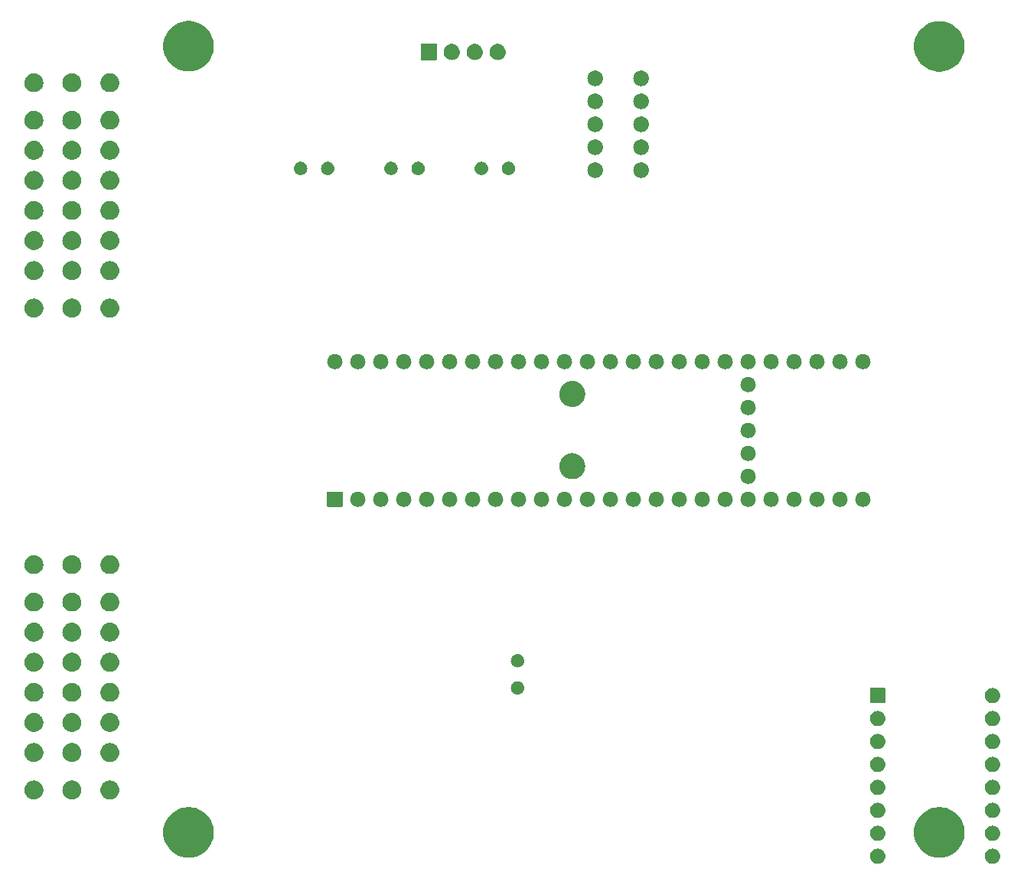
<source format=gbs>
G04 #@! TF.GenerationSoftware,KiCad,Pcbnew,7.0.5-0*
G04 #@! TF.CreationDate,2023-07-25T12:27:59+10:00*
G04 #@! TF.ProjectId,DropBear,44726f70-4265-4617-922e-6b696361645f,rev?*
G04 #@! TF.SameCoordinates,Original*
G04 #@! TF.FileFunction,Soldermask,Bot*
G04 #@! TF.FilePolarity,Negative*
%FSLAX46Y46*%
G04 Gerber Fmt 4.6, Leading zero omitted, Abs format (unit mm)*
G04 Created by KiCad (PCBNEW 7.0.5-0) date 2023-07-25 12:27:59*
%MOMM*%
%LPD*%
G01*
G04 APERTURE LIST*
G04 APERTURE END LIST*
G36*
X259375199Y-119295662D02*
G01*
X259422954Y-119295662D01*
X259464194Y-119304427D01*
X259499901Y-119307945D01*
X259544759Y-119321552D01*
X259596973Y-119332651D01*
X259630384Y-119347526D01*
X259659435Y-119356339D01*
X259705602Y-119381015D01*
X259759500Y-119405012D01*
X259784554Y-119423215D01*
X259806453Y-119434920D01*
X259851128Y-119471584D01*
X259903430Y-119509584D01*
X259920411Y-119528443D01*
X259935320Y-119540679D01*
X259975387Y-119589501D01*
X260022473Y-119641795D01*
X260032364Y-119658927D01*
X260041079Y-119669546D01*
X260073306Y-119729840D01*
X260111427Y-119795867D01*
X260115813Y-119809368D01*
X260119660Y-119816564D01*
X260140861Y-119886455D01*
X260166404Y-119965067D01*
X260167303Y-119973623D01*
X260168054Y-119976098D01*
X260175372Y-120050395D01*
X260185000Y-120142000D01*
X260175369Y-120233625D01*
X260168054Y-120307901D01*
X260167303Y-120310375D01*
X260166404Y-120318933D01*
X260140856Y-120397558D01*
X260119660Y-120467435D01*
X260115814Y-120474629D01*
X260111427Y-120488133D01*
X260073299Y-120554172D01*
X260041079Y-120614453D01*
X260032366Y-120625069D01*
X260022473Y-120642205D01*
X259975378Y-120694509D01*
X259935320Y-120743320D01*
X259920414Y-120755552D01*
X259903430Y-120774416D01*
X259851118Y-120812423D01*
X259806453Y-120849079D01*
X259784559Y-120860780D01*
X259759500Y-120878988D01*
X259705591Y-120902989D01*
X259659435Y-120927660D01*
X259630391Y-120936470D01*
X259596973Y-120951349D01*
X259544748Y-120962449D01*
X259499901Y-120976054D01*
X259464203Y-120979570D01*
X259422954Y-120988338D01*
X259375188Y-120988338D01*
X259334000Y-120992395D01*
X259292811Y-120988338D01*
X259245046Y-120988338D01*
X259203797Y-120979570D01*
X259168098Y-120976054D01*
X259123248Y-120962448D01*
X259071027Y-120951349D01*
X259037610Y-120936471D01*
X259008564Y-120927660D01*
X258962402Y-120902986D01*
X258908500Y-120878988D01*
X258883443Y-120860783D01*
X258861546Y-120849079D01*
X258816873Y-120812416D01*
X258764570Y-120774416D01*
X258747588Y-120755555D01*
X258732679Y-120743320D01*
X258692610Y-120694496D01*
X258645527Y-120642205D01*
X258635636Y-120625073D01*
X258626920Y-120614453D01*
X258594687Y-120554148D01*
X258556573Y-120488133D01*
X258552186Y-120474634D01*
X258548339Y-120467435D01*
X258527128Y-120397512D01*
X258501596Y-120318933D01*
X258500697Y-120310380D01*
X258499945Y-120307901D01*
X258492614Y-120233474D01*
X258483000Y-120142000D01*
X258492611Y-120050547D01*
X258499945Y-119976098D01*
X258500697Y-119973618D01*
X258501596Y-119965067D01*
X258527123Y-119886502D01*
X258548339Y-119816564D01*
X258552187Y-119809363D01*
X258556573Y-119795867D01*
X258594680Y-119729863D01*
X258626920Y-119669546D01*
X258635638Y-119658923D01*
X258645527Y-119641795D01*
X258692601Y-119589513D01*
X258732679Y-119540679D01*
X258747591Y-119528440D01*
X258764570Y-119509584D01*
X258816862Y-119471591D01*
X258861546Y-119434920D01*
X258883448Y-119423213D01*
X258908500Y-119405012D01*
X258962391Y-119381018D01*
X259008564Y-119356339D01*
X259037617Y-119347525D01*
X259071027Y-119332651D01*
X259123237Y-119321553D01*
X259168098Y-119307945D01*
X259203806Y-119304427D01*
X259245046Y-119295662D01*
X259292801Y-119295662D01*
X259334000Y-119291604D01*
X259375199Y-119295662D01*
G37*
G36*
X272075199Y-119295662D02*
G01*
X272122954Y-119295662D01*
X272164194Y-119304427D01*
X272199901Y-119307945D01*
X272244759Y-119321552D01*
X272296973Y-119332651D01*
X272330384Y-119347526D01*
X272359435Y-119356339D01*
X272405602Y-119381015D01*
X272459500Y-119405012D01*
X272484554Y-119423215D01*
X272506453Y-119434920D01*
X272551128Y-119471584D01*
X272603430Y-119509584D01*
X272620411Y-119528443D01*
X272635320Y-119540679D01*
X272675387Y-119589501D01*
X272722473Y-119641795D01*
X272732364Y-119658927D01*
X272741079Y-119669546D01*
X272773306Y-119729840D01*
X272811427Y-119795867D01*
X272815813Y-119809368D01*
X272819660Y-119816564D01*
X272840861Y-119886455D01*
X272866404Y-119965067D01*
X272867303Y-119973623D01*
X272868054Y-119976098D01*
X272875372Y-120050395D01*
X272885000Y-120142000D01*
X272875369Y-120233625D01*
X272868054Y-120307901D01*
X272867303Y-120310375D01*
X272866404Y-120318933D01*
X272840856Y-120397558D01*
X272819660Y-120467435D01*
X272815814Y-120474629D01*
X272811427Y-120488133D01*
X272773299Y-120554172D01*
X272741079Y-120614453D01*
X272732366Y-120625069D01*
X272722473Y-120642205D01*
X272675378Y-120694509D01*
X272635320Y-120743320D01*
X272620414Y-120755552D01*
X272603430Y-120774416D01*
X272551118Y-120812423D01*
X272506453Y-120849079D01*
X272484559Y-120860780D01*
X272459500Y-120878988D01*
X272405591Y-120902989D01*
X272359435Y-120927660D01*
X272330391Y-120936470D01*
X272296973Y-120951349D01*
X272244748Y-120962449D01*
X272199901Y-120976054D01*
X272164203Y-120979570D01*
X272122954Y-120988338D01*
X272075188Y-120988338D01*
X272033999Y-120992395D01*
X271992811Y-120988338D01*
X271945046Y-120988338D01*
X271903797Y-120979570D01*
X271868098Y-120976054D01*
X271823248Y-120962448D01*
X271771027Y-120951349D01*
X271737610Y-120936471D01*
X271708564Y-120927660D01*
X271662402Y-120902986D01*
X271608500Y-120878988D01*
X271583443Y-120860783D01*
X271561546Y-120849079D01*
X271516873Y-120812416D01*
X271464570Y-120774416D01*
X271447588Y-120755555D01*
X271432679Y-120743320D01*
X271392610Y-120694496D01*
X271345527Y-120642205D01*
X271335636Y-120625073D01*
X271326920Y-120614453D01*
X271294687Y-120554148D01*
X271256573Y-120488133D01*
X271252186Y-120474634D01*
X271248339Y-120467435D01*
X271227128Y-120397512D01*
X271201596Y-120318933D01*
X271200697Y-120310380D01*
X271199945Y-120307901D01*
X271192614Y-120233474D01*
X271183000Y-120142000D01*
X271192611Y-120050547D01*
X271199945Y-119976098D01*
X271200697Y-119973618D01*
X271201596Y-119965067D01*
X271227123Y-119886502D01*
X271248339Y-119816564D01*
X271252187Y-119809363D01*
X271256573Y-119795867D01*
X271294680Y-119729863D01*
X271326920Y-119669546D01*
X271335638Y-119658923D01*
X271345527Y-119641795D01*
X271392601Y-119589513D01*
X271432679Y-119540679D01*
X271447591Y-119528440D01*
X271464570Y-119509584D01*
X271516862Y-119471591D01*
X271561546Y-119434920D01*
X271583448Y-119423213D01*
X271608500Y-119405012D01*
X271662391Y-119381018D01*
X271708564Y-119356339D01*
X271737617Y-119347525D01*
X271771027Y-119332651D01*
X271823237Y-119321553D01*
X271868098Y-119307945D01*
X271903806Y-119304427D01*
X271945046Y-119295662D01*
X271992801Y-119295662D01*
X272034000Y-119291604D01*
X272075199Y-119295662D01*
G37*
G36*
X183588389Y-114741553D02*
G01*
X183905336Y-114816671D01*
X184211419Y-114928077D01*
X184502500Y-115074263D01*
X184774641Y-115253253D01*
X185024163Y-115462626D01*
X185247690Y-115699552D01*
X185442201Y-115960825D01*
X185605065Y-116242913D01*
X185734079Y-116542002D01*
X185827499Y-116854045D01*
X185884061Y-117174824D01*
X185903000Y-117500000D01*
X185884061Y-117825176D01*
X185827499Y-118145955D01*
X185734079Y-118457998D01*
X185605065Y-118757087D01*
X185442201Y-119039175D01*
X185247690Y-119300448D01*
X185024163Y-119537374D01*
X184774641Y-119746747D01*
X184502500Y-119925737D01*
X184211419Y-120071923D01*
X183905336Y-120183329D01*
X183588389Y-120258447D01*
X183264864Y-120296261D01*
X182939136Y-120296261D01*
X182615611Y-120258447D01*
X182298664Y-120183329D01*
X181992581Y-120071923D01*
X181701500Y-119925737D01*
X181429359Y-119746747D01*
X181179837Y-119537374D01*
X180956310Y-119300448D01*
X180761799Y-119039175D01*
X180598935Y-118757087D01*
X180469921Y-118457998D01*
X180376501Y-118145955D01*
X180319939Y-117825176D01*
X180301000Y-117500000D01*
X180319939Y-117174824D01*
X180376501Y-116854045D01*
X180469921Y-116542002D01*
X180598935Y-116242913D01*
X180761799Y-115960825D01*
X180956310Y-115699552D01*
X181179837Y-115462626D01*
X181429359Y-115253253D01*
X181701500Y-115074263D01*
X181992581Y-114928077D01*
X182298664Y-114816671D01*
X182615611Y-114741553D01*
X182939136Y-114703739D01*
X183264864Y-114703739D01*
X183588389Y-114741553D01*
G37*
G36*
X266646389Y-114741553D02*
G01*
X266963336Y-114816671D01*
X267269419Y-114928077D01*
X267560500Y-115074263D01*
X267832641Y-115253253D01*
X268082163Y-115462626D01*
X268305690Y-115699552D01*
X268500201Y-115960825D01*
X268663065Y-116242913D01*
X268792079Y-116542002D01*
X268885499Y-116854045D01*
X268942061Y-117174824D01*
X268961000Y-117500000D01*
X268942061Y-117825176D01*
X268885499Y-118145955D01*
X268792079Y-118457998D01*
X268663065Y-118757087D01*
X268500201Y-119039175D01*
X268305690Y-119300448D01*
X268082163Y-119537374D01*
X267832641Y-119746747D01*
X267560500Y-119925737D01*
X267269419Y-120071923D01*
X266963336Y-120183329D01*
X266646389Y-120258447D01*
X266322864Y-120296261D01*
X265997136Y-120296261D01*
X265673611Y-120258447D01*
X265356664Y-120183329D01*
X265050581Y-120071923D01*
X264759500Y-119925737D01*
X264487359Y-119746747D01*
X264237837Y-119537374D01*
X264014310Y-119300448D01*
X263819799Y-119039175D01*
X263656935Y-118757087D01*
X263527921Y-118457998D01*
X263434501Y-118145955D01*
X263377939Y-117825176D01*
X263359000Y-117500000D01*
X263377939Y-117174824D01*
X263434501Y-116854045D01*
X263527921Y-116542002D01*
X263656935Y-116242913D01*
X263819799Y-115960825D01*
X264014310Y-115699552D01*
X264237837Y-115462626D01*
X264487359Y-115253253D01*
X264759500Y-115074263D01*
X265050581Y-114928077D01*
X265356664Y-114816671D01*
X265673611Y-114741553D01*
X265997136Y-114703739D01*
X266322864Y-114703739D01*
X266646389Y-114741553D01*
G37*
G36*
X259375199Y-116755662D02*
G01*
X259422954Y-116755662D01*
X259464194Y-116764427D01*
X259499901Y-116767945D01*
X259544759Y-116781552D01*
X259596973Y-116792651D01*
X259630384Y-116807526D01*
X259659435Y-116816339D01*
X259705602Y-116841015D01*
X259759500Y-116865012D01*
X259784554Y-116883215D01*
X259806453Y-116894920D01*
X259851128Y-116931584D01*
X259903430Y-116969584D01*
X259920411Y-116988443D01*
X259935320Y-117000679D01*
X259975387Y-117049501D01*
X260022473Y-117101795D01*
X260032364Y-117118927D01*
X260041079Y-117129546D01*
X260073306Y-117189840D01*
X260111427Y-117255867D01*
X260115813Y-117269368D01*
X260119660Y-117276564D01*
X260140861Y-117346455D01*
X260166404Y-117425067D01*
X260167303Y-117433623D01*
X260168054Y-117436098D01*
X260175371Y-117510389D01*
X260185000Y-117602000D01*
X260175370Y-117693619D01*
X260168054Y-117767901D01*
X260167303Y-117770375D01*
X260166404Y-117778933D01*
X260140856Y-117857558D01*
X260119660Y-117927435D01*
X260115814Y-117934629D01*
X260111427Y-117948133D01*
X260073299Y-118014172D01*
X260041079Y-118074453D01*
X260032366Y-118085069D01*
X260022473Y-118102205D01*
X259975378Y-118154509D01*
X259935320Y-118203320D01*
X259920414Y-118215552D01*
X259903430Y-118234416D01*
X259851118Y-118272423D01*
X259806453Y-118309079D01*
X259784559Y-118320780D01*
X259759500Y-118338988D01*
X259705591Y-118362989D01*
X259659435Y-118387660D01*
X259630391Y-118396470D01*
X259596973Y-118411349D01*
X259544748Y-118422449D01*
X259499901Y-118436054D01*
X259464203Y-118439570D01*
X259422954Y-118448338D01*
X259375188Y-118448338D01*
X259334000Y-118452395D01*
X259292811Y-118448338D01*
X259245046Y-118448338D01*
X259203797Y-118439570D01*
X259168098Y-118436054D01*
X259123248Y-118422448D01*
X259071027Y-118411349D01*
X259037610Y-118396471D01*
X259008564Y-118387660D01*
X258962402Y-118362986D01*
X258908500Y-118338988D01*
X258883443Y-118320783D01*
X258861546Y-118309079D01*
X258816873Y-118272416D01*
X258764570Y-118234416D01*
X258747588Y-118215555D01*
X258732679Y-118203320D01*
X258692610Y-118154496D01*
X258645527Y-118102205D01*
X258635636Y-118085073D01*
X258626920Y-118074453D01*
X258594687Y-118014148D01*
X258556573Y-117948133D01*
X258552186Y-117934634D01*
X258548339Y-117927435D01*
X258527128Y-117857512D01*
X258501596Y-117778933D01*
X258500697Y-117770380D01*
X258499945Y-117767901D01*
X258492613Y-117693467D01*
X258483000Y-117602000D01*
X258492612Y-117510540D01*
X258499945Y-117436098D01*
X258500697Y-117433618D01*
X258501596Y-117425067D01*
X258527123Y-117346502D01*
X258548339Y-117276564D01*
X258552187Y-117269363D01*
X258556573Y-117255867D01*
X258594680Y-117189863D01*
X258626920Y-117129546D01*
X258635638Y-117118923D01*
X258645527Y-117101795D01*
X258692601Y-117049513D01*
X258732679Y-117000679D01*
X258747591Y-116988440D01*
X258764570Y-116969584D01*
X258816862Y-116931591D01*
X258861546Y-116894920D01*
X258883448Y-116883213D01*
X258908500Y-116865012D01*
X258962391Y-116841018D01*
X259008564Y-116816339D01*
X259037617Y-116807525D01*
X259071027Y-116792651D01*
X259123237Y-116781553D01*
X259168098Y-116767945D01*
X259203806Y-116764427D01*
X259245046Y-116755662D01*
X259292801Y-116755662D01*
X259334000Y-116751604D01*
X259375199Y-116755662D01*
G37*
G36*
X272075199Y-116755662D02*
G01*
X272122954Y-116755662D01*
X272164194Y-116764427D01*
X272199901Y-116767945D01*
X272244759Y-116781552D01*
X272296973Y-116792651D01*
X272330384Y-116807526D01*
X272359435Y-116816339D01*
X272405602Y-116841015D01*
X272459500Y-116865012D01*
X272484554Y-116883215D01*
X272506453Y-116894920D01*
X272551128Y-116931584D01*
X272603430Y-116969584D01*
X272620411Y-116988443D01*
X272635320Y-117000679D01*
X272675387Y-117049501D01*
X272722473Y-117101795D01*
X272732364Y-117118927D01*
X272741079Y-117129546D01*
X272773306Y-117189840D01*
X272811427Y-117255867D01*
X272815813Y-117269368D01*
X272819660Y-117276564D01*
X272840861Y-117346455D01*
X272866404Y-117425067D01*
X272867303Y-117433623D01*
X272868054Y-117436098D01*
X272875371Y-117510389D01*
X272885000Y-117602000D01*
X272875370Y-117693619D01*
X272868054Y-117767901D01*
X272867303Y-117770375D01*
X272866404Y-117778933D01*
X272840856Y-117857558D01*
X272819660Y-117927435D01*
X272815814Y-117934629D01*
X272811427Y-117948133D01*
X272773299Y-118014172D01*
X272741079Y-118074453D01*
X272732366Y-118085069D01*
X272722473Y-118102205D01*
X272675378Y-118154509D01*
X272635320Y-118203320D01*
X272620414Y-118215552D01*
X272603430Y-118234416D01*
X272551118Y-118272423D01*
X272506453Y-118309079D01*
X272484559Y-118320780D01*
X272459500Y-118338988D01*
X272405591Y-118362989D01*
X272359435Y-118387660D01*
X272330391Y-118396470D01*
X272296973Y-118411349D01*
X272244748Y-118422449D01*
X272199901Y-118436054D01*
X272164203Y-118439570D01*
X272122954Y-118448338D01*
X272075188Y-118448338D01*
X272033999Y-118452395D01*
X271992811Y-118448338D01*
X271945046Y-118448338D01*
X271903797Y-118439570D01*
X271868098Y-118436054D01*
X271823248Y-118422448D01*
X271771027Y-118411349D01*
X271737610Y-118396471D01*
X271708564Y-118387660D01*
X271662402Y-118362986D01*
X271608500Y-118338988D01*
X271583443Y-118320783D01*
X271561546Y-118309079D01*
X271516873Y-118272416D01*
X271464570Y-118234416D01*
X271447588Y-118215555D01*
X271432679Y-118203320D01*
X271392610Y-118154496D01*
X271345527Y-118102205D01*
X271335636Y-118085073D01*
X271326920Y-118074453D01*
X271294687Y-118014148D01*
X271256573Y-117948133D01*
X271252186Y-117934634D01*
X271248339Y-117927435D01*
X271227128Y-117857512D01*
X271201596Y-117778933D01*
X271200697Y-117770380D01*
X271199945Y-117767901D01*
X271192613Y-117693467D01*
X271183000Y-117602000D01*
X271192612Y-117510540D01*
X271199945Y-117436098D01*
X271200697Y-117433618D01*
X271201596Y-117425067D01*
X271227123Y-117346502D01*
X271248339Y-117276564D01*
X271252187Y-117269363D01*
X271256573Y-117255867D01*
X271294680Y-117189863D01*
X271326920Y-117129546D01*
X271335638Y-117118923D01*
X271345527Y-117101795D01*
X271392601Y-117049513D01*
X271432679Y-117000679D01*
X271447591Y-116988440D01*
X271464570Y-116969584D01*
X271516862Y-116931591D01*
X271561546Y-116894920D01*
X271583448Y-116883213D01*
X271608500Y-116865012D01*
X271662391Y-116841018D01*
X271708564Y-116816339D01*
X271737617Y-116807525D01*
X271771027Y-116792651D01*
X271823237Y-116781553D01*
X271868098Y-116767945D01*
X271903806Y-116764427D01*
X271945046Y-116755662D01*
X271992801Y-116755662D01*
X272034000Y-116751604D01*
X272075199Y-116755662D01*
G37*
G36*
X259375199Y-114215662D02*
G01*
X259422954Y-114215662D01*
X259464194Y-114224427D01*
X259499901Y-114227945D01*
X259544759Y-114241552D01*
X259596973Y-114252651D01*
X259630384Y-114267526D01*
X259659435Y-114276339D01*
X259705602Y-114301015D01*
X259759500Y-114325012D01*
X259784554Y-114343215D01*
X259806453Y-114354920D01*
X259851128Y-114391584D01*
X259903430Y-114429584D01*
X259920411Y-114448443D01*
X259935320Y-114460679D01*
X259975387Y-114509501D01*
X260022473Y-114561795D01*
X260032364Y-114578927D01*
X260041079Y-114589546D01*
X260073306Y-114649840D01*
X260111427Y-114715867D01*
X260115813Y-114729368D01*
X260119660Y-114736564D01*
X260140861Y-114806455D01*
X260166404Y-114885067D01*
X260167303Y-114893623D01*
X260168054Y-114896098D01*
X260175371Y-114970389D01*
X260185000Y-115062000D01*
X260175370Y-115153619D01*
X260168054Y-115227901D01*
X260167303Y-115230375D01*
X260166404Y-115238933D01*
X260140856Y-115317558D01*
X260119660Y-115387435D01*
X260115814Y-115394629D01*
X260111427Y-115408133D01*
X260073299Y-115474172D01*
X260041079Y-115534453D01*
X260032366Y-115545069D01*
X260022473Y-115562205D01*
X259975378Y-115614509D01*
X259935320Y-115663320D01*
X259920414Y-115675552D01*
X259903430Y-115694416D01*
X259851118Y-115732423D01*
X259806453Y-115769079D01*
X259784559Y-115780780D01*
X259759500Y-115798988D01*
X259705591Y-115822989D01*
X259659435Y-115847660D01*
X259630391Y-115856470D01*
X259596973Y-115871349D01*
X259544748Y-115882449D01*
X259499901Y-115896054D01*
X259464203Y-115899570D01*
X259422954Y-115908338D01*
X259375188Y-115908338D01*
X259334000Y-115912395D01*
X259292811Y-115908338D01*
X259245046Y-115908338D01*
X259203797Y-115899570D01*
X259168098Y-115896054D01*
X259123248Y-115882448D01*
X259071027Y-115871349D01*
X259037610Y-115856471D01*
X259008564Y-115847660D01*
X258962402Y-115822986D01*
X258908500Y-115798988D01*
X258883443Y-115780783D01*
X258861546Y-115769079D01*
X258816873Y-115732416D01*
X258764570Y-115694416D01*
X258747588Y-115675555D01*
X258732679Y-115663320D01*
X258692610Y-115614496D01*
X258645527Y-115562205D01*
X258635636Y-115545073D01*
X258626920Y-115534453D01*
X258594687Y-115474148D01*
X258556573Y-115408133D01*
X258552186Y-115394634D01*
X258548339Y-115387435D01*
X258527128Y-115317512D01*
X258501596Y-115238933D01*
X258500697Y-115230380D01*
X258499945Y-115227901D01*
X258492613Y-115153467D01*
X258483000Y-115062000D01*
X258492612Y-114970540D01*
X258499945Y-114896098D01*
X258500697Y-114893618D01*
X258501596Y-114885067D01*
X258527123Y-114806502D01*
X258548339Y-114736564D01*
X258552187Y-114729363D01*
X258556573Y-114715867D01*
X258594680Y-114649863D01*
X258626920Y-114589546D01*
X258635638Y-114578923D01*
X258645527Y-114561795D01*
X258692601Y-114509513D01*
X258732679Y-114460679D01*
X258747591Y-114448440D01*
X258764570Y-114429584D01*
X258816862Y-114391591D01*
X258861546Y-114354920D01*
X258883448Y-114343213D01*
X258908500Y-114325012D01*
X258962391Y-114301018D01*
X259008564Y-114276339D01*
X259037617Y-114267525D01*
X259071027Y-114252651D01*
X259123237Y-114241553D01*
X259168098Y-114227945D01*
X259203806Y-114224427D01*
X259245046Y-114215662D01*
X259292801Y-114215662D01*
X259334000Y-114211604D01*
X259375199Y-114215662D01*
G37*
G36*
X272075199Y-114215662D02*
G01*
X272122954Y-114215662D01*
X272164194Y-114224427D01*
X272199901Y-114227945D01*
X272244759Y-114241552D01*
X272296973Y-114252651D01*
X272330384Y-114267526D01*
X272359435Y-114276339D01*
X272405602Y-114301015D01*
X272459500Y-114325012D01*
X272484554Y-114343215D01*
X272506453Y-114354920D01*
X272551128Y-114391584D01*
X272603430Y-114429584D01*
X272620411Y-114448443D01*
X272635320Y-114460679D01*
X272675387Y-114509501D01*
X272722473Y-114561795D01*
X272732364Y-114578927D01*
X272741079Y-114589546D01*
X272773306Y-114649840D01*
X272811427Y-114715867D01*
X272815813Y-114729368D01*
X272819660Y-114736564D01*
X272840861Y-114806455D01*
X272866404Y-114885067D01*
X272867303Y-114893623D01*
X272868054Y-114896098D01*
X272875371Y-114970389D01*
X272885000Y-115062000D01*
X272875370Y-115153619D01*
X272868054Y-115227901D01*
X272867303Y-115230375D01*
X272866404Y-115238933D01*
X272840856Y-115317558D01*
X272819660Y-115387435D01*
X272815814Y-115394629D01*
X272811427Y-115408133D01*
X272773299Y-115474172D01*
X272741079Y-115534453D01*
X272732366Y-115545069D01*
X272722473Y-115562205D01*
X272675378Y-115614509D01*
X272635320Y-115663320D01*
X272620414Y-115675552D01*
X272603430Y-115694416D01*
X272551118Y-115732423D01*
X272506453Y-115769079D01*
X272484559Y-115780780D01*
X272459500Y-115798988D01*
X272405591Y-115822989D01*
X272359435Y-115847660D01*
X272330391Y-115856470D01*
X272296973Y-115871349D01*
X272244748Y-115882449D01*
X272199901Y-115896054D01*
X272164203Y-115899570D01*
X272122954Y-115908338D01*
X272075188Y-115908338D01*
X272033999Y-115912395D01*
X271992811Y-115908338D01*
X271945046Y-115908338D01*
X271903797Y-115899570D01*
X271868098Y-115896054D01*
X271823248Y-115882448D01*
X271771027Y-115871349D01*
X271737610Y-115856471D01*
X271708564Y-115847660D01*
X271662402Y-115822986D01*
X271608500Y-115798988D01*
X271583443Y-115780783D01*
X271561546Y-115769079D01*
X271516873Y-115732416D01*
X271464570Y-115694416D01*
X271447588Y-115675555D01*
X271432679Y-115663320D01*
X271392610Y-115614496D01*
X271345527Y-115562205D01*
X271335636Y-115545073D01*
X271326920Y-115534453D01*
X271294687Y-115474148D01*
X271256573Y-115408133D01*
X271252186Y-115394634D01*
X271248339Y-115387435D01*
X271227128Y-115317512D01*
X271201596Y-115238933D01*
X271200697Y-115230380D01*
X271199945Y-115227901D01*
X271192613Y-115153467D01*
X271183000Y-115062000D01*
X271192612Y-114970540D01*
X271199945Y-114896098D01*
X271200697Y-114893618D01*
X271201596Y-114885067D01*
X271227123Y-114806502D01*
X271248339Y-114736564D01*
X271252187Y-114729363D01*
X271256573Y-114715867D01*
X271294680Y-114649863D01*
X271326920Y-114589546D01*
X271335638Y-114578923D01*
X271345527Y-114561795D01*
X271392601Y-114509513D01*
X271432679Y-114460679D01*
X271447591Y-114448440D01*
X271464570Y-114429584D01*
X271516862Y-114391591D01*
X271561546Y-114354920D01*
X271583448Y-114343213D01*
X271608500Y-114325012D01*
X271662391Y-114301018D01*
X271708564Y-114276339D01*
X271737617Y-114267525D01*
X271771027Y-114252651D01*
X271823237Y-114241553D01*
X271868098Y-114227945D01*
X271903806Y-114224427D01*
X271945046Y-114215662D01*
X271992801Y-114215662D01*
X272034000Y-114211604D01*
X272075199Y-114215662D01*
G37*
G36*
X166046938Y-111759017D02*
G01*
X166092923Y-111759017D01*
X166144139Y-111768590D01*
X166201040Y-111774195D01*
X166244261Y-111787306D01*
X166283474Y-111794636D01*
X166337785Y-111815676D01*
X166398200Y-111834003D01*
X166432720Y-111852454D01*
X166464232Y-111864662D01*
X166518977Y-111898559D01*
X166579904Y-111931125D01*
X166605506Y-111952136D01*
X166629048Y-111966713D01*
X166681212Y-112014267D01*
X166739169Y-112061831D01*
X166756342Y-112082757D01*
X166772301Y-112097305D01*
X166818629Y-112158653D01*
X166869875Y-112221096D01*
X166879783Y-112239634D01*
X166889122Y-112252000D01*
X166926274Y-112326613D01*
X166966997Y-112402800D01*
X166971340Y-112417117D01*
X166975528Y-112425528D01*
X167000267Y-112512476D01*
X167026805Y-112599960D01*
X167027676Y-112608811D01*
X167028577Y-112611975D01*
X167037938Y-112713002D01*
X167047000Y-112805000D01*
X167037938Y-112897005D01*
X167028577Y-112998024D01*
X167027676Y-113001187D01*
X167026805Y-113010040D01*
X167000262Y-113097538D01*
X166975528Y-113184471D01*
X166971341Y-113192879D01*
X166966997Y-113207200D01*
X166926267Y-113283399D01*
X166889122Y-113357999D01*
X166879785Y-113370362D01*
X166869875Y-113388904D01*
X166818620Y-113451357D01*
X166772301Y-113512694D01*
X166756345Y-113527238D01*
X166739169Y-113548169D01*
X166681201Y-113595741D01*
X166629048Y-113643286D01*
X166605511Y-113657859D01*
X166579904Y-113678875D01*
X166518965Y-113711447D01*
X166464232Y-113745337D01*
X166432726Y-113757542D01*
X166398200Y-113775997D01*
X166337773Y-113794327D01*
X166283474Y-113815363D01*
X166244268Y-113822691D01*
X166201040Y-113835805D01*
X166144136Y-113841409D01*
X166092923Y-113850983D01*
X166046938Y-113850983D01*
X165996000Y-113856000D01*
X165945062Y-113850983D01*
X165899077Y-113850983D01*
X165847863Y-113841409D01*
X165790960Y-113835805D01*
X165747732Y-113822692D01*
X165708525Y-113815363D01*
X165654221Y-113794325D01*
X165593800Y-113775997D01*
X165559275Y-113757543D01*
X165527767Y-113745337D01*
X165473027Y-113711443D01*
X165412096Y-113678875D01*
X165386491Y-113657861D01*
X165362951Y-113643286D01*
X165310788Y-113595733D01*
X165252831Y-113548169D01*
X165235656Y-113527242D01*
X165219698Y-113512694D01*
X165173367Y-113451342D01*
X165122125Y-113388904D01*
X165112216Y-113370366D01*
X165102877Y-113357999D01*
X165065717Y-113283372D01*
X165025003Y-113207200D01*
X165020660Y-113192884D01*
X165016471Y-113184471D01*
X164991721Y-113097485D01*
X164965195Y-113010040D01*
X164964323Y-113001192D01*
X164963422Y-112998024D01*
X164954044Y-112896833D01*
X164945000Y-112805000D01*
X164954044Y-112713173D01*
X164963422Y-112611975D01*
X164964323Y-112608805D01*
X164965195Y-112599960D01*
X164991716Y-112512529D01*
X165016471Y-112425528D01*
X165020661Y-112417112D01*
X165025003Y-112402800D01*
X165065710Y-112326641D01*
X165102877Y-112252000D01*
X165112218Y-112239629D01*
X165122125Y-112221096D01*
X165173357Y-112158668D01*
X165219698Y-112097305D01*
X165235660Y-112082753D01*
X165252831Y-112061831D01*
X165310777Y-112014275D01*
X165362951Y-111966713D01*
X165386496Y-111952134D01*
X165412096Y-111931125D01*
X165473015Y-111898563D01*
X165527767Y-111864662D01*
X165559282Y-111852452D01*
X165593800Y-111834003D01*
X165654209Y-111815677D01*
X165708525Y-111794636D01*
X165747739Y-111787305D01*
X165790960Y-111774195D01*
X165847860Y-111768590D01*
X165899077Y-111759017D01*
X165945062Y-111759017D01*
X165996000Y-111754000D01*
X166046938Y-111759017D01*
G37*
G36*
X170246938Y-111759017D02*
G01*
X170292923Y-111759017D01*
X170344139Y-111768590D01*
X170401040Y-111774195D01*
X170444261Y-111787306D01*
X170483474Y-111794636D01*
X170537785Y-111815676D01*
X170598200Y-111834003D01*
X170632720Y-111852454D01*
X170664232Y-111864662D01*
X170718977Y-111898559D01*
X170779904Y-111931125D01*
X170805506Y-111952136D01*
X170829048Y-111966713D01*
X170881212Y-112014267D01*
X170939169Y-112061831D01*
X170956342Y-112082757D01*
X170972301Y-112097305D01*
X171018629Y-112158653D01*
X171069875Y-112221096D01*
X171079783Y-112239634D01*
X171089122Y-112252000D01*
X171126274Y-112326613D01*
X171166997Y-112402800D01*
X171171340Y-112417117D01*
X171175528Y-112425528D01*
X171200267Y-112512476D01*
X171226805Y-112599960D01*
X171227676Y-112608811D01*
X171228577Y-112611975D01*
X171237938Y-112713002D01*
X171247000Y-112805000D01*
X171237938Y-112897005D01*
X171228577Y-112998024D01*
X171227676Y-113001187D01*
X171226805Y-113010040D01*
X171200262Y-113097538D01*
X171175528Y-113184471D01*
X171171341Y-113192879D01*
X171166997Y-113207200D01*
X171126267Y-113283399D01*
X171089122Y-113357999D01*
X171079785Y-113370362D01*
X171069875Y-113388904D01*
X171018620Y-113451357D01*
X170972301Y-113512694D01*
X170956345Y-113527238D01*
X170939169Y-113548169D01*
X170881201Y-113595741D01*
X170829048Y-113643286D01*
X170805511Y-113657859D01*
X170779904Y-113678875D01*
X170718965Y-113711447D01*
X170664232Y-113745337D01*
X170632726Y-113757542D01*
X170598200Y-113775997D01*
X170537773Y-113794327D01*
X170483474Y-113815363D01*
X170444268Y-113822691D01*
X170401040Y-113835805D01*
X170344136Y-113841409D01*
X170292923Y-113850983D01*
X170246938Y-113850983D01*
X170196000Y-113856000D01*
X170145062Y-113850983D01*
X170099077Y-113850983D01*
X170047863Y-113841409D01*
X169990960Y-113835805D01*
X169947732Y-113822692D01*
X169908525Y-113815363D01*
X169854221Y-113794325D01*
X169793800Y-113775997D01*
X169759275Y-113757543D01*
X169727767Y-113745337D01*
X169673027Y-113711443D01*
X169612096Y-113678875D01*
X169586491Y-113657861D01*
X169562951Y-113643286D01*
X169510788Y-113595733D01*
X169452831Y-113548169D01*
X169435656Y-113527242D01*
X169419698Y-113512694D01*
X169373367Y-113451342D01*
X169322125Y-113388904D01*
X169312216Y-113370366D01*
X169302877Y-113357999D01*
X169265717Y-113283372D01*
X169225003Y-113207200D01*
X169220660Y-113192884D01*
X169216471Y-113184471D01*
X169191721Y-113097485D01*
X169165195Y-113010040D01*
X169164323Y-113001192D01*
X169163422Y-112998024D01*
X169154044Y-112896833D01*
X169145000Y-112805000D01*
X169154044Y-112713173D01*
X169163422Y-112611975D01*
X169164323Y-112608805D01*
X169165195Y-112599960D01*
X169191716Y-112512529D01*
X169216471Y-112425528D01*
X169220661Y-112417112D01*
X169225003Y-112402800D01*
X169265710Y-112326641D01*
X169302877Y-112252000D01*
X169312218Y-112239629D01*
X169322125Y-112221096D01*
X169373357Y-112158668D01*
X169419698Y-112097305D01*
X169435660Y-112082753D01*
X169452831Y-112061831D01*
X169510777Y-112014275D01*
X169562951Y-111966713D01*
X169586496Y-111952134D01*
X169612096Y-111931125D01*
X169673015Y-111898563D01*
X169727767Y-111864662D01*
X169759282Y-111852452D01*
X169793800Y-111834003D01*
X169854209Y-111815677D01*
X169908525Y-111794636D01*
X169947739Y-111787305D01*
X169990960Y-111774195D01*
X170047860Y-111768590D01*
X170099077Y-111759017D01*
X170145062Y-111759017D01*
X170196000Y-111754000D01*
X170246938Y-111759017D01*
G37*
G36*
X174446938Y-111759017D02*
G01*
X174492923Y-111759017D01*
X174544139Y-111768590D01*
X174601040Y-111774195D01*
X174644261Y-111787306D01*
X174683474Y-111794636D01*
X174737785Y-111815676D01*
X174798200Y-111834003D01*
X174832720Y-111852454D01*
X174864232Y-111864662D01*
X174918977Y-111898559D01*
X174979904Y-111931125D01*
X175005506Y-111952136D01*
X175029048Y-111966713D01*
X175081212Y-112014267D01*
X175139169Y-112061831D01*
X175156342Y-112082757D01*
X175172301Y-112097305D01*
X175218629Y-112158653D01*
X175269875Y-112221096D01*
X175279783Y-112239634D01*
X175289122Y-112252000D01*
X175326274Y-112326613D01*
X175366997Y-112402800D01*
X175371340Y-112417117D01*
X175375528Y-112425528D01*
X175400267Y-112512476D01*
X175426805Y-112599960D01*
X175427676Y-112608811D01*
X175428577Y-112611975D01*
X175437938Y-112713002D01*
X175447000Y-112805000D01*
X175437938Y-112897005D01*
X175428577Y-112998024D01*
X175427676Y-113001187D01*
X175426805Y-113010040D01*
X175400262Y-113097538D01*
X175375528Y-113184471D01*
X175371341Y-113192879D01*
X175366997Y-113207200D01*
X175326267Y-113283399D01*
X175289122Y-113357999D01*
X175279785Y-113370362D01*
X175269875Y-113388904D01*
X175218620Y-113451357D01*
X175172301Y-113512694D01*
X175156345Y-113527238D01*
X175139169Y-113548169D01*
X175081201Y-113595741D01*
X175029048Y-113643286D01*
X175005511Y-113657859D01*
X174979904Y-113678875D01*
X174918965Y-113711447D01*
X174864232Y-113745337D01*
X174832726Y-113757542D01*
X174798200Y-113775997D01*
X174737773Y-113794327D01*
X174683474Y-113815363D01*
X174644268Y-113822691D01*
X174601040Y-113835805D01*
X174544136Y-113841409D01*
X174492923Y-113850983D01*
X174446938Y-113850983D01*
X174396000Y-113856000D01*
X174345062Y-113850983D01*
X174299077Y-113850983D01*
X174247863Y-113841409D01*
X174190960Y-113835805D01*
X174147732Y-113822692D01*
X174108525Y-113815363D01*
X174054221Y-113794325D01*
X173993800Y-113775997D01*
X173959275Y-113757543D01*
X173927767Y-113745337D01*
X173873027Y-113711443D01*
X173812096Y-113678875D01*
X173786491Y-113657861D01*
X173762951Y-113643286D01*
X173710788Y-113595733D01*
X173652831Y-113548169D01*
X173635656Y-113527242D01*
X173619698Y-113512694D01*
X173573367Y-113451342D01*
X173522125Y-113388904D01*
X173512216Y-113370366D01*
X173502877Y-113357999D01*
X173465717Y-113283372D01*
X173425003Y-113207200D01*
X173420660Y-113192884D01*
X173416471Y-113184471D01*
X173391721Y-113097485D01*
X173365195Y-113010040D01*
X173364323Y-113001192D01*
X173363422Y-112998024D01*
X173354044Y-112896833D01*
X173345000Y-112805000D01*
X173354044Y-112713173D01*
X173363422Y-112611975D01*
X173364323Y-112608805D01*
X173365195Y-112599960D01*
X173391716Y-112512529D01*
X173416471Y-112425528D01*
X173420661Y-112417112D01*
X173425003Y-112402800D01*
X173465710Y-112326641D01*
X173502877Y-112252000D01*
X173512218Y-112239629D01*
X173522125Y-112221096D01*
X173573357Y-112158668D01*
X173619698Y-112097305D01*
X173635660Y-112082753D01*
X173652831Y-112061831D01*
X173710777Y-112014275D01*
X173762951Y-111966713D01*
X173786496Y-111952134D01*
X173812096Y-111931125D01*
X173873015Y-111898563D01*
X173927767Y-111864662D01*
X173959282Y-111852452D01*
X173993800Y-111834003D01*
X174054209Y-111815677D01*
X174108525Y-111794636D01*
X174147739Y-111787305D01*
X174190960Y-111774195D01*
X174247860Y-111768590D01*
X174299077Y-111759017D01*
X174345062Y-111759017D01*
X174396000Y-111754000D01*
X174446938Y-111759017D01*
G37*
G36*
X259375199Y-111675662D02*
G01*
X259422954Y-111675662D01*
X259464194Y-111684427D01*
X259499901Y-111687945D01*
X259544759Y-111701552D01*
X259596973Y-111712651D01*
X259630384Y-111727526D01*
X259659435Y-111736339D01*
X259705602Y-111761015D01*
X259759500Y-111785012D01*
X259784554Y-111803215D01*
X259806453Y-111814920D01*
X259851128Y-111851584D01*
X259903430Y-111889584D01*
X259920411Y-111908443D01*
X259935320Y-111920679D01*
X259975387Y-111969501D01*
X260022473Y-112021795D01*
X260032364Y-112038927D01*
X260041079Y-112049546D01*
X260073306Y-112109840D01*
X260111427Y-112175867D01*
X260115813Y-112189368D01*
X260119660Y-112196564D01*
X260140861Y-112266455D01*
X260166404Y-112345067D01*
X260167303Y-112353623D01*
X260168054Y-112356098D01*
X260175372Y-112430395D01*
X260185000Y-112522000D01*
X260175369Y-112613625D01*
X260168054Y-112687901D01*
X260167303Y-112690375D01*
X260166404Y-112698933D01*
X260140856Y-112777558D01*
X260119660Y-112847435D01*
X260115814Y-112854629D01*
X260111427Y-112868133D01*
X260073299Y-112934172D01*
X260041079Y-112994453D01*
X260032366Y-113005069D01*
X260022473Y-113022205D01*
X259975378Y-113074509D01*
X259935320Y-113123320D01*
X259920414Y-113135552D01*
X259903430Y-113154416D01*
X259851118Y-113192423D01*
X259806453Y-113229079D01*
X259784559Y-113240780D01*
X259759500Y-113258988D01*
X259705591Y-113282989D01*
X259659435Y-113307660D01*
X259630391Y-113316470D01*
X259596973Y-113331349D01*
X259544748Y-113342449D01*
X259499901Y-113356054D01*
X259464203Y-113359570D01*
X259422954Y-113368338D01*
X259375188Y-113368338D01*
X259334000Y-113372395D01*
X259292811Y-113368338D01*
X259245046Y-113368338D01*
X259203797Y-113359570D01*
X259168098Y-113356054D01*
X259123248Y-113342448D01*
X259071027Y-113331349D01*
X259037610Y-113316471D01*
X259008564Y-113307660D01*
X258962402Y-113282986D01*
X258908500Y-113258988D01*
X258883443Y-113240783D01*
X258861546Y-113229079D01*
X258816873Y-113192416D01*
X258764570Y-113154416D01*
X258747588Y-113135555D01*
X258732679Y-113123320D01*
X258692610Y-113074496D01*
X258645527Y-113022205D01*
X258635636Y-113005073D01*
X258626920Y-112994453D01*
X258594687Y-112934148D01*
X258556573Y-112868133D01*
X258552186Y-112854634D01*
X258548339Y-112847435D01*
X258527128Y-112777512D01*
X258501596Y-112698933D01*
X258500697Y-112690380D01*
X258499945Y-112687901D01*
X258492614Y-112613474D01*
X258483000Y-112522000D01*
X258492611Y-112430547D01*
X258499945Y-112356098D01*
X258500697Y-112353618D01*
X258501596Y-112345067D01*
X258527123Y-112266502D01*
X258548339Y-112196564D01*
X258552187Y-112189363D01*
X258556573Y-112175867D01*
X258594680Y-112109863D01*
X258626920Y-112049546D01*
X258635638Y-112038923D01*
X258645527Y-112021795D01*
X258692601Y-111969513D01*
X258732679Y-111920679D01*
X258747591Y-111908440D01*
X258764570Y-111889584D01*
X258816862Y-111851591D01*
X258861546Y-111814920D01*
X258883448Y-111803213D01*
X258908500Y-111785012D01*
X258962391Y-111761018D01*
X259008564Y-111736339D01*
X259037617Y-111727525D01*
X259071027Y-111712651D01*
X259123237Y-111701553D01*
X259168098Y-111687945D01*
X259203806Y-111684427D01*
X259245046Y-111675662D01*
X259292801Y-111675662D01*
X259334000Y-111671604D01*
X259375199Y-111675662D01*
G37*
G36*
X272075199Y-111675662D02*
G01*
X272122954Y-111675662D01*
X272164194Y-111684427D01*
X272199901Y-111687945D01*
X272244759Y-111701552D01*
X272296973Y-111712651D01*
X272330384Y-111727526D01*
X272359435Y-111736339D01*
X272405602Y-111761015D01*
X272459500Y-111785012D01*
X272484554Y-111803215D01*
X272506453Y-111814920D01*
X272551128Y-111851584D01*
X272603430Y-111889584D01*
X272620411Y-111908443D01*
X272635320Y-111920679D01*
X272675387Y-111969501D01*
X272722473Y-112021795D01*
X272732364Y-112038927D01*
X272741079Y-112049546D01*
X272773306Y-112109840D01*
X272811427Y-112175867D01*
X272815813Y-112189368D01*
X272819660Y-112196564D01*
X272840861Y-112266455D01*
X272866404Y-112345067D01*
X272867303Y-112353623D01*
X272868054Y-112356098D01*
X272875372Y-112430395D01*
X272885000Y-112522000D01*
X272875369Y-112613625D01*
X272868054Y-112687901D01*
X272867303Y-112690375D01*
X272866404Y-112698933D01*
X272840856Y-112777558D01*
X272819660Y-112847435D01*
X272815814Y-112854629D01*
X272811427Y-112868133D01*
X272773299Y-112934172D01*
X272741079Y-112994453D01*
X272732366Y-113005069D01*
X272722473Y-113022205D01*
X272675378Y-113074509D01*
X272635320Y-113123320D01*
X272620414Y-113135552D01*
X272603430Y-113154416D01*
X272551118Y-113192423D01*
X272506453Y-113229079D01*
X272484559Y-113240780D01*
X272459500Y-113258988D01*
X272405591Y-113282989D01*
X272359435Y-113307660D01*
X272330391Y-113316470D01*
X272296973Y-113331349D01*
X272244748Y-113342449D01*
X272199901Y-113356054D01*
X272164203Y-113359570D01*
X272122954Y-113368338D01*
X272075188Y-113368338D01*
X272033999Y-113372395D01*
X271992811Y-113368338D01*
X271945046Y-113368338D01*
X271903797Y-113359570D01*
X271868098Y-113356054D01*
X271823248Y-113342448D01*
X271771027Y-113331349D01*
X271737610Y-113316471D01*
X271708564Y-113307660D01*
X271662402Y-113282986D01*
X271608500Y-113258988D01*
X271583443Y-113240783D01*
X271561546Y-113229079D01*
X271516873Y-113192416D01*
X271464570Y-113154416D01*
X271447588Y-113135555D01*
X271432679Y-113123320D01*
X271392610Y-113074496D01*
X271345527Y-113022205D01*
X271335636Y-113005073D01*
X271326920Y-112994453D01*
X271294687Y-112934148D01*
X271256573Y-112868133D01*
X271252186Y-112854634D01*
X271248339Y-112847435D01*
X271227128Y-112777512D01*
X271201596Y-112698933D01*
X271200697Y-112690380D01*
X271199945Y-112687901D01*
X271192614Y-112613474D01*
X271183000Y-112522000D01*
X271192611Y-112430547D01*
X271199945Y-112356098D01*
X271200697Y-112353618D01*
X271201596Y-112345067D01*
X271227123Y-112266502D01*
X271248339Y-112196564D01*
X271252187Y-112189363D01*
X271256573Y-112175867D01*
X271294680Y-112109863D01*
X271326920Y-112049546D01*
X271335638Y-112038923D01*
X271345527Y-112021795D01*
X271392601Y-111969513D01*
X271432679Y-111920679D01*
X271447591Y-111908440D01*
X271464570Y-111889584D01*
X271516862Y-111851591D01*
X271561546Y-111814920D01*
X271583448Y-111803213D01*
X271608500Y-111785012D01*
X271662391Y-111761018D01*
X271708564Y-111736339D01*
X271737617Y-111727525D01*
X271771027Y-111712651D01*
X271823237Y-111701553D01*
X271868098Y-111687945D01*
X271903806Y-111684427D01*
X271945046Y-111675662D01*
X271992801Y-111675662D01*
X272034000Y-111671604D01*
X272075199Y-111675662D01*
G37*
G36*
X259375199Y-109135662D02*
G01*
X259422954Y-109135662D01*
X259464194Y-109144427D01*
X259499901Y-109147945D01*
X259544759Y-109161552D01*
X259596973Y-109172651D01*
X259630384Y-109187526D01*
X259659435Y-109196339D01*
X259705602Y-109221015D01*
X259759500Y-109245012D01*
X259784554Y-109263215D01*
X259806453Y-109274920D01*
X259851128Y-109311584D01*
X259903430Y-109349584D01*
X259920411Y-109368443D01*
X259935320Y-109380679D01*
X259975387Y-109429501D01*
X260022473Y-109481795D01*
X260032364Y-109498927D01*
X260041079Y-109509546D01*
X260073306Y-109569840D01*
X260111427Y-109635867D01*
X260115813Y-109649368D01*
X260119660Y-109656564D01*
X260140861Y-109726455D01*
X260166404Y-109805067D01*
X260167303Y-109813623D01*
X260168054Y-109816098D01*
X260175372Y-109890395D01*
X260185000Y-109982000D01*
X260175369Y-110073625D01*
X260168054Y-110147901D01*
X260167303Y-110150375D01*
X260166404Y-110158933D01*
X260140856Y-110237558D01*
X260119660Y-110307435D01*
X260115814Y-110314629D01*
X260111427Y-110328133D01*
X260073299Y-110394172D01*
X260041079Y-110454453D01*
X260032366Y-110465069D01*
X260022473Y-110482205D01*
X259975378Y-110534509D01*
X259935320Y-110583320D01*
X259920414Y-110595552D01*
X259903430Y-110614416D01*
X259851118Y-110652423D01*
X259806453Y-110689079D01*
X259784559Y-110700780D01*
X259759500Y-110718988D01*
X259705591Y-110742989D01*
X259659435Y-110767660D01*
X259630391Y-110776470D01*
X259596973Y-110791349D01*
X259544748Y-110802449D01*
X259499901Y-110816054D01*
X259464203Y-110819570D01*
X259422954Y-110828338D01*
X259375188Y-110828338D01*
X259334000Y-110832395D01*
X259292811Y-110828338D01*
X259245046Y-110828338D01*
X259203797Y-110819570D01*
X259168098Y-110816054D01*
X259123248Y-110802448D01*
X259071027Y-110791349D01*
X259037610Y-110776471D01*
X259008564Y-110767660D01*
X258962402Y-110742986D01*
X258908500Y-110718988D01*
X258883443Y-110700783D01*
X258861546Y-110689079D01*
X258816873Y-110652416D01*
X258764570Y-110614416D01*
X258747588Y-110595555D01*
X258732679Y-110583320D01*
X258692610Y-110534496D01*
X258645527Y-110482205D01*
X258635636Y-110465073D01*
X258626920Y-110454453D01*
X258594687Y-110394148D01*
X258556573Y-110328133D01*
X258552186Y-110314634D01*
X258548339Y-110307435D01*
X258527128Y-110237512D01*
X258501596Y-110158933D01*
X258500697Y-110150380D01*
X258499945Y-110147901D01*
X258492614Y-110073474D01*
X258483000Y-109982000D01*
X258492611Y-109890547D01*
X258499945Y-109816098D01*
X258500697Y-109813618D01*
X258501596Y-109805067D01*
X258527123Y-109726502D01*
X258548339Y-109656564D01*
X258552187Y-109649363D01*
X258556573Y-109635867D01*
X258594680Y-109569863D01*
X258626920Y-109509546D01*
X258635638Y-109498923D01*
X258645527Y-109481795D01*
X258692601Y-109429513D01*
X258732679Y-109380679D01*
X258747591Y-109368440D01*
X258764570Y-109349584D01*
X258816862Y-109311591D01*
X258861546Y-109274920D01*
X258883448Y-109263213D01*
X258908500Y-109245012D01*
X258962391Y-109221018D01*
X259008564Y-109196339D01*
X259037617Y-109187525D01*
X259071027Y-109172651D01*
X259123237Y-109161553D01*
X259168098Y-109147945D01*
X259203806Y-109144427D01*
X259245046Y-109135662D01*
X259292801Y-109135662D01*
X259334000Y-109131604D01*
X259375199Y-109135662D01*
G37*
G36*
X272075199Y-109135662D02*
G01*
X272122954Y-109135662D01*
X272164194Y-109144427D01*
X272199901Y-109147945D01*
X272244759Y-109161552D01*
X272296973Y-109172651D01*
X272330384Y-109187526D01*
X272359435Y-109196339D01*
X272405602Y-109221015D01*
X272459500Y-109245012D01*
X272484554Y-109263215D01*
X272506453Y-109274920D01*
X272551128Y-109311584D01*
X272603430Y-109349584D01*
X272620411Y-109368443D01*
X272635320Y-109380679D01*
X272675387Y-109429501D01*
X272722473Y-109481795D01*
X272732364Y-109498927D01*
X272741079Y-109509546D01*
X272773306Y-109569840D01*
X272811427Y-109635867D01*
X272815813Y-109649368D01*
X272819660Y-109656564D01*
X272840861Y-109726455D01*
X272866404Y-109805067D01*
X272867303Y-109813623D01*
X272868054Y-109816098D01*
X272875372Y-109890395D01*
X272885000Y-109982000D01*
X272875369Y-110073625D01*
X272868054Y-110147901D01*
X272867303Y-110150375D01*
X272866404Y-110158933D01*
X272840856Y-110237558D01*
X272819660Y-110307435D01*
X272815814Y-110314629D01*
X272811427Y-110328133D01*
X272773299Y-110394172D01*
X272741079Y-110454453D01*
X272732366Y-110465069D01*
X272722473Y-110482205D01*
X272675378Y-110534509D01*
X272635320Y-110583320D01*
X272620414Y-110595552D01*
X272603430Y-110614416D01*
X272551118Y-110652423D01*
X272506453Y-110689079D01*
X272484559Y-110700780D01*
X272459500Y-110718988D01*
X272405591Y-110742989D01*
X272359435Y-110767660D01*
X272330391Y-110776470D01*
X272296973Y-110791349D01*
X272244748Y-110802449D01*
X272199901Y-110816054D01*
X272164203Y-110819570D01*
X272122954Y-110828338D01*
X272075188Y-110828338D01*
X272033999Y-110832395D01*
X271992811Y-110828338D01*
X271945046Y-110828338D01*
X271903797Y-110819570D01*
X271868098Y-110816054D01*
X271823248Y-110802448D01*
X271771027Y-110791349D01*
X271737610Y-110776471D01*
X271708564Y-110767660D01*
X271662402Y-110742986D01*
X271608500Y-110718988D01*
X271583443Y-110700783D01*
X271561546Y-110689079D01*
X271516873Y-110652416D01*
X271464570Y-110614416D01*
X271447588Y-110595555D01*
X271432679Y-110583320D01*
X271392610Y-110534496D01*
X271345527Y-110482205D01*
X271335636Y-110465073D01*
X271326920Y-110454453D01*
X271294687Y-110394148D01*
X271256573Y-110328133D01*
X271252186Y-110314634D01*
X271248339Y-110307435D01*
X271227128Y-110237512D01*
X271201596Y-110158933D01*
X271200697Y-110150380D01*
X271199945Y-110147901D01*
X271192614Y-110073474D01*
X271183000Y-109982000D01*
X271192611Y-109890547D01*
X271199945Y-109816098D01*
X271200697Y-109813618D01*
X271201596Y-109805067D01*
X271227123Y-109726502D01*
X271248339Y-109656564D01*
X271252187Y-109649363D01*
X271256573Y-109635867D01*
X271294680Y-109569863D01*
X271326920Y-109509546D01*
X271335638Y-109498923D01*
X271345527Y-109481795D01*
X271392601Y-109429513D01*
X271432679Y-109380679D01*
X271447591Y-109368440D01*
X271464570Y-109349584D01*
X271516862Y-109311591D01*
X271561546Y-109274920D01*
X271583448Y-109263213D01*
X271608500Y-109245012D01*
X271662391Y-109221018D01*
X271708564Y-109196339D01*
X271737617Y-109187525D01*
X271771027Y-109172651D01*
X271823237Y-109161553D01*
X271868098Y-109147945D01*
X271903806Y-109144427D01*
X271945046Y-109135662D01*
X271992801Y-109135662D01*
X272034000Y-109131604D01*
X272075199Y-109135662D01*
G37*
G36*
X166046938Y-107609017D02*
G01*
X166092923Y-107609017D01*
X166144139Y-107618590D01*
X166201040Y-107624195D01*
X166244261Y-107637306D01*
X166283474Y-107644636D01*
X166337785Y-107665676D01*
X166398200Y-107684003D01*
X166432720Y-107702454D01*
X166464232Y-107714662D01*
X166518977Y-107748559D01*
X166579904Y-107781125D01*
X166605506Y-107802136D01*
X166629048Y-107816713D01*
X166681212Y-107864267D01*
X166739169Y-107911831D01*
X166756342Y-107932757D01*
X166772301Y-107947305D01*
X166818629Y-108008653D01*
X166869875Y-108071096D01*
X166879783Y-108089634D01*
X166889122Y-108102000D01*
X166926274Y-108176613D01*
X166966997Y-108252800D01*
X166971340Y-108267117D01*
X166975528Y-108275528D01*
X167000267Y-108362476D01*
X167026805Y-108449960D01*
X167027676Y-108458811D01*
X167028577Y-108461975D01*
X167037939Y-108563010D01*
X167047000Y-108655000D01*
X167037937Y-108747013D01*
X167028577Y-108848024D01*
X167027676Y-108851187D01*
X167026805Y-108860040D01*
X167000262Y-108947538D01*
X166975528Y-109034471D01*
X166971341Y-109042879D01*
X166966997Y-109057200D01*
X166926267Y-109133399D01*
X166889122Y-109207999D01*
X166879785Y-109220362D01*
X166869875Y-109238904D01*
X166818620Y-109301357D01*
X166772301Y-109362694D01*
X166756345Y-109377238D01*
X166739169Y-109398169D01*
X166681201Y-109445741D01*
X166629048Y-109493286D01*
X166605511Y-109507859D01*
X166579904Y-109528875D01*
X166518965Y-109561447D01*
X166464232Y-109595337D01*
X166432726Y-109607542D01*
X166398200Y-109625997D01*
X166337773Y-109644327D01*
X166283474Y-109665363D01*
X166244268Y-109672691D01*
X166201040Y-109685805D01*
X166144136Y-109691409D01*
X166092923Y-109700983D01*
X166046938Y-109700983D01*
X165996000Y-109706000D01*
X165945062Y-109700983D01*
X165899077Y-109700983D01*
X165847863Y-109691409D01*
X165790960Y-109685805D01*
X165747732Y-109672692D01*
X165708525Y-109665363D01*
X165654221Y-109644325D01*
X165593800Y-109625997D01*
X165559275Y-109607543D01*
X165527767Y-109595337D01*
X165473027Y-109561443D01*
X165412096Y-109528875D01*
X165386491Y-109507861D01*
X165362951Y-109493286D01*
X165310788Y-109445733D01*
X165252831Y-109398169D01*
X165235656Y-109377242D01*
X165219698Y-109362694D01*
X165173367Y-109301342D01*
X165122125Y-109238904D01*
X165112216Y-109220366D01*
X165102877Y-109207999D01*
X165065717Y-109133372D01*
X165025003Y-109057200D01*
X165020660Y-109042884D01*
X165016471Y-109034471D01*
X164991721Y-108947485D01*
X164965195Y-108860040D01*
X164964323Y-108851192D01*
X164963422Y-108848024D01*
X164954044Y-108746833D01*
X164945000Y-108655000D01*
X164954044Y-108563173D01*
X164963422Y-108461975D01*
X164964323Y-108458805D01*
X164965195Y-108449960D01*
X164991716Y-108362529D01*
X165016471Y-108275528D01*
X165020661Y-108267112D01*
X165025003Y-108252800D01*
X165065710Y-108176641D01*
X165102877Y-108102000D01*
X165112218Y-108089629D01*
X165122125Y-108071096D01*
X165173357Y-108008668D01*
X165219698Y-107947305D01*
X165235660Y-107932753D01*
X165252831Y-107911831D01*
X165310777Y-107864275D01*
X165362951Y-107816713D01*
X165386496Y-107802134D01*
X165412096Y-107781125D01*
X165473015Y-107748563D01*
X165527767Y-107714662D01*
X165559282Y-107702452D01*
X165593800Y-107684003D01*
X165654209Y-107665677D01*
X165708525Y-107644636D01*
X165747739Y-107637305D01*
X165790960Y-107624195D01*
X165847860Y-107618590D01*
X165899077Y-107609017D01*
X165945062Y-107609017D01*
X165996000Y-107604000D01*
X166046938Y-107609017D01*
G37*
G36*
X170246938Y-107609017D02*
G01*
X170292923Y-107609017D01*
X170344139Y-107618590D01*
X170401040Y-107624195D01*
X170444261Y-107637306D01*
X170483474Y-107644636D01*
X170537785Y-107665676D01*
X170598200Y-107684003D01*
X170632720Y-107702454D01*
X170664232Y-107714662D01*
X170718977Y-107748559D01*
X170779904Y-107781125D01*
X170805506Y-107802136D01*
X170829048Y-107816713D01*
X170881212Y-107864267D01*
X170939169Y-107911831D01*
X170956342Y-107932757D01*
X170972301Y-107947305D01*
X171018629Y-108008653D01*
X171069875Y-108071096D01*
X171079783Y-108089634D01*
X171089122Y-108102000D01*
X171126274Y-108176613D01*
X171166997Y-108252800D01*
X171171340Y-108267117D01*
X171175528Y-108275528D01*
X171200267Y-108362476D01*
X171226805Y-108449960D01*
X171227676Y-108458811D01*
X171228577Y-108461975D01*
X171237938Y-108563002D01*
X171247000Y-108655000D01*
X171237938Y-108747005D01*
X171228577Y-108848024D01*
X171227676Y-108851187D01*
X171226805Y-108860040D01*
X171200262Y-108947538D01*
X171175528Y-109034471D01*
X171171341Y-109042879D01*
X171166997Y-109057200D01*
X171126267Y-109133399D01*
X171089122Y-109207999D01*
X171079785Y-109220362D01*
X171069875Y-109238904D01*
X171018620Y-109301357D01*
X170972301Y-109362694D01*
X170956345Y-109377238D01*
X170939169Y-109398169D01*
X170881201Y-109445741D01*
X170829048Y-109493286D01*
X170805511Y-109507859D01*
X170779904Y-109528875D01*
X170718965Y-109561447D01*
X170664232Y-109595337D01*
X170632726Y-109607542D01*
X170598200Y-109625997D01*
X170537773Y-109644327D01*
X170483474Y-109665363D01*
X170444268Y-109672691D01*
X170401040Y-109685805D01*
X170344136Y-109691409D01*
X170292923Y-109700983D01*
X170246938Y-109700983D01*
X170196000Y-109706000D01*
X170145062Y-109700983D01*
X170099077Y-109700983D01*
X170047863Y-109691409D01*
X169990960Y-109685805D01*
X169947732Y-109672692D01*
X169908525Y-109665363D01*
X169854221Y-109644325D01*
X169793800Y-109625997D01*
X169759275Y-109607543D01*
X169727767Y-109595337D01*
X169673027Y-109561443D01*
X169612096Y-109528875D01*
X169586491Y-109507861D01*
X169562951Y-109493286D01*
X169510788Y-109445733D01*
X169452831Y-109398169D01*
X169435656Y-109377242D01*
X169419698Y-109362694D01*
X169373367Y-109301342D01*
X169322125Y-109238904D01*
X169312216Y-109220366D01*
X169302877Y-109207999D01*
X169265717Y-109133372D01*
X169225003Y-109057200D01*
X169220660Y-109042884D01*
X169216471Y-109034471D01*
X169191721Y-108947485D01*
X169165195Y-108860040D01*
X169164323Y-108851192D01*
X169163422Y-108848024D01*
X169154044Y-108746833D01*
X169145000Y-108655000D01*
X169154044Y-108563173D01*
X169163422Y-108461975D01*
X169164323Y-108458805D01*
X169165195Y-108449960D01*
X169191716Y-108362529D01*
X169216471Y-108275528D01*
X169220661Y-108267112D01*
X169225003Y-108252800D01*
X169265710Y-108176641D01*
X169302877Y-108102000D01*
X169312218Y-108089629D01*
X169322125Y-108071096D01*
X169373357Y-108008668D01*
X169419698Y-107947305D01*
X169435660Y-107932753D01*
X169452831Y-107911831D01*
X169510777Y-107864275D01*
X169562951Y-107816713D01*
X169586496Y-107802134D01*
X169612096Y-107781125D01*
X169673015Y-107748563D01*
X169727767Y-107714662D01*
X169759282Y-107702452D01*
X169793800Y-107684003D01*
X169854209Y-107665677D01*
X169908525Y-107644636D01*
X169947739Y-107637305D01*
X169990960Y-107624195D01*
X170047860Y-107618590D01*
X170099077Y-107609017D01*
X170145062Y-107609017D01*
X170196000Y-107604000D01*
X170246938Y-107609017D01*
G37*
G36*
X174446938Y-107609017D02*
G01*
X174492923Y-107609017D01*
X174544139Y-107618590D01*
X174601040Y-107624195D01*
X174644261Y-107637306D01*
X174683474Y-107644636D01*
X174737785Y-107665676D01*
X174798200Y-107684003D01*
X174832720Y-107702454D01*
X174864232Y-107714662D01*
X174918977Y-107748559D01*
X174979904Y-107781125D01*
X175005506Y-107802136D01*
X175029048Y-107816713D01*
X175081212Y-107864267D01*
X175139169Y-107911831D01*
X175156342Y-107932757D01*
X175172301Y-107947305D01*
X175218629Y-108008653D01*
X175269875Y-108071096D01*
X175279783Y-108089634D01*
X175289122Y-108102000D01*
X175326274Y-108176613D01*
X175366997Y-108252800D01*
X175371340Y-108267117D01*
X175375528Y-108275528D01*
X175400267Y-108362476D01*
X175426805Y-108449960D01*
X175427676Y-108458811D01*
X175428577Y-108461975D01*
X175437938Y-108563002D01*
X175447000Y-108655000D01*
X175437938Y-108747005D01*
X175428577Y-108848024D01*
X175427676Y-108851187D01*
X175426805Y-108860040D01*
X175400262Y-108947538D01*
X175375528Y-109034471D01*
X175371341Y-109042879D01*
X175366997Y-109057200D01*
X175326267Y-109133399D01*
X175289122Y-109207999D01*
X175279785Y-109220362D01*
X175269875Y-109238904D01*
X175218620Y-109301357D01*
X175172301Y-109362694D01*
X175156345Y-109377238D01*
X175139169Y-109398169D01*
X175081201Y-109445741D01*
X175029048Y-109493286D01*
X175005511Y-109507859D01*
X174979904Y-109528875D01*
X174918965Y-109561447D01*
X174864232Y-109595337D01*
X174832726Y-109607542D01*
X174798200Y-109625997D01*
X174737773Y-109644327D01*
X174683474Y-109665363D01*
X174644268Y-109672691D01*
X174601040Y-109685805D01*
X174544136Y-109691409D01*
X174492923Y-109700983D01*
X174446938Y-109700983D01*
X174396000Y-109706000D01*
X174345062Y-109700983D01*
X174299077Y-109700983D01*
X174247863Y-109691409D01*
X174190960Y-109685805D01*
X174147732Y-109672692D01*
X174108525Y-109665363D01*
X174054221Y-109644325D01*
X173993800Y-109625997D01*
X173959275Y-109607543D01*
X173927767Y-109595337D01*
X173873027Y-109561443D01*
X173812096Y-109528875D01*
X173786491Y-109507861D01*
X173762951Y-109493286D01*
X173710788Y-109445733D01*
X173652831Y-109398169D01*
X173635656Y-109377242D01*
X173619698Y-109362694D01*
X173573367Y-109301342D01*
X173522125Y-109238904D01*
X173512216Y-109220366D01*
X173502877Y-109207999D01*
X173465717Y-109133372D01*
X173425003Y-109057200D01*
X173420660Y-109042884D01*
X173416471Y-109034471D01*
X173391721Y-108947485D01*
X173365195Y-108860040D01*
X173364323Y-108851192D01*
X173363422Y-108848024D01*
X173354045Y-108746842D01*
X173345000Y-108655000D01*
X173354043Y-108563182D01*
X173363422Y-108461975D01*
X173364323Y-108458805D01*
X173365195Y-108449960D01*
X173391716Y-108362529D01*
X173416471Y-108275528D01*
X173420661Y-108267112D01*
X173425003Y-108252800D01*
X173465710Y-108176641D01*
X173502877Y-108102000D01*
X173512218Y-108089629D01*
X173522125Y-108071096D01*
X173573357Y-108008668D01*
X173619698Y-107947305D01*
X173635660Y-107932753D01*
X173652831Y-107911831D01*
X173710777Y-107864275D01*
X173762951Y-107816713D01*
X173786496Y-107802134D01*
X173812096Y-107781125D01*
X173873015Y-107748563D01*
X173927767Y-107714662D01*
X173959282Y-107702452D01*
X173993800Y-107684003D01*
X174054209Y-107665677D01*
X174108525Y-107644636D01*
X174147739Y-107637305D01*
X174190960Y-107624195D01*
X174247860Y-107618590D01*
X174299077Y-107609017D01*
X174345062Y-107609017D01*
X174396000Y-107604000D01*
X174446938Y-107609017D01*
G37*
G36*
X259375199Y-106595662D02*
G01*
X259422954Y-106595662D01*
X259464194Y-106604427D01*
X259499901Y-106607945D01*
X259544759Y-106621552D01*
X259596973Y-106632651D01*
X259630384Y-106647526D01*
X259659435Y-106656339D01*
X259705602Y-106681015D01*
X259759500Y-106705012D01*
X259784554Y-106723215D01*
X259806453Y-106734920D01*
X259851128Y-106771584D01*
X259903430Y-106809584D01*
X259920411Y-106828443D01*
X259935320Y-106840679D01*
X259975387Y-106889501D01*
X260022473Y-106941795D01*
X260032364Y-106958927D01*
X260041079Y-106969546D01*
X260073306Y-107029840D01*
X260111427Y-107095867D01*
X260115813Y-107109368D01*
X260119660Y-107116564D01*
X260140861Y-107186455D01*
X260166404Y-107265067D01*
X260167303Y-107273623D01*
X260168054Y-107276098D01*
X260175371Y-107350389D01*
X260185000Y-107442000D01*
X260175370Y-107533619D01*
X260168054Y-107607901D01*
X260167303Y-107610375D01*
X260166404Y-107618933D01*
X260140856Y-107697558D01*
X260119660Y-107767435D01*
X260115814Y-107774629D01*
X260111427Y-107788133D01*
X260073299Y-107854172D01*
X260041079Y-107914453D01*
X260032366Y-107925069D01*
X260022473Y-107942205D01*
X259975378Y-107994509D01*
X259935320Y-108043320D01*
X259920414Y-108055552D01*
X259903430Y-108074416D01*
X259851118Y-108112423D01*
X259806453Y-108149079D01*
X259784559Y-108160780D01*
X259759500Y-108178988D01*
X259705591Y-108202989D01*
X259659435Y-108227660D01*
X259630391Y-108236470D01*
X259596973Y-108251349D01*
X259544748Y-108262449D01*
X259499901Y-108276054D01*
X259464203Y-108279570D01*
X259422954Y-108288338D01*
X259375188Y-108288338D01*
X259334000Y-108292395D01*
X259292811Y-108288338D01*
X259245046Y-108288338D01*
X259203797Y-108279570D01*
X259168098Y-108276054D01*
X259123248Y-108262448D01*
X259071027Y-108251349D01*
X259037610Y-108236471D01*
X259008564Y-108227660D01*
X258962402Y-108202986D01*
X258908500Y-108178988D01*
X258883443Y-108160783D01*
X258861546Y-108149079D01*
X258816873Y-108112416D01*
X258764570Y-108074416D01*
X258747588Y-108055555D01*
X258732679Y-108043320D01*
X258692610Y-107994496D01*
X258645527Y-107942205D01*
X258635636Y-107925073D01*
X258626920Y-107914453D01*
X258594687Y-107854148D01*
X258556573Y-107788133D01*
X258552186Y-107774634D01*
X258548339Y-107767435D01*
X258527128Y-107697512D01*
X258501596Y-107618933D01*
X258500697Y-107610380D01*
X258499945Y-107607901D01*
X258492613Y-107533467D01*
X258483000Y-107442000D01*
X258492612Y-107350540D01*
X258499945Y-107276098D01*
X258500697Y-107273618D01*
X258501596Y-107265067D01*
X258527123Y-107186502D01*
X258548339Y-107116564D01*
X258552187Y-107109363D01*
X258556573Y-107095867D01*
X258594680Y-107029863D01*
X258626920Y-106969546D01*
X258635638Y-106958923D01*
X258645527Y-106941795D01*
X258692601Y-106889513D01*
X258732679Y-106840679D01*
X258747591Y-106828440D01*
X258764570Y-106809584D01*
X258816862Y-106771591D01*
X258861546Y-106734920D01*
X258883448Y-106723213D01*
X258908500Y-106705012D01*
X258962391Y-106681018D01*
X259008564Y-106656339D01*
X259037617Y-106647525D01*
X259071027Y-106632651D01*
X259123237Y-106621553D01*
X259168098Y-106607945D01*
X259203806Y-106604427D01*
X259245046Y-106595662D01*
X259292801Y-106595662D01*
X259334000Y-106591604D01*
X259375199Y-106595662D01*
G37*
G36*
X272075199Y-106595662D02*
G01*
X272122954Y-106595662D01*
X272164194Y-106604427D01*
X272199901Y-106607945D01*
X272244759Y-106621552D01*
X272296973Y-106632651D01*
X272330384Y-106647526D01*
X272359435Y-106656339D01*
X272405602Y-106681015D01*
X272459500Y-106705012D01*
X272484554Y-106723215D01*
X272506453Y-106734920D01*
X272551128Y-106771584D01*
X272603430Y-106809584D01*
X272620411Y-106828443D01*
X272635320Y-106840679D01*
X272675387Y-106889501D01*
X272722473Y-106941795D01*
X272732364Y-106958927D01*
X272741079Y-106969546D01*
X272773306Y-107029840D01*
X272811427Y-107095867D01*
X272815813Y-107109368D01*
X272819660Y-107116564D01*
X272840861Y-107186455D01*
X272866404Y-107265067D01*
X272867303Y-107273623D01*
X272868054Y-107276098D01*
X272875371Y-107350389D01*
X272885000Y-107442000D01*
X272875370Y-107533619D01*
X272868054Y-107607901D01*
X272867303Y-107610375D01*
X272866404Y-107618933D01*
X272840856Y-107697558D01*
X272819660Y-107767435D01*
X272815814Y-107774629D01*
X272811427Y-107788133D01*
X272773299Y-107854172D01*
X272741079Y-107914453D01*
X272732366Y-107925069D01*
X272722473Y-107942205D01*
X272675378Y-107994509D01*
X272635320Y-108043320D01*
X272620414Y-108055552D01*
X272603430Y-108074416D01*
X272551118Y-108112423D01*
X272506453Y-108149079D01*
X272484559Y-108160780D01*
X272459500Y-108178988D01*
X272405591Y-108202989D01*
X272359435Y-108227660D01*
X272330391Y-108236470D01*
X272296973Y-108251349D01*
X272244748Y-108262449D01*
X272199901Y-108276054D01*
X272164203Y-108279570D01*
X272122954Y-108288338D01*
X272075188Y-108288338D01*
X272033999Y-108292395D01*
X271992811Y-108288338D01*
X271945046Y-108288338D01*
X271903797Y-108279570D01*
X271868098Y-108276054D01*
X271823248Y-108262448D01*
X271771027Y-108251349D01*
X271737610Y-108236471D01*
X271708564Y-108227660D01*
X271662402Y-108202986D01*
X271608500Y-108178988D01*
X271583443Y-108160783D01*
X271561546Y-108149079D01*
X271516873Y-108112416D01*
X271464570Y-108074416D01*
X271447588Y-108055555D01*
X271432679Y-108043320D01*
X271392610Y-107994496D01*
X271345527Y-107942205D01*
X271335636Y-107925073D01*
X271326920Y-107914453D01*
X271294687Y-107854148D01*
X271256573Y-107788133D01*
X271252186Y-107774634D01*
X271248339Y-107767435D01*
X271227128Y-107697512D01*
X271201596Y-107618933D01*
X271200697Y-107610380D01*
X271199945Y-107607901D01*
X271192613Y-107533467D01*
X271183000Y-107442000D01*
X271192612Y-107350540D01*
X271199945Y-107276098D01*
X271200697Y-107273618D01*
X271201596Y-107265067D01*
X271227123Y-107186502D01*
X271248339Y-107116564D01*
X271252187Y-107109363D01*
X271256573Y-107095867D01*
X271294680Y-107029863D01*
X271326920Y-106969546D01*
X271335638Y-106958923D01*
X271345527Y-106941795D01*
X271392601Y-106889513D01*
X271432679Y-106840679D01*
X271447591Y-106828440D01*
X271464570Y-106809584D01*
X271516862Y-106771591D01*
X271561546Y-106734920D01*
X271583448Y-106723213D01*
X271608500Y-106705012D01*
X271662391Y-106681018D01*
X271708564Y-106656339D01*
X271737617Y-106647525D01*
X271771027Y-106632651D01*
X271823237Y-106621553D01*
X271868098Y-106607945D01*
X271903806Y-106604427D01*
X271945046Y-106595662D01*
X271992801Y-106595662D01*
X272034000Y-106591604D01*
X272075199Y-106595662D01*
G37*
G36*
X166046938Y-104279017D02*
G01*
X166092923Y-104279017D01*
X166144139Y-104288590D01*
X166201040Y-104294195D01*
X166244261Y-104307306D01*
X166283474Y-104314636D01*
X166337785Y-104335676D01*
X166398200Y-104354003D01*
X166432720Y-104372454D01*
X166464232Y-104384662D01*
X166518977Y-104418559D01*
X166579904Y-104451125D01*
X166605506Y-104472136D01*
X166629048Y-104486713D01*
X166681212Y-104534267D01*
X166739169Y-104581831D01*
X166756342Y-104602757D01*
X166772301Y-104617305D01*
X166818629Y-104678653D01*
X166869875Y-104741096D01*
X166879783Y-104759634D01*
X166889122Y-104772000D01*
X166926274Y-104846613D01*
X166966997Y-104922800D01*
X166971340Y-104937117D01*
X166975528Y-104945528D01*
X167000267Y-105032476D01*
X167026805Y-105119960D01*
X167027676Y-105128811D01*
X167028577Y-105131975D01*
X167037938Y-105233002D01*
X167047000Y-105325000D01*
X167037938Y-105417005D01*
X167028577Y-105518024D01*
X167027676Y-105521187D01*
X167026805Y-105530040D01*
X167000262Y-105617538D01*
X166975528Y-105704471D01*
X166971341Y-105712879D01*
X166966997Y-105727200D01*
X166926267Y-105803399D01*
X166889122Y-105877999D01*
X166879785Y-105890362D01*
X166869875Y-105908904D01*
X166818620Y-105971357D01*
X166772301Y-106032694D01*
X166756345Y-106047238D01*
X166739169Y-106068169D01*
X166681201Y-106115741D01*
X166629048Y-106163286D01*
X166605511Y-106177859D01*
X166579904Y-106198875D01*
X166518965Y-106231447D01*
X166464232Y-106265337D01*
X166432726Y-106277542D01*
X166398200Y-106295997D01*
X166337773Y-106314327D01*
X166283474Y-106335363D01*
X166244268Y-106342691D01*
X166201040Y-106355805D01*
X166144136Y-106361409D01*
X166092923Y-106370983D01*
X166046938Y-106370983D01*
X165996000Y-106376000D01*
X165945062Y-106370983D01*
X165899077Y-106370983D01*
X165847863Y-106361409D01*
X165790960Y-106355805D01*
X165747732Y-106342692D01*
X165708525Y-106335363D01*
X165654221Y-106314325D01*
X165593800Y-106295997D01*
X165559275Y-106277543D01*
X165527767Y-106265337D01*
X165473027Y-106231443D01*
X165412096Y-106198875D01*
X165386491Y-106177861D01*
X165362951Y-106163286D01*
X165310788Y-106115733D01*
X165252831Y-106068169D01*
X165235656Y-106047242D01*
X165219698Y-106032694D01*
X165173367Y-105971342D01*
X165122125Y-105908904D01*
X165112216Y-105890366D01*
X165102877Y-105877999D01*
X165065717Y-105803372D01*
X165025003Y-105727200D01*
X165020660Y-105712884D01*
X165016471Y-105704471D01*
X164991721Y-105617485D01*
X164965195Y-105530040D01*
X164964323Y-105521192D01*
X164963422Y-105518024D01*
X164954044Y-105416833D01*
X164945000Y-105325000D01*
X164954044Y-105233173D01*
X164963422Y-105131975D01*
X164964323Y-105128805D01*
X164965195Y-105119960D01*
X164991716Y-105032529D01*
X165016471Y-104945528D01*
X165020661Y-104937112D01*
X165025003Y-104922800D01*
X165065710Y-104846641D01*
X165102877Y-104772000D01*
X165112218Y-104759629D01*
X165122125Y-104741096D01*
X165173357Y-104678668D01*
X165219698Y-104617305D01*
X165235660Y-104602753D01*
X165252831Y-104581831D01*
X165310777Y-104534275D01*
X165362951Y-104486713D01*
X165386496Y-104472134D01*
X165412096Y-104451125D01*
X165473015Y-104418563D01*
X165527767Y-104384662D01*
X165559282Y-104372452D01*
X165593800Y-104354003D01*
X165654209Y-104335677D01*
X165708525Y-104314636D01*
X165747739Y-104307305D01*
X165790960Y-104294195D01*
X165847860Y-104288590D01*
X165899077Y-104279017D01*
X165945062Y-104279017D01*
X165996000Y-104274000D01*
X166046938Y-104279017D01*
G37*
G36*
X170246938Y-104279017D02*
G01*
X170292923Y-104279017D01*
X170344139Y-104288590D01*
X170401040Y-104294195D01*
X170444261Y-104307306D01*
X170483474Y-104314636D01*
X170537785Y-104335676D01*
X170598200Y-104354003D01*
X170632720Y-104372454D01*
X170664232Y-104384662D01*
X170718977Y-104418559D01*
X170779904Y-104451125D01*
X170805506Y-104472136D01*
X170829048Y-104486713D01*
X170881212Y-104534267D01*
X170939169Y-104581831D01*
X170956342Y-104602757D01*
X170972301Y-104617305D01*
X171018629Y-104678653D01*
X171069875Y-104741096D01*
X171079783Y-104759634D01*
X171089122Y-104772000D01*
X171126274Y-104846613D01*
X171166997Y-104922800D01*
X171171340Y-104937117D01*
X171175528Y-104945528D01*
X171200267Y-105032476D01*
X171226805Y-105119960D01*
X171227676Y-105128811D01*
X171228577Y-105131975D01*
X171237938Y-105233002D01*
X171247000Y-105325000D01*
X171237938Y-105417005D01*
X171228577Y-105518024D01*
X171227676Y-105521187D01*
X171226805Y-105530040D01*
X171200262Y-105617538D01*
X171175528Y-105704471D01*
X171171341Y-105712879D01*
X171166997Y-105727200D01*
X171126267Y-105803399D01*
X171089122Y-105877999D01*
X171079785Y-105890362D01*
X171069875Y-105908904D01*
X171018620Y-105971357D01*
X170972301Y-106032694D01*
X170956345Y-106047238D01*
X170939169Y-106068169D01*
X170881201Y-106115741D01*
X170829048Y-106163286D01*
X170805511Y-106177859D01*
X170779904Y-106198875D01*
X170718965Y-106231447D01*
X170664232Y-106265337D01*
X170632726Y-106277542D01*
X170598200Y-106295997D01*
X170537773Y-106314327D01*
X170483474Y-106335363D01*
X170444268Y-106342691D01*
X170401040Y-106355805D01*
X170344136Y-106361409D01*
X170292923Y-106370983D01*
X170246938Y-106370983D01*
X170196000Y-106376000D01*
X170145062Y-106370983D01*
X170099077Y-106370983D01*
X170047863Y-106361409D01*
X169990960Y-106355805D01*
X169947732Y-106342692D01*
X169908525Y-106335363D01*
X169854221Y-106314325D01*
X169793800Y-106295997D01*
X169759275Y-106277543D01*
X169727767Y-106265337D01*
X169673027Y-106231443D01*
X169612096Y-106198875D01*
X169586491Y-106177861D01*
X169562951Y-106163286D01*
X169510788Y-106115733D01*
X169452831Y-106068169D01*
X169435656Y-106047242D01*
X169419698Y-106032694D01*
X169373367Y-105971342D01*
X169322125Y-105908904D01*
X169312216Y-105890366D01*
X169302877Y-105877999D01*
X169265717Y-105803372D01*
X169225003Y-105727200D01*
X169220660Y-105712884D01*
X169216471Y-105704471D01*
X169191721Y-105617485D01*
X169165195Y-105530040D01*
X169164323Y-105521192D01*
X169163422Y-105518024D01*
X169154044Y-105416833D01*
X169145000Y-105325000D01*
X169154044Y-105233173D01*
X169163422Y-105131975D01*
X169164323Y-105128805D01*
X169165195Y-105119960D01*
X169191716Y-105032529D01*
X169216471Y-104945528D01*
X169220661Y-104937112D01*
X169225003Y-104922800D01*
X169265710Y-104846641D01*
X169302877Y-104772000D01*
X169312218Y-104759629D01*
X169322125Y-104741096D01*
X169373357Y-104678668D01*
X169419698Y-104617305D01*
X169435660Y-104602753D01*
X169452831Y-104581831D01*
X169510777Y-104534275D01*
X169562951Y-104486713D01*
X169586496Y-104472134D01*
X169612096Y-104451125D01*
X169673015Y-104418563D01*
X169727767Y-104384662D01*
X169759282Y-104372452D01*
X169793800Y-104354003D01*
X169854209Y-104335677D01*
X169908525Y-104314636D01*
X169947739Y-104307305D01*
X169990960Y-104294195D01*
X170047860Y-104288590D01*
X170099077Y-104279017D01*
X170145062Y-104279017D01*
X170196000Y-104274000D01*
X170246938Y-104279017D01*
G37*
G36*
X174446938Y-104279017D02*
G01*
X174492923Y-104279017D01*
X174544139Y-104288590D01*
X174601040Y-104294195D01*
X174644261Y-104307306D01*
X174683474Y-104314636D01*
X174737785Y-104335676D01*
X174798200Y-104354003D01*
X174832720Y-104372454D01*
X174864232Y-104384662D01*
X174918977Y-104418559D01*
X174979904Y-104451125D01*
X175005506Y-104472136D01*
X175029048Y-104486713D01*
X175081212Y-104534267D01*
X175139169Y-104581831D01*
X175156342Y-104602757D01*
X175172301Y-104617305D01*
X175218629Y-104678653D01*
X175269875Y-104741096D01*
X175279783Y-104759634D01*
X175289122Y-104772000D01*
X175326274Y-104846613D01*
X175366997Y-104922800D01*
X175371340Y-104937117D01*
X175375528Y-104945528D01*
X175400267Y-105032476D01*
X175426805Y-105119960D01*
X175427676Y-105128811D01*
X175428577Y-105131975D01*
X175437938Y-105233002D01*
X175447000Y-105325000D01*
X175437938Y-105417005D01*
X175428577Y-105518024D01*
X175427676Y-105521187D01*
X175426805Y-105530040D01*
X175400262Y-105617538D01*
X175375528Y-105704471D01*
X175371341Y-105712879D01*
X175366997Y-105727200D01*
X175326267Y-105803399D01*
X175289122Y-105877999D01*
X175279785Y-105890362D01*
X175269875Y-105908904D01*
X175218620Y-105971357D01*
X175172301Y-106032694D01*
X175156345Y-106047238D01*
X175139169Y-106068169D01*
X175081201Y-106115741D01*
X175029048Y-106163286D01*
X175005511Y-106177859D01*
X174979904Y-106198875D01*
X174918965Y-106231447D01*
X174864232Y-106265337D01*
X174832726Y-106277542D01*
X174798200Y-106295997D01*
X174737773Y-106314327D01*
X174683474Y-106335363D01*
X174644268Y-106342691D01*
X174601040Y-106355805D01*
X174544136Y-106361409D01*
X174492923Y-106370983D01*
X174446938Y-106370983D01*
X174396000Y-106376000D01*
X174345062Y-106370983D01*
X174299077Y-106370983D01*
X174247863Y-106361409D01*
X174190960Y-106355805D01*
X174147732Y-106342692D01*
X174108525Y-106335363D01*
X174054221Y-106314325D01*
X173993800Y-106295997D01*
X173959275Y-106277543D01*
X173927767Y-106265337D01*
X173873027Y-106231443D01*
X173812096Y-106198875D01*
X173786491Y-106177861D01*
X173762951Y-106163286D01*
X173710788Y-106115733D01*
X173652831Y-106068169D01*
X173635656Y-106047242D01*
X173619698Y-106032694D01*
X173573367Y-105971342D01*
X173522125Y-105908904D01*
X173512216Y-105890366D01*
X173502877Y-105877999D01*
X173465717Y-105803372D01*
X173425003Y-105727200D01*
X173420660Y-105712884D01*
X173416471Y-105704471D01*
X173391721Y-105617485D01*
X173365195Y-105530040D01*
X173364323Y-105521192D01*
X173363422Y-105518024D01*
X173354044Y-105416833D01*
X173345000Y-105325000D01*
X173354044Y-105233173D01*
X173363422Y-105131975D01*
X173364323Y-105128805D01*
X173365195Y-105119960D01*
X173391716Y-105032529D01*
X173416471Y-104945528D01*
X173420661Y-104937112D01*
X173425003Y-104922800D01*
X173465710Y-104846641D01*
X173502877Y-104772000D01*
X173512218Y-104759629D01*
X173522125Y-104741096D01*
X173573357Y-104678668D01*
X173619698Y-104617305D01*
X173635660Y-104602753D01*
X173652831Y-104581831D01*
X173710777Y-104534275D01*
X173762951Y-104486713D01*
X173786496Y-104472134D01*
X173812096Y-104451125D01*
X173873015Y-104418563D01*
X173927767Y-104384662D01*
X173959282Y-104372452D01*
X173993800Y-104354003D01*
X174054209Y-104335677D01*
X174108525Y-104314636D01*
X174147739Y-104307305D01*
X174190960Y-104294195D01*
X174247860Y-104288590D01*
X174299077Y-104279017D01*
X174345062Y-104279017D01*
X174396000Y-104274000D01*
X174446938Y-104279017D01*
G37*
G36*
X259375199Y-104055662D02*
G01*
X259422954Y-104055662D01*
X259464194Y-104064427D01*
X259499901Y-104067945D01*
X259544759Y-104081552D01*
X259596973Y-104092651D01*
X259630384Y-104107526D01*
X259659435Y-104116339D01*
X259705602Y-104141015D01*
X259759500Y-104165012D01*
X259784554Y-104183215D01*
X259806453Y-104194920D01*
X259851128Y-104231584D01*
X259903430Y-104269584D01*
X259920411Y-104288443D01*
X259935320Y-104300679D01*
X259975387Y-104349501D01*
X260022473Y-104401795D01*
X260032364Y-104418927D01*
X260041079Y-104429546D01*
X260073306Y-104489840D01*
X260111427Y-104555867D01*
X260115813Y-104569368D01*
X260119660Y-104576564D01*
X260140861Y-104646455D01*
X260166404Y-104725067D01*
X260167303Y-104733623D01*
X260168054Y-104736098D01*
X260175371Y-104810389D01*
X260185000Y-104902000D01*
X260175370Y-104993619D01*
X260168054Y-105067901D01*
X260167303Y-105070375D01*
X260166404Y-105078933D01*
X260140856Y-105157558D01*
X260119660Y-105227435D01*
X260115814Y-105234629D01*
X260111427Y-105248133D01*
X260073299Y-105314172D01*
X260041079Y-105374453D01*
X260032366Y-105385069D01*
X260022473Y-105402205D01*
X259975378Y-105454509D01*
X259935320Y-105503320D01*
X259920414Y-105515552D01*
X259903430Y-105534416D01*
X259851118Y-105572423D01*
X259806453Y-105609079D01*
X259784559Y-105620780D01*
X259759500Y-105638988D01*
X259705591Y-105662989D01*
X259659435Y-105687660D01*
X259630391Y-105696470D01*
X259596973Y-105711349D01*
X259544748Y-105722449D01*
X259499901Y-105736054D01*
X259464203Y-105739570D01*
X259422954Y-105748338D01*
X259375188Y-105748338D01*
X259334000Y-105752395D01*
X259292811Y-105748338D01*
X259245046Y-105748338D01*
X259203797Y-105739570D01*
X259168098Y-105736054D01*
X259123248Y-105722448D01*
X259071027Y-105711349D01*
X259037610Y-105696471D01*
X259008564Y-105687660D01*
X258962402Y-105662986D01*
X258908500Y-105638988D01*
X258883443Y-105620783D01*
X258861546Y-105609079D01*
X258816873Y-105572416D01*
X258764570Y-105534416D01*
X258747588Y-105515555D01*
X258732679Y-105503320D01*
X258692610Y-105454496D01*
X258645527Y-105402205D01*
X258635636Y-105385073D01*
X258626920Y-105374453D01*
X258594687Y-105314148D01*
X258556573Y-105248133D01*
X258552186Y-105234634D01*
X258548339Y-105227435D01*
X258527128Y-105157512D01*
X258501596Y-105078933D01*
X258500697Y-105070380D01*
X258499945Y-105067901D01*
X258492613Y-104993467D01*
X258483000Y-104902000D01*
X258492612Y-104810540D01*
X258499945Y-104736098D01*
X258500697Y-104733618D01*
X258501596Y-104725067D01*
X258527123Y-104646502D01*
X258548339Y-104576564D01*
X258552187Y-104569363D01*
X258556573Y-104555867D01*
X258594680Y-104489863D01*
X258626920Y-104429546D01*
X258635638Y-104418923D01*
X258645527Y-104401795D01*
X258692601Y-104349513D01*
X258732679Y-104300679D01*
X258747591Y-104288440D01*
X258764570Y-104269584D01*
X258816862Y-104231591D01*
X258861546Y-104194920D01*
X258883448Y-104183213D01*
X258908500Y-104165012D01*
X258962391Y-104141018D01*
X259008564Y-104116339D01*
X259037617Y-104107525D01*
X259071027Y-104092651D01*
X259123237Y-104081553D01*
X259168098Y-104067945D01*
X259203806Y-104064427D01*
X259245046Y-104055662D01*
X259292801Y-104055662D01*
X259334000Y-104051604D01*
X259375199Y-104055662D01*
G37*
G36*
X272075199Y-104055662D02*
G01*
X272122954Y-104055662D01*
X272164194Y-104064427D01*
X272199901Y-104067945D01*
X272244759Y-104081552D01*
X272296973Y-104092651D01*
X272330384Y-104107526D01*
X272359435Y-104116339D01*
X272405602Y-104141015D01*
X272459500Y-104165012D01*
X272484554Y-104183215D01*
X272506453Y-104194920D01*
X272551128Y-104231584D01*
X272603430Y-104269584D01*
X272620411Y-104288443D01*
X272635320Y-104300679D01*
X272675387Y-104349501D01*
X272722473Y-104401795D01*
X272732364Y-104418927D01*
X272741079Y-104429546D01*
X272773306Y-104489840D01*
X272811427Y-104555867D01*
X272815813Y-104569368D01*
X272819660Y-104576564D01*
X272840861Y-104646455D01*
X272866404Y-104725067D01*
X272867303Y-104733623D01*
X272868054Y-104736098D01*
X272875371Y-104810389D01*
X272885000Y-104902000D01*
X272875370Y-104993619D01*
X272868054Y-105067901D01*
X272867303Y-105070375D01*
X272866404Y-105078933D01*
X272840856Y-105157558D01*
X272819660Y-105227435D01*
X272815814Y-105234629D01*
X272811427Y-105248133D01*
X272773299Y-105314172D01*
X272741079Y-105374453D01*
X272732366Y-105385069D01*
X272722473Y-105402205D01*
X272675378Y-105454509D01*
X272635320Y-105503320D01*
X272620414Y-105515552D01*
X272603430Y-105534416D01*
X272551118Y-105572423D01*
X272506453Y-105609079D01*
X272484559Y-105620780D01*
X272459500Y-105638988D01*
X272405591Y-105662989D01*
X272359435Y-105687660D01*
X272330391Y-105696470D01*
X272296973Y-105711349D01*
X272244748Y-105722449D01*
X272199901Y-105736054D01*
X272164203Y-105739570D01*
X272122954Y-105748338D01*
X272075188Y-105748338D01*
X272033999Y-105752395D01*
X271992811Y-105748338D01*
X271945046Y-105748338D01*
X271903797Y-105739570D01*
X271868098Y-105736054D01*
X271823248Y-105722448D01*
X271771027Y-105711349D01*
X271737610Y-105696471D01*
X271708564Y-105687660D01*
X271662402Y-105662986D01*
X271608500Y-105638988D01*
X271583443Y-105620783D01*
X271561546Y-105609079D01*
X271516873Y-105572416D01*
X271464570Y-105534416D01*
X271447588Y-105515555D01*
X271432679Y-105503320D01*
X271392610Y-105454496D01*
X271345527Y-105402205D01*
X271335636Y-105385073D01*
X271326920Y-105374453D01*
X271294687Y-105314148D01*
X271256573Y-105248133D01*
X271252186Y-105234634D01*
X271248339Y-105227435D01*
X271227128Y-105157512D01*
X271201596Y-105078933D01*
X271200697Y-105070380D01*
X271199945Y-105067901D01*
X271192613Y-104993467D01*
X271183000Y-104902000D01*
X271192612Y-104810540D01*
X271199945Y-104736098D01*
X271200697Y-104733618D01*
X271201596Y-104725067D01*
X271227123Y-104646502D01*
X271248339Y-104576564D01*
X271252187Y-104569363D01*
X271256573Y-104555867D01*
X271294680Y-104489863D01*
X271326920Y-104429546D01*
X271335638Y-104418923D01*
X271345527Y-104401795D01*
X271392601Y-104349513D01*
X271432679Y-104300679D01*
X271447591Y-104288440D01*
X271464570Y-104269584D01*
X271516862Y-104231591D01*
X271561546Y-104194920D01*
X271583448Y-104183213D01*
X271608500Y-104165012D01*
X271662391Y-104141018D01*
X271708564Y-104116339D01*
X271737617Y-104107525D01*
X271771027Y-104092651D01*
X271823237Y-104081553D01*
X271868098Y-104067945D01*
X271903806Y-104064427D01*
X271945046Y-104055662D01*
X271992801Y-104055662D01*
X272034000Y-104051604D01*
X272075199Y-104055662D01*
G37*
G36*
X260153517Y-101514882D02*
G01*
X260170062Y-101525938D01*
X260181118Y-101542483D01*
X260185000Y-101562000D01*
X260185000Y-103162000D01*
X260181118Y-103181517D01*
X260170062Y-103198062D01*
X260153517Y-103209118D01*
X260134000Y-103213000D01*
X258534000Y-103213000D01*
X258514483Y-103209118D01*
X258497938Y-103198062D01*
X258486882Y-103181517D01*
X258483000Y-103162000D01*
X258483000Y-101562000D01*
X258486882Y-101542483D01*
X258497938Y-101525938D01*
X258514483Y-101514882D01*
X258534000Y-101511000D01*
X260134000Y-101511000D01*
X260153517Y-101514882D01*
G37*
G36*
X272075199Y-101515662D02*
G01*
X272122954Y-101515662D01*
X272164194Y-101524427D01*
X272199901Y-101527945D01*
X272244759Y-101541552D01*
X272296973Y-101552651D01*
X272330384Y-101567526D01*
X272359435Y-101576339D01*
X272405602Y-101601015D01*
X272459500Y-101625012D01*
X272484554Y-101643215D01*
X272506453Y-101654920D01*
X272551128Y-101691584D01*
X272603430Y-101729584D01*
X272620411Y-101748443D01*
X272635320Y-101760679D01*
X272675387Y-101809501D01*
X272722473Y-101861795D01*
X272732364Y-101878927D01*
X272741079Y-101889546D01*
X272773306Y-101949840D01*
X272811427Y-102015867D01*
X272815813Y-102029368D01*
X272819660Y-102036564D01*
X272840861Y-102106455D01*
X272866404Y-102185067D01*
X272867303Y-102193623D01*
X272868054Y-102196098D01*
X272875372Y-102270395D01*
X272885000Y-102362000D01*
X272875369Y-102453625D01*
X272868054Y-102527901D01*
X272867303Y-102530375D01*
X272866404Y-102538933D01*
X272840856Y-102617558D01*
X272819660Y-102687435D01*
X272815814Y-102694629D01*
X272811427Y-102708133D01*
X272773299Y-102774172D01*
X272741079Y-102834453D01*
X272732366Y-102845069D01*
X272722473Y-102862205D01*
X272675378Y-102914509D01*
X272635320Y-102963320D01*
X272620414Y-102975552D01*
X272603430Y-102994416D01*
X272551118Y-103032423D01*
X272506453Y-103069079D01*
X272484559Y-103080780D01*
X272459500Y-103098988D01*
X272405591Y-103122989D01*
X272359435Y-103147660D01*
X272330391Y-103156470D01*
X272296973Y-103171349D01*
X272244748Y-103182449D01*
X272199901Y-103196054D01*
X272164203Y-103199570D01*
X272122954Y-103208338D01*
X272075188Y-103208338D01*
X272033999Y-103212395D01*
X271992811Y-103208338D01*
X271945046Y-103208338D01*
X271903797Y-103199570D01*
X271868098Y-103196054D01*
X271823248Y-103182448D01*
X271771027Y-103171349D01*
X271737610Y-103156471D01*
X271708564Y-103147660D01*
X271662402Y-103122986D01*
X271608500Y-103098988D01*
X271583443Y-103080783D01*
X271561546Y-103069079D01*
X271516873Y-103032416D01*
X271464570Y-102994416D01*
X271447588Y-102975555D01*
X271432679Y-102963320D01*
X271392610Y-102914496D01*
X271345527Y-102862205D01*
X271335636Y-102845073D01*
X271326920Y-102834453D01*
X271294687Y-102774148D01*
X271256573Y-102708133D01*
X271252186Y-102694634D01*
X271248339Y-102687435D01*
X271227128Y-102617512D01*
X271201596Y-102538933D01*
X271200697Y-102530380D01*
X271199945Y-102527901D01*
X271192614Y-102453474D01*
X271183000Y-102362000D01*
X271192611Y-102270547D01*
X271199945Y-102196098D01*
X271200697Y-102193618D01*
X271201596Y-102185067D01*
X271227123Y-102106502D01*
X271248339Y-102036564D01*
X271252187Y-102029363D01*
X271256573Y-102015867D01*
X271294680Y-101949863D01*
X271326920Y-101889546D01*
X271335638Y-101878923D01*
X271345527Y-101861795D01*
X271392601Y-101809513D01*
X271432679Y-101760679D01*
X271447591Y-101748440D01*
X271464570Y-101729584D01*
X271516862Y-101691591D01*
X271561546Y-101654920D01*
X271583448Y-101643213D01*
X271608500Y-101625012D01*
X271662391Y-101601018D01*
X271708564Y-101576339D01*
X271737617Y-101567525D01*
X271771027Y-101552651D01*
X271823237Y-101541553D01*
X271868098Y-101527945D01*
X271903806Y-101524427D01*
X271945046Y-101515662D01*
X271992801Y-101515662D01*
X272034000Y-101511604D01*
X272075199Y-101515662D01*
G37*
G36*
X166046938Y-100949017D02*
G01*
X166092923Y-100949017D01*
X166144139Y-100958590D01*
X166201040Y-100964195D01*
X166244261Y-100977306D01*
X166283474Y-100984636D01*
X166337785Y-101005676D01*
X166398200Y-101024003D01*
X166432720Y-101042454D01*
X166464232Y-101054662D01*
X166518977Y-101088559D01*
X166579904Y-101121125D01*
X166605506Y-101142136D01*
X166629048Y-101156713D01*
X166681212Y-101204267D01*
X166739169Y-101251831D01*
X166756342Y-101272757D01*
X166772301Y-101287305D01*
X166818629Y-101348653D01*
X166869875Y-101411096D01*
X166879783Y-101429634D01*
X166889122Y-101442000D01*
X166926274Y-101516613D01*
X166966997Y-101592800D01*
X166971340Y-101607117D01*
X166975528Y-101615528D01*
X167000267Y-101702476D01*
X167026805Y-101789960D01*
X167027676Y-101798811D01*
X167028577Y-101801975D01*
X167037939Y-101903010D01*
X167047000Y-101995000D01*
X167037937Y-102087013D01*
X167028577Y-102188024D01*
X167027676Y-102191187D01*
X167026805Y-102200040D01*
X167000262Y-102287538D01*
X166975528Y-102374471D01*
X166971341Y-102382879D01*
X166966997Y-102397200D01*
X166926267Y-102473399D01*
X166889122Y-102547999D01*
X166879785Y-102560362D01*
X166869875Y-102578904D01*
X166818620Y-102641357D01*
X166772301Y-102702694D01*
X166756345Y-102717238D01*
X166739169Y-102738169D01*
X166681201Y-102785741D01*
X166629048Y-102833286D01*
X166605511Y-102847859D01*
X166579904Y-102868875D01*
X166518965Y-102901447D01*
X166464232Y-102935337D01*
X166432726Y-102947542D01*
X166398200Y-102965997D01*
X166337773Y-102984327D01*
X166283474Y-103005363D01*
X166244268Y-103012691D01*
X166201040Y-103025805D01*
X166144136Y-103031409D01*
X166092923Y-103040983D01*
X166046938Y-103040983D01*
X165996000Y-103046000D01*
X165945062Y-103040983D01*
X165899077Y-103040983D01*
X165847863Y-103031409D01*
X165790960Y-103025805D01*
X165747732Y-103012692D01*
X165708525Y-103005363D01*
X165654221Y-102984325D01*
X165593800Y-102965997D01*
X165559275Y-102947543D01*
X165527767Y-102935337D01*
X165473027Y-102901443D01*
X165412096Y-102868875D01*
X165386491Y-102847861D01*
X165362951Y-102833286D01*
X165310788Y-102785733D01*
X165252831Y-102738169D01*
X165235656Y-102717242D01*
X165219698Y-102702694D01*
X165173367Y-102641342D01*
X165122125Y-102578904D01*
X165112216Y-102560366D01*
X165102877Y-102547999D01*
X165065717Y-102473372D01*
X165025003Y-102397200D01*
X165020660Y-102382884D01*
X165016471Y-102374471D01*
X164991721Y-102287485D01*
X164965195Y-102200040D01*
X164964323Y-102191192D01*
X164963422Y-102188024D01*
X164954045Y-102086842D01*
X164945000Y-101995000D01*
X164954043Y-101903182D01*
X164963422Y-101801975D01*
X164964323Y-101798805D01*
X164965195Y-101789960D01*
X164991716Y-101702529D01*
X165016471Y-101615528D01*
X165020661Y-101607112D01*
X165025003Y-101592800D01*
X165065710Y-101516641D01*
X165102877Y-101442000D01*
X165112218Y-101429629D01*
X165122125Y-101411096D01*
X165173357Y-101348668D01*
X165219698Y-101287305D01*
X165235660Y-101272753D01*
X165252831Y-101251831D01*
X165310777Y-101204275D01*
X165362951Y-101156713D01*
X165386496Y-101142134D01*
X165412096Y-101121125D01*
X165473015Y-101088563D01*
X165527767Y-101054662D01*
X165559282Y-101042452D01*
X165593800Y-101024003D01*
X165654209Y-101005677D01*
X165708525Y-100984636D01*
X165747739Y-100977305D01*
X165790960Y-100964195D01*
X165847860Y-100958590D01*
X165899077Y-100949017D01*
X165945062Y-100949017D01*
X165996000Y-100944000D01*
X166046938Y-100949017D01*
G37*
G36*
X170246938Y-100949017D02*
G01*
X170292923Y-100949017D01*
X170344139Y-100958590D01*
X170401040Y-100964195D01*
X170444261Y-100977306D01*
X170483474Y-100984636D01*
X170537785Y-101005676D01*
X170598200Y-101024003D01*
X170632720Y-101042454D01*
X170664232Y-101054662D01*
X170718977Y-101088559D01*
X170779904Y-101121125D01*
X170805506Y-101142136D01*
X170829048Y-101156713D01*
X170881212Y-101204267D01*
X170939169Y-101251831D01*
X170956342Y-101272757D01*
X170972301Y-101287305D01*
X171018629Y-101348653D01*
X171069875Y-101411096D01*
X171079783Y-101429634D01*
X171089122Y-101442000D01*
X171126274Y-101516613D01*
X171166997Y-101592800D01*
X171171340Y-101607117D01*
X171175528Y-101615528D01*
X171200267Y-101702476D01*
X171226805Y-101789960D01*
X171227676Y-101798811D01*
X171228577Y-101801975D01*
X171237939Y-101903010D01*
X171247000Y-101995000D01*
X171237937Y-102087013D01*
X171228577Y-102188024D01*
X171227676Y-102191187D01*
X171226805Y-102200040D01*
X171200262Y-102287538D01*
X171175528Y-102374471D01*
X171171341Y-102382879D01*
X171166997Y-102397200D01*
X171126267Y-102473399D01*
X171089122Y-102547999D01*
X171079785Y-102560362D01*
X171069875Y-102578904D01*
X171018620Y-102641357D01*
X170972301Y-102702694D01*
X170956345Y-102717238D01*
X170939169Y-102738169D01*
X170881201Y-102785741D01*
X170829048Y-102833286D01*
X170805511Y-102847859D01*
X170779904Y-102868875D01*
X170718965Y-102901447D01*
X170664232Y-102935337D01*
X170632726Y-102947542D01*
X170598200Y-102965997D01*
X170537773Y-102984327D01*
X170483474Y-103005363D01*
X170444268Y-103012691D01*
X170401040Y-103025805D01*
X170344136Y-103031409D01*
X170292923Y-103040983D01*
X170246938Y-103040983D01*
X170196000Y-103046000D01*
X170145062Y-103040983D01*
X170099077Y-103040983D01*
X170047863Y-103031409D01*
X169990960Y-103025805D01*
X169947732Y-103012692D01*
X169908525Y-103005363D01*
X169854221Y-102984325D01*
X169793800Y-102965997D01*
X169759275Y-102947543D01*
X169727767Y-102935337D01*
X169673027Y-102901443D01*
X169612096Y-102868875D01*
X169586491Y-102847861D01*
X169562951Y-102833286D01*
X169510788Y-102785733D01*
X169452831Y-102738169D01*
X169435656Y-102717242D01*
X169419698Y-102702694D01*
X169373367Y-102641342D01*
X169322125Y-102578904D01*
X169312216Y-102560366D01*
X169302877Y-102547999D01*
X169265717Y-102473372D01*
X169225003Y-102397200D01*
X169220660Y-102382884D01*
X169216471Y-102374471D01*
X169191721Y-102287485D01*
X169165195Y-102200040D01*
X169164323Y-102191192D01*
X169163422Y-102188024D01*
X169154045Y-102086842D01*
X169145000Y-101995000D01*
X169154043Y-101903182D01*
X169163422Y-101801975D01*
X169164323Y-101798805D01*
X169165195Y-101789960D01*
X169191716Y-101702529D01*
X169216471Y-101615528D01*
X169220661Y-101607112D01*
X169225003Y-101592800D01*
X169265710Y-101516641D01*
X169302877Y-101442000D01*
X169312218Y-101429629D01*
X169322125Y-101411096D01*
X169373357Y-101348668D01*
X169419698Y-101287305D01*
X169435660Y-101272753D01*
X169452831Y-101251831D01*
X169510777Y-101204275D01*
X169562951Y-101156713D01*
X169586496Y-101142134D01*
X169612096Y-101121125D01*
X169673015Y-101088563D01*
X169727767Y-101054662D01*
X169759282Y-101042452D01*
X169793800Y-101024003D01*
X169854209Y-101005677D01*
X169908525Y-100984636D01*
X169947739Y-100977305D01*
X169990960Y-100964195D01*
X170047860Y-100958590D01*
X170099077Y-100949017D01*
X170145062Y-100949017D01*
X170196000Y-100944000D01*
X170246938Y-100949017D01*
G37*
G36*
X174446938Y-100949017D02*
G01*
X174492923Y-100949017D01*
X174544139Y-100958590D01*
X174601040Y-100964195D01*
X174644261Y-100977306D01*
X174683474Y-100984636D01*
X174737785Y-101005676D01*
X174798200Y-101024003D01*
X174832720Y-101042454D01*
X174864232Y-101054662D01*
X174918977Y-101088559D01*
X174979904Y-101121125D01*
X175005506Y-101142136D01*
X175029048Y-101156713D01*
X175081212Y-101204267D01*
X175139169Y-101251831D01*
X175156342Y-101272757D01*
X175172301Y-101287305D01*
X175218629Y-101348653D01*
X175269875Y-101411096D01*
X175279783Y-101429634D01*
X175289122Y-101442000D01*
X175326274Y-101516613D01*
X175366997Y-101592800D01*
X175371340Y-101607117D01*
X175375528Y-101615528D01*
X175400267Y-101702476D01*
X175426805Y-101789960D01*
X175427676Y-101798811D01*
X175428577Y-101801975D01*
X175437939Y-101903010D01*
X175447000Y-101995000D01*
X175437937Y-102087013D01*
X175428577Y-102188024D01*
X175427676Y-102191187D01*
X175426805Y-102200040D01*
X175400262Y-102287538D01*
X175375528Y-102374471D01*
X175371341Y-102382879D01*
X175366997Y-102397200D01*
X175326267Y-102473399D01*
X175289122Y-102547999D01*
X175279785Y-102560362D01*
X175269875Y-102578904D01*
X175218620Y-102641357D01*
X175172301Y-102702694D01*
X175156345Y-102717238D01*
X175139169Y-102738169D01*
X175081201Y-102785741D01*
X175029048Y-102833286D01*
X175005511Y-102847859D01*
X174979904Y-102868875D01*
X174918965Y-102901447D01*
X174864232Y-102935337D01*
X174832726Y-102947542D01*
X174798200Y-102965997D01*
X174737773Y-102984327D01*
X174683474Y-103005363D01*
X174644268Y-103012691D01*
X174601040Y-103025805D01*
X174544136Y-103031409D01*
X174492923Y-103040983D01*
X174446938Y-103040983D01*
X174396000Y-103046000D01*
X174345062Y-103040983D01*
X174299077Y-103040983D01*
X174247863Y-103031409D01*
X174190960Y-103025805D01*
X174147732Y-103012692D01*
X174108525Y-103005363D01*
X174054221Y-102984325D01*
X173993800Y-102965997D01*
X173959275Y-102947543D01*
X173927767Y-102935337D01*
X173873027Y-102901443D01*
X173812096Y-102868875D01*
X173786491Y-102847861D01*
X173762951Y-102833286D01*
X173710788Y-102785733D01*
X173652831Y-102738169D01*
X173635656Y-102717242D01*
X173619698Y-102702694D01*
X173573367Y-102641342D01*
X173522125Y-102578904D01*
X173512216Y-102560366D01*
X173502877Y-102547999D01*
X173465717Y-102473372D01*
X173425003Y-102397200D01*
X173420660Y-102382884D01*
X173416471Y-102374471D01*
X173391721Y-102287485D01*
X173365195Y-102200040D01*
X173364323Y-102191192D01*
X173363422Y-102188024D01*
X173354045Y-102086842D01*
X173345000Y-101995000D01*
X173354043Y-101903182D01*
X173363422Y-101801975D01*
X173364323Y-101798805D01*
X173365195Y-101789960D01*
X173391716Y-101702529D01*
X173416471Y-101615528D01*
X173420661Y-101607112D01*
X173425003Y-101592800D01*
X173465710Y-101516641D01*
X173502877Y-101442000D01*
X173512218Y-101429629D01*
X173522125Y-101411096D01*
X173573357Y-101348668D01*
X173619698Y-101287305D01*
X173635660Y-101272753D01*
X173652831Y-101251831D01*
X173710777Y-101204275D01*
X173762951Y-101156713D01*
X173786496Y-101142134D01*
X173812096Y-101121125D01*
X173873015Y-101088563D01*
X173927767Y-101054662D01*
X173959282Y-101042452D01*
X173993800Y-101024003D01*
X174054209Y-101005677D01*
X174108525Y-100984636D01*
X174147739Y-100977305D01*
X174190960Y-100964195D01*
X174247860Y-100958590D01*
X174299077Y-100949017D01*
X174345062Y-100949017D01*
X174396000Y-100944000D01*
X174446938Y-100949017D01*
G37*
G36*
X219542131Y-100763247D02*
G01*
X219577435Y-100763247D01*
X219617263Y-100771712D01*
X219664999Y-100777091D01*
X219699705Y-100789235D01*
X219728925Y-100795446D01*
X219771033Y-100814194D01*
X219821725Y-100831932D01*
X219848114Y-100848513D01*
X219870405Y-100858438D01*
X219911968Y-100888635D01*
X219962318Y-100920272D01*
X219980398Y-100938352D01*
X219995699Y-100949469D01*
X220033520Y-100991474D01*
X220079728Y-101037682D01*
X220090358Y-101054599D01*
X220099328Y-101064562D01*
X220130017Y-101117716D01*
X220168068Y-101178275D01*
X220172818Y-101191851D01*
X220176764Y-101198685D01*
X220196971Y-101260877D01*
X220222909Y-101335001D01*
X220223892Y-101343728D01*
X220224623Y-101345977D01*
X220231248Y-101409015D01*
X220241500Y-101500000D01*
X220231246Y-101591004D01*
X220224623Y-101654022D01*
X220223892Y-101656270D01*
X220222909Y-101664999D01*
X220196967Y-101739135D01*
X220176764Y-101801314D01*
X220172819Y-101808146D01*
X220168068Y-101821725D01*
X220130009Y-101882294D01*
X220099328Y-101935437D01*
X220090360Y-101945396D01*
X220079728Y-101962318D01*
X220033511Y-102008534D01*
X219995699Y-102050530D01*
X219980402Y-102061643D01*
X219962318Y-102079728D01*
X219911957Y-102111371D01*
X219870405Y-102141561D01*
X219848119Y-102151483D01*
X219821725Y-102168068D01*
X219771022Y-102185809D01*
X219728925Y-102204553D01*
X219699711Y-102210762D01*
X219664999Y-102222909D01*
X219617260Y-102228287D01*
X219577435Y-102236753D01*
X219542131Y-102236753D01*
X219500000Y-102241500D01*
X219457869Y-102236753D01*
X219422565Y-102236753D01*
X219382738Y-102228287D01*
X219335001Y-102222909D01*
X219300289Y-102210762D01*
X219271074Y-102204553D01*
X219228972Y-102185807D01*
X219178275Y-102168068D01*
X219151882Y-102151484D01*
X219129594Y-102141561D01*
X219088034Y-102111366D01*
X219037682Y-102079728D01*
X219019600Y-102061646D01*
X219004300Y-102050530D01*
X218966478Y-102008524D01*
X218920272Y-101962318D01*
X218909642Y-101945400D01*
X218900671Y-101935437D01*
X218869977Y-101882274D01*
X218831932Y-101821725D01*
X218827182Y-101808150D01*
X218823235Y-101801314D01*
X218803018Y-101739095D01*
X218777091Y-101664999D01*
X218776108Y-101656274D01*
X218775376Y-101654022D01*
X218768738Y-101590872D01*
X218758500Y-101500000D01*
X218768736Y-101409147D01*
X218775376Y-101345977D01*
X218776108Y-101343723D01*
X218777091Y-101335001D01*
X218803014Y-101260917D01*
X218823235Y-101198685D01*
X218827182Y-101191846D01*
X218831932Y-101178275D01*
X218869970Y-101117736D01*
X218900671Y-101064562D01*
X218909644Y-101054596D01*
X218920272Y-101037682D01*
X218966470Y-100991483D01*
X219004302Y-100949467D01*
X219019605Y-100938348D01*
X219037682Y-100920272D01*
X219088019Y-100888642D01*
X219129592Y-100858439D01*
X219151887Y-100848512D01*
X219178275Y-100831932D01*
X219228962Y-100814195D01*
X219271074Y-100795446D01*
X219300295Y-100789235D01*
X219335001Y-100777091D01*
X219382736Y-100771712D01*
X219422565Y-100763247D01*
X219457869Y-100763247D01*
X219500000Y-100758500D01*
X219542131Y-100763247D01*
G37*
G36*
X166046938Y-97619017D02*
G01*
X166092923Y-97619017D01*
X166144139Y-97628590D01*
X166201040Y-97634195D01*
X166244261Y-97647306D01*
X166283474Y-97654636D01*
X166337785Y-97675676D01*
X166398200Y-97694003D01*
X166432720Y-97712454D01*
X166464232Y-97724662D01*
X166518977Y-97758559D01*
X166579904Y-97791125D01*
X166605506Y-97812136D01*
X166629048Y-97826713D01*
X166681212Y-97874267D01*
X166739169Y-97921831D01*
X166756342Y-97942757D01*
X166772301Y-97957305D01*
X166818629Y-98018653D01*
X166869875Y-98081096D01*
X166879783Y-98099634D01*
X166889122Y-98112000D01*
X166926274Y-98186613D01*
X166966997Y-98262800D01*
X166971340Y-98277117D01*
X166975528Y-98285528D01*
X167000267Y-98372476D01*
X167026805Y-98459960D01*
X167027676Y-98468811D01*
X167028577Y-98471975D01*
X167037939Y-98573010D01*
X167047000Y-98665000D01*
X167037937Y-98757013D01*
X167028577Y-98858024D01*
X167027676Y-98861187D01*
X167026805Y-98870040D01*
X167000262Y-98957538D01*
X166975528Y-99044471D01*
X166971341Y-99052879D01*
X166966997Y-99067200D01*
X166926267Y-99143399D01*
X166889122Y-99217999D01*
X166879785Y-99230362D01*
X166869875Y-99248904D01*
X166818620Y-99311357D01*
X166772301Y-99372694D01*
X166756345Y-99387238D01*
X166739169Y-99408169D01*
X166681201Y-99455741D01*
X166629048Y-99503286D01*
X166605511Y-99517859D01*
X166579904Y-99538875D01*
X166518965Y-99571447D01*
X166464232Y-99605337D01*
X166432726Y-99617542D01*
X166398200Y-99635997D01*
X166337773Y-99654327D01*
X166283474Y-99675363D01*
X166244268Y-99682691D01*
X166201040Y-99695805D01*
X166144136Y-99701409D01*
X166092923Y-99710983D01*
X166046938Y-99710983D01*
X165996000Y-99716000D01*
X165945062Y-99710983D01*
X165899077Y-99710983D01*
X165847863Y-99701409D01*
X165790960Y-99695805D01*
X165747732Y-99682692D01*
X165708525Y-99675363D01*
X165654221Y-99654325D01*
X165593800Y-99635997D01*
X165559275Y-99617543D01*
X165527767Y-99605337D01*
X165473027Y-99571443D01*
X165412096Y-99538875D01*
X165386491Y-99517861D01*
X165362951Y-99503286D01*
X165310788Y-99455733D01*
X165252831Y-99408169D01*
X165235656Y-99387242D01*
X165219698Y-99372694D01*
X165173367Y-99311342D01*
X165122125Y-99248904D01*
X165112216Y-99230366D01*
X165102877Y-99217999D01*
X165065717Y-99143372D01*
X165025003Y-99067200D01*
X165020660Y-99052884D01*
X165016471Y-99044471D01*
X164991721Y-98957485D01*
X164965195Y-98870040D01*
X164964323Y-98861192D01*
X164963422Y-98858024D01*
X164954045Y-98756842D01*
X164945000Y-98665000D01*
X164954043Y-98573182D01*
X164963422Y-98471975D01*
X164964323Y-98468805D01*
X164965195Y-98459960D01*
X164991716Y-98372529D01*
X165016471Y-98285528D01*
X165020661Y-98277112D01*
X165025003Y-98262800D01*
X165065710Y-98186641D01*
X165102877Y-98112000D01*
X165112218Y-98099629D01*
X165122125Y-98081096D01*
X165173357Y-98018668D01*
X165219698Y-97957305D01*
X165235660Y-97942753D01*
X165252831Y-97921831D01*
X165310777Y-97874275D01*
X165362951Y-97826713D01*
X165386496Y-97812134D01*
X165412096Y-97791125D01*
X165473015Y-97758563D01*
X165527767Y-97724662D01*
X165559282Y-97712452D01*
X165593800Y-97694003D01*
X165654209Y-97675677D01*
X165708525Y-97654636D01*
X165747739Y-97647305D01*
X165790960Y-97634195D01*
X165847860Y-97628590D01*
X165899077Y-97619017D01*
X165945062Y-97619017D01*
X165996000Y-97614000D01*
X166046938Y-97619017D01*
G37*
G36*
X170246938Y-97619017D02*
G01*
X170292923Y-97619017D01*
X170344139Y-97628590D01*
X170401040Y-97634195D01*
X170444261Y-97647306D01*
X170483474Y-97654636D01*
X170537785Y-97675676D01*
X170598200Y-97694003D01*
X170632720Y-97712454D01*
X170664232Y-97724662D01*
X170718977Y-97758559D01*
X170779904Y-97791125D01*
X170805506Y-97812136D01*
X170829048Y-97826713D01*
X170881212Y-97874267D01*
X170939169Y-97921831D01*
X170956342Y-97942757D01*
X170972301Y-97957305D01*
X171018629Y-98018653D01*
X171069875Y-98081096D01*
X171079783Y-98099634D01*
X171089122Y-98112000D01*
X171126274Y-98186613D01*
X171166997Y-98262800D01*
X171171340Y-98277117D01*
X171175528Y-98285528D01*
X171200267Y-98372476D01*
X171226805Y-98459960D01*
X171227676Y-98468811D01*
X171228577Y-98471975D01*
X171237939Y-98573010D01*
X171247000Y-98665000D01*
X171237937Y-98757013D01*
X171228577Y-98858024D01*
X171227676Y-98861187D01*
X171226805Y-98870040D01*
X171200262Y-98957538D01*
X171175528Y-99044471D01*
X171171341Y-99052879D01*
X171166997Y-99067200D01*
X171126267Y-99143399D01*
X171089122Y-99217999D01*
X171079785Y-99230362D01*
X171069875Y-99248904D01*
X171018620Y-99311357D01*
X170972301Y-99372694D01*
X170956345Y-99387238D01*
X170939169Y-99408169D01*
X170881201Y-99455741D01*
X170829048Y-99503286D01*
X170805511Y-99517859D01*
X170779904Y-99538875D01*
X170718965Y-99571447D01*
X170664232Y-99605337D01*
X170632726Y-99617542D01*
X170598200Y-99635997D01*
X170537773Y-99654327D01*
X170483474Y-99675363D01*
X170444268Y-99682691D01*
X170401040Y-99695805D01*
X170344136Y-99701409D01*
X170292923Y-99710983D01*
X170246938Y-99710983D01*
X170196000Y-99716000D01*
X170145062Y-99710983D01*
X170099077Y-99710983D01*
X170047863Y-99701409D01*
X169990960Y-99695805D01*
X169947732Y-99682692D01*
X169908525Y-99675363D01*
X169854221Y-99654325D01*
X169793800Y-99635997D01*
X169759275Y-99617543D01*
X169727767Y-99605337D01*
X169673027Y-99571443D01*
X169612096Y-99538875D01*
X169586491Y-99517861D01*
X169562951Y-99503286D01*
X169510788Y-99455733D01*
X169452831Y-99408169D01*
X169435656Y-99387242D01*
X169419698Y-99372694D01*
X169373367Y-99311342D01*
X169322125Y-99248904D01*
X169312216Y-99230366D01*
X169302877Y-99217999D01*
X169265717Y-99143372D01*
X169225003Y-99067200D01*
X169220660Y-99052884D01*
X169216471Y-99044471D01*
X169191721Y-98957485D01*
X169165195Y-98870040D01*
X169164323Y-98861192D01*
X169163422Y-98858024D01*
X169154044Y-98756833D01*
X169145000Y-98665000D01*
X169154044Y-98573173D01*
X169163422Y-98471975D01*
X169164323Y-98468805D01*
X169165195Y-98459960D01*
X169191716Y-98372529D01*
X169216471Y-98285528D01*
X169220661Y-98277112D01*
X169225003Y-98262800D01*
X169265710Y-98186641D01*
X169302877Y-98112000D01*
X169312218Y-98099629D01*
X169322125Y-98081096D01*
X169373357Y-98018668D01*
X169419698Y-97957305D01*
X169435660Y-97942753D01*
X169452831Y-97921831D01*
X169510777Y-97874275D01*
X169562951Y-97826713D01*
X169586496Y-97812134D01*
X169612096Y-97791125D01*
X169673015Y-97758563D01*
X169727767Y-97724662D01*
X169759282Y-97712452D01*
X169793800Y-97694003D01*
X169854209Y-97675677D01*
X169908525Y-97654636D01*
X169947739Y-97647305D01*
X169990960Y-97634195D01*
X170047860Y-97628590D01*
X170099077Y-97619017D01*
X170145062Y-97619017D01*
X170196000Y-97614000D01*
X170246938Y-97619017D01*
G37*
G36*
X174446938Y-97619017D02*
G01*
X174492923Y-97619017D01*
X174544139Y-97628590D01*
X174601040Y-97634195D01*
X174644261Y-97647306D01*
X174683474Y-97654636D01*
X174737785Y-97675676D01*
X174798200Y-97694003D01*
X174832720Y-97712454D01*
X174864232Y-97724662D01*
X174918977Y-97758559D01*
X174979904Y-97791125D01*
X175005506Y-97812136D01*
X175029048Y-97826713D01*
X175081212Y-97874267D01*
X175139169Y-97921831D01*
X175156342Y-97942757D01*
X175172301Y-97957305D01*
X175218629Y-98018653D01*
X175269875Y-98081096D01*
X175279783Y-98099634D01*
X175289122Y-98112000D01*
X175326274Y-98186613D01*
X175366997Y-98262800D01*
X175371340Y-98277117D01*
X175375528Y-98285528D01*
X175400267Y-98372476D01*
X175426805Y-98459960D01*
X175427676Y-98468811D01*
X175428577Y-98471975D01*
X175437939Y-98573010D01*
X175447000Y-98665000D01*
X175437937Y-98757013D01*
X175428577Y-98858024D01*
X175427676Y-98861187D01*
X175426805Y-98870040D01*
X175400262Y-98957538D01*
X175375528Y-99044471D01*
X175371341Y-99052879D01*
X175366997Y-99067200D01*
X175326267Y-99143399D01*
X175289122Y-99217999D01*
X175279785Y-99230362D01*
X175269875Y-99248904D01*
X175218620Y-99311357D01*
X175172301Y-99372694D01*
X175156345Y-99387238D01*
X175139169Y-99408169D01*
X175081201Y-99455741D01*
X175029048Y-99503286D01*
X175005511Y-99517859D01*
X174979904Y-99538875D01*
X174918965Y-99571447D01*
X174864232Y-99605337D01*
X174832726Y-99617542D01*
X174798200Y-99635997D01*
X174737773Y-99654327D01*
X174683474Y-99675363D01*
X174644268Y-99682691D01*
X174601040Y-99695805D01*
X174544136Y-99701409D01*
X174492923Y-99710983D01*
X174446938Y-99710983D01*
X174396000Y-99716000D01*
X174345062Y-99710983D01*
X174299077Y-99710983D01*
X174247863Y-99701409D01*
X174190960Y-99695805D01*
X174147732Y-99682692D01*
X174108525Y-99675363D01*
X174054221Y-99654325D01*
X173993800Y-99635997D01*
X173959275Y-99617543D01*
X173927767Y-99605337D01*
X173873027Y-99571443D01*
X173812096Y-99538875D01*
X173786491Y-99517861D01*
X173762951Y-99503286D01*
X173710788Y-99455733D01*
X173652831Y-99408169D01*
X173635656Y-99387242D01*
X173619698Y-99372694D01*
X173573367Y-99311342D01*
X173522125Y-99248904D01*
X173512216Y-99230366D01*
X173502877Y-99217999D01*
X173465717Y-99143372D01*
X173425003Y-99067200D01*
X173420660Y-99052884D01*
X173416471Y-99044471D01*
X173391721Y-98957485D01*
X173365195Y-98870040D01*
X173364323Y-98861192D01*
X173363422Y-98858024D01*
X173354045Y-98756842D01*
X173345000Y-98665000D01*
X173354043Y-98573182D01*
X173363422Y-98471975D01*
X173364323Y-98468805D01*
X173365195Y-98459960D01*
X173391716Y-98372529D01*
X173416471Y-98285528D01*
X173420661Y-98277112D01*
X173425003Y-98262800D01*
X173465710Y-98186641D01*
X173502877Y-98112000D01*
X173512218Y-98099629D01*
X173522125Y-98081096D01*
X173573357Y-98018668D01*
X173619698Y-97957305D01*
X173635660Y-97942753D01*
X173652831Y-97921831D01*
X173710777Y-97874275D01*
X173762951Y-97826713D01*
X173786496Y-97812134D01*
X173812096Y-97791125D01*
X173873015Y-97758563D01*
X173927767Y-97724662D01*
X173959282Y-97712452D01*
X173993800Y-97694003D01*
X174054209Y-97675677D01*
X174108525Y-97654636D01*
X174147739Y-97647305D01*
X174190960Y-97634195D01*
X174247860Y-97628590D01*
X174299077Y-97619017D01*
X174345062Y-97619017D01*
X174396000Y-97614000D01*
X174446938Y-97619017D01*
G37*
G36*
X219542131Y-97763247D02*
G01*
X219577435Y-97763247D01*
X219617263Y-97771712D01*
X219664999Y-97777091D01*
X219699705Y-97789235D01*
X219728925Y-97795446D01*
X219771033Y-97814194D01*
X219821725Y-97831932D01*
X219848114Y-97848513D01*
X219870405Y-97858438D01*
X219911968Y-97888635D01*
X219962318Y-97920272D01*
X219980398Y-97938352D01*
X219995699Y-97949469D01*
X220033520Y-97991474D01*
X220079728Y-98037682D01*
X220090358Y-98054599D01*
X220099328Y-98064562D01*
X220130017Y-98117716D01*
X220168068Y-98178275D01*
X220172818Y-98191851D01*
X220176764Y-98198685D01*
X220196971Y-98260877D01*
X220222909Y-98335001D01*
X220223892Y-98343728D01*
X220224623Y-98345977D01*
X220231247Y-98409009D01*
X220241500Y-98500000D01*
X220231246Y-98590998D01*
X220224623Y-98654022D01*
X220223892Y-98656270D01*
X220222909Y-98664999D01*
X220196967Y-98739135D01*
X220176764Y-98801314D01*
X220172819Y-98808146D01*
X220168068Y-98821725D01*
X220130009Y-98882294D01*
X220099328Y-98935437D01*
X220090360Y-98945396D01*
X220079728Y-98962318D01*
X220033511Y-99008534D01*
X219995699Y-99050530D01*
X219980402Y-99061643D01*
X219962318Y-99079728D01*
X219911957Y-99111371D01*
X219870405Y-99141561D01*
X219848119Y-99151483D01*
X219821725Y-99168068D01*
X219771022Y-99185809D01*
X219728925Y-99204553D01*
X219699711Y-99210762D01*
X219664999Y-99222909D01*
X219617260Y-99228287D01*
X219577435Y-99236753D01*
X219542131Y-99236753D01*
X219500000Y-99241500D01*
X219457869Y-99236753D01*
X219422565Y-99236753D01*
X219382738Y-99228287D01*
X219335001Y-99222909D01*
X219300289Y-99210762D01*
X219271074Y-99204553D01*
X219228972Y-99185807D01*
X219178275Y-99168068D01*
X219151882Y-99151484D01*
X219129594Y-99141561D01*
X219088034Y-99111366D01*
X219037682Y-99079728D01*
X219019600Y-99061646D01*
X219004300Y-99050530D01*
X218966478Y-99008524D01*
X218920272Y-98962318D01*
X218909642Y-98945400D01*
X218900671Y-98935437D01*
X218869977Y-98882274D01*
X218831932Y-98821725D01*
X218827182Y-98808150D01*
X218823235Y-98801314D01*
X218803018Y-98739095D01*
X218777091Y-98664999D01*
X218776108Y-98656274D01*
X218775376Y-98654022D01*
X218768738Y-98590872D01*
X218758500Y-98500000D01*
X218768736Y-98409147D01*
X218775376Y-98345977D01*
X218776108Y-98343723D01*
X218777091Y-98335001D01*
X218803014Y-98260917D01*
X218823235Y-98198685D01*
X218827182Y-98191846D01*
X218831932Y-98178275D01*
X218869970Y-98117736D01*
X218900671Y-98064562D01*
X218909644Y-98054596D01*
X218920272Y-98037682D01*
X218966470Y-97991483D01*
X219004302Y-97949467D01*
X219019605Y-97938348D01*
X219037682Y-97920272D01*
X219088019Y-97888642D01*
X219129592Y-97858439D01*
X219151887Y-97848512D01*
X219178275Y-97831932D01*
X219228962Y-97814195D01*
X219271074Y-97795446D01*
X219300295Y-97789235D01*
X219335001Y-97777091D01*
X219382736Y-97771712D01*
X219422565Y-97763247D01*
X219457869Y-97763247D01*
X219500000Y-97758500D01*
X219542131Y-97763247D01*
G37*
G36*
X166046938Y-94289017D02*
G01*
X166092923Y-94289017D01*
X166144139Y-94298590D01*
X166201040Y-94304195D01*
X166244261Y-94317306D01*
X166283474Y-94324636D01*
X166337785Y-94345676D01*
X166398200Y-94364003D01*
X166432720Y-94382454D01*
X166464232Y-94394662D01*
X166518977Y-94428559D01*
X166579904Y-94461125D01*
X166605506Y-94482136D01*
X166629048Y-94496713D01*
X166681212Y-94544267D01*
X166739169Y-94591831D01*
X166756342Y-94612757D01*
X166772301Y-94627305D01*
X166818629Y-94688653D01*
X166869875Y-94751096D01*
X166879783Y-94769634D01*
X166889122Y-94782000D01*
X166926274Y-94856613D01*
X166966997Y-94932800D01*
X166971340Y-94947117D01*
X166975528Y-94955528D01*
X167000267Y-95042476D01*
X167026805Y-95129960D01*
X167027676Y-95138811D01*
X167028577Y-95141975D01*
X167037938Y-95243002D01*
X167047000Y-95335000D01*
X167037938Y-95427005D01*
X167028577Y-95528024D01*
X167027676Y-95531187D01*
X167026805Y-95540040D01*
X167000262Y-95627538D01*
X166975528Y-95714471D01*
X166971341Y-95722879D01*
X166966997Y-95737200D01*
X166926267Y-95813399D01*
X166889122Y-95887999D01*
X166879785Y-95900362D01*
X166869875Y-95918904D01*
X166818620Y-95981357D01*
X166772301Y-96042694D01*
X166756345Y-96057238D01*
X166739169Y-96078169D01*
X166681201Y-96125741D01*
X166629048Y-96173286D01*
X166605511Y-96187859D01*
X166579904Y-96208875D01*
X166518965Y-96241447D01*
X166464232Y-96275337D01*
X166432726Y-96287542D01*
X166398200Y-96305997D01*
X166337773Y-96324327D01*
X166283474Y-96345363D01*
X166244268Y-96352691D01*
X166201040Y-96365805D01*
X166144136Y-96371409D01*
X166092923Y-96380983D01*
X166046938Y-96380983D01*
X165996000Y-96386000D01*
X165945062Y-96380983D01*
X165899077Y-96380983D01*
X165847863Y-96371409D01*
X165790960Y-96365805D01*
X165747732Y-96352692D01*
X165708525Y-96345363D01*
X165654221Y-96324325D01*
X165593800Y-96305997D01*
X165559275Y-96287543D01*
X165527767Y-96275337D01*
X165473027Y-96241443D01*
X165412096Y-96208875D01*
X165386491Y-96187861D01*
X165362951Y-96173286D01*
X165310788Y-96125733D01*
X165252831Y-96078169D01*
X165235656Y-96057242D01*
X165219698Y-96042694D01*
X165173367Y-95981342D01*
X165122125Y-95918904D01*
X165112216Y-95900366D01*
X165102877Y-95887999D01*
X165065717Y-95813372D01*
X165025003Y-95737200D01*
X165020660Y-95722884D01*
X165016471Y-95714471D01*
X164991721Y-95627485D01*
X164965195Y-95540040D01*
X164964323Y-95531192D01*
X164963422Y-95528024D01*
X164954044Y-95426833D01*
X164945000Y-95335000D01*
X164954044Y-95243173D01*
X164963422Y-95141975D01*
X164964323Y-95138805D01*
X164965195Y-95129960D01*
X164991716Y-95042529D01*
X165016471Y-94955528D01*
X165020661Y-94947112D01*
X165025003Y-94932800D01*
X165065710Y-94856641D01*
X165102877Y-94782000D01*
X165112218Y-94769629D01*
X165122125Y-94751096D01*
X165173357Y-94688668D01*
X165219698Y-94627305D01*
X165235660Y-94612753D01*
X165252831Y-94591831D01*
X165310777Y-94544275D01*
X165362951Y-94496713D01*
X165386496Y-94482134D01*
X165412096Y-94461125D01*
X165473015Y-94428563D01*
X165527767Y-94394662D01*
X165559282Y-94382452D01*
X165593800Y-94364003D01*
X165654209Y-94345677D01*
X165708525Y-94324636D01*
X165747739Y-94317305D01*
X165790960Y-94304195D01*
X165847860Y-94298590D01*
X165899077Y-94289017D01*
X165945062Y-94289017D01*
X165996000Y-94284000D01*
X166046938Y-94289017D01*
G37*
G36*
X170246938Y-94289017D02*
G01*
X170292923Y-94289017D01*
X170344139Y-94298590D01*
X170401040Y-94304195D01*
X170444261Y-94317306D01*
X170483474Y-94324636D01*
X170537785Y-94345676D01*
X170598200Y-94364003D01*
X170632720Y-94382454D01*
X170664232Y-94394662D01*
X170718977Y-94428559D01*
X170779904Y-94461125D01*
X170805506Y-94482136D01*
X170829048Y-94496713D01*
X170881212Y-94544267D01*
X170939169Y-94591831D01*
X170956342Y-94612757D01*
X170972301Y-94627305D01*
X171018629Y-94688653D01*
X171069875Y-94751096D01*
X171079783Y-94769634D01*
X171089122Y-94782000D01*
X171126274Y-94856613D01*
X171166997Y-94932800D01*
X171171340Y-94947117D01*
X171175528Y-94955528D01*
X171200267Y-95042476D01*
X171226805Y-95129960D01*
X171227676Y-95138811D01*
X171228577Y-95141975D01*
X171237938Y-95243002D01*
X171247000Y-95335000D01*
X171237938Y-95427005D01*
X171228577Y-95528024D01*
X171227676Y-95531187D01*
X171226805Y-95540040D01*
X171200262Y-95627538D01*
X171175528Y-95714471D01*
X171171341Y-95722879D01*
X171166997Y-95737200D01*
X171126267Y-95813399D01*
X171089122Y-95887999D01*
X171079785Y-95900362D01*
X171069875Y-95918904D01*
X171018620Y-95981357D01*
X170972301Y-96042694D01*
X170956345Y-96057238D01*
X170939169Y-96078169D01*
X170881201Y-96125741D01*
X170829048Y-96173286D01*
X170805511Y-96187859D01*
X170779904Y-96208875D01*
X170718965Y-96241447D01*
X170664232Y-96275337D01*
X170632726Y-96287542D01*
X170598200Y-96305997D01*
X170537773Y-96324327D01*
X170483474Y-96345363D01*
X170444268Y-96352691D01*
X170401040Y-96365805D01*
X170344136Y-96371409D01*
X170292923Y-96380983D01*
X170246938Y-96380983D01*
X170196000Y-96386000D01*
X170145062Y-96380983D01*
X170099077Y-96380983D01*
X170047863Y-96371409D01*
X169990960Y-96365805D01*
X169947732Y-96352692D01*
X169908525Y-96345363D01*
X169854221Y-96324325D01*
X169793800Y-96305997D01*
X169759275Y-96287543D01*
X169727767Y-96275337D01*
X169673027Y-96241443D01*
X169612096Y-96208875D01*
X169586491Y-96187861D01*
X169562951Y-96173286D01*
X169510788Y-96125733D01*
X169452831Y-96078169D01*
X169435656Y-96057242D01*
X169419698Y-96042694D01*
X169373367Y-95981342D01*
X169322125Y-95918904D01*
X169312216Y-95900366D01*
X169302877Y-95887999D01*
X169265717Y-95813372D01*
X169225003Y-95737200D01*
X169220660Y-95722884D01*
X169216471Y-95714471D01*
X169191721Y-95627485D01*
X169165195Y-95540040D01*
X169164323Y-95531192D01*
X169163422Y-95528024D01*
X169154045Y-95426842D01*
X169145000Y-95335000D01*
X169154043Y-95243182D01*
X169163422Y-95141975D01*
X169164323Y-95138805D01*
X169165195Y-95129960D01*
X169191716Y-95042529D01*
X169216471Y-94955528D01*
X169220661Y-94947112D01*
X169225003Y-94932800D01*
X169265710Y-94856641D01*
X169302877Y-94782000D01*
X169312218Y-94769629D01*
X169322125Y-94751096D01*
X169373357Y-94688668D01*
X169419698Y-94627305D01*
X169435660Y-94612753D01*
X169452831Y-94591831D01*
X169510777Y-94544275D01*
X169562951Y-94496713D01*
X169586496Y-94482134D01*
X169612096Y-94461125D01*
X169673015Y-94428563D01*
X169727767Y-94394662D01*
X169759282Y-94382452D01*
X169793800Y-94364003D01*
X169854209Y-94345677D01*
X169908525Y-94324636D01*
X169947739Y-94317305D01*
X169990960Y-94304195D01*
X170047860Y-94298590D01*
X170099077Y-94289017D01*
X170145062Y-94289017D01*
X170196000Y-94284000D01*
X170246938Y-94289017D01*
G37*
G36*
X174446938Y-94289017D02*
G01*
X174492923Y-94289017D01*
X174544139Y-94298590D01*
X174601040Y-94304195D01*
X174644261Y-94317306D01*
X174683474Y-94324636D01*
X174737785Y-94345676D01*
X174798200Y-94364003D01*
X174832720Y-94382454D01*
X174864232Y-94394662D01*
X174918977Y-94428559D01*
X174979904Y-94461125D01*
X175005506Y-94482136D01*
X175029048Y-94496713D01*
X175081212Y-94544267D01*
X175139169Y-94591831D01*
X175156342Y-94612757D01*
X175172301Y-94627305D01*
X175218629Y-94688653D01*
X175269875Y-94751096D01*
X175279783Y-94769634D01*
X175289122Y-94782000D01*
X175326274Y-94856613D01*
X175366997Y-94932800D01*
X175371340Y-94947117D01*
X175375528Y-94955528D01*
X175400267Y-95042476D01*
X175426805Y-95129960D01*
X175427676Y-95138811D01*
X175428577Y-95141975D01*
X175437938Y-95243002D01*
X175447000Y-95335000D01*
X175437938Y-95427005D01*
X175428577Y-95528024D01*
X175427676Y-95531187D01*
X175426805Y-95540040D01*
X175400262Y-95627538D01*
X175375528Y-95714471D01*
X175371341Y-95722879D01*
X175366997Y-95737200D01*
X175326267Y-95813399D01*
X175289122Y-95887999D01*
X175279785Y-95900362D01*
X175269875Y-95918904D01*
X175218620Y-95981357D01*
X175172301Y-96042694D01*
X175156345Y-96057238D01*
X175139169Y-96078169D01*
X175081201Y-96125741D01*
X175029048Y-96173286D01*
X175005511Y-96187859D01*
X174979904Y-96208875D01*
X174918965Y-96241447D01*
X174864232Y-96275337D01*
X174832726Y-96287542D01*
X174798200Y-96305997D01*
X174737773Y-96324327D01*
X174683474Y-96345363D01*
X174644268Y-96352691D01*
X174601040Y-96365805D01*
X174544136Y-96371409D01*
X174492923Y-96380983D01*
X174446938Y-96380983D01*
X174396000Y-96386000D01*
X174345062Y-96380983D01*
X174299077Y-96380983D01*
X174247863Y-96371409D01*
X174190960Y-96365805D01*
X174147732Y-96352692D01*
X174108525Y-96345363D01*
X174054221Y-96324325D01*
X173993800Y-96305997D01*
X173959275Y-96287543D01*
X173927767Y-96275337D01*
X173873027Y-96241443D01*
X173812096Y-96208875D01*
X173786491Y-96187861D01*
X173762951Y-96173286D01*
X173710788Y-96125733D01*
X173652831Y-96078169D01*
X173635656Y-96057242D01*
X173619698Y-96042694D01*
X173573367Y-95981342D01*
X173522125Y-95918904D01*
X173512216Y-95900366D01*
X173502877Y-95887999D01*
X173465717Y-95813372D01*
X173425003Y-95737200D01*
X173420660Y-95722884D01*
X173416471Y-95714471D01*
X173391721Y-95627485D01*
X173365195Y-95540040D01*
X173364323Y-95531192D01*
X173363422Y-95528024D01*
X173354044Y-95426833D01*
X173345000Y-95335000D01*
X173354044Y-95243173D01*
X173363422Y-95141975D01*
X173364323Y-95138805D01*
X173365195Y-95129960D01*
X173391716Y-95042529D01*
X173416471Y-94955528D01*
X173420661Y-94947112D01*
X173425003Y-94932800D01*
X173465710Y-94856641D01*
X173502877Y-94782000D01*
X173512218Y-94769629D01*
X173522125Y-94751096D01*
X173573357Y-94688668D01*
X173619698Y-94627305D01*
X173635660Y-94612753D01*
X173652831Y-94591831D01*
X173710777Y-94544275D01*
X173762951Y-94496713D01*
X173786496Y-94482134D01*
X173812096Y-94461125D01*
X173873015Y-94428563D01*
X173927767Y-94394662D01*
X173959282Y-94382452D01*
X173993800Y-94364003D01*
X174054209Y-94345677D01*
X174108525Y-94324636D01*
X174147739Y-94317305D01*
X174190960Y-94304195D01*
X174247860Y-94298590D01*
X174299077Y-94289017D01*
X174345062Y-94289017D01*
X174396000Y-94284000D01*
X174446938Y-94289017D01*
G37*
G36*
X166046938Y-90959017D02*
G01*
X166092923Y-90959017D01*
X166144139Y-90968590D01*
X166201040Y-90974195D01*
X166244261Y-90987306D01*
X166283474Y-90994636D01*
X166337785Y-91015676D01*
X166398200Y-91034003D01*
X166432720Y-91052454D01*
X166464232Y-91064662D01*
X166518977Y-91098559D01*
X166579904Y-91131125D01*
X166605506Y-91152136D01*
X166629048Y-91166713D01*
X166681212Y-91214267D01*
X166739169Y-91261831D01*
X166756342Y-91282757D01*
X166772301Y-91297305D01*
X166818629Y-91358653D01*
X166869875Y-91421096D01*
X166879783Y-91439634D01*
X166889122Y-91452000D01*
X166926274Y-91526613D01*
X166966997Y-91602800D01*
X166971340Y-91617117D01*
X166975528Y-91625528D01*
X167000267Y-91712476D01*
X167026805Y-91799960D01*
X167027676Y-91808811D01*
X167028577Y-91811975D01*
X167037938Y-91913002D01*
X167047000Y-92005000D01*
X167037938Y-92097005D01*
X167028577Y-92198024D01*
X167027676Y-92201187D01*
X167026805Y-92210040D01*
X167000262Y-92297538D01*
X166975528Y-92384471D01*
X166971341Y-92392879D01*
X166966997Y-92407200D01*
X166926267Y-92483399D01*
X166889122Y-92557999D01*
X166879785Y-92570362D01*
X166869875Y-92588904D01*
X166818620Y-92651357D01*
X166772301Y-92712694D01*
X166756345Y-92727238D01*
X166739169Y-92748169D01*
X166681201Y-92795741D01*
X166629048Y-92843286D01*
X166605511Y-92857859D01*
X166579904Y-92878875D01*
X166518965Y-92911447D01*
X166464232Y-92945337D01*
X166432726Y-92957542D01*
X166398200Y-92975997D01*
X166337773Y-92994327D01*
X166283474Y-93015363D01*
X166244268Y-93022691D01*
X166201040Y-93035805D01*
X166144136Y-93041409D01*
X166092923Y-93050983D01*
X166046938Y-93050983D01*
X165996000Y-93056000D01*
X165945062Y-93050983D01*
X165899077Y-93050983D01*
X165847863Y-93041409D01*
X165790960Y-93035805D01*
X165747732Y-93022692D01*
X165708525Y-93015363D01*
X165654221Y-92994325D01*
X165593800Y-92975997D01*
X165559275Y-92957543D01*
X165527767Y-92945337D01*
X165473027Y-92911443D01*
X165412096Y-92878875D01*
X165386491Y-92857861D01*
X165362951Y-92843286D01*
X165310788Y-92795733D01*
X165252831Y-92748169D01*
X165235656Y-92727242D01*
X165219698Y-92712694D01*
X165173367Y-92651342D01*
X165122125Y-92588904D01*
X165112216Y-92570366D01*
X165102877Y-92557999D01*
X165065717Y-92483372D01*
X165025003Y-92407200D01*
X165020660Y-92392884D01*
X165016471Y-92384471D01*
X164991721Y-92297485D01*
X164965195Y-92210040D01*
X164964323Y-92201192D01*
X164963422Y-92198024D01*
X164954044Y-92096833D01*
X164945000Y-92005000D01*
X164954044Y-91913173D01*
X164963422Y-91811975D01*
X164964323Y-91808805D01*
X164965195Y-91799960D01*
X164991716Y-91712529D01*
X165016471Y-91625528D01*
X165020661Y-91617112D01*
X165025003Y-91602800D01*
X165065710Y-91526641D01*
X165102877Y-91452000D01*
X165112218Y-91439629D01*
X165122125Y-91421096D01*
X165173357Y-91358668D01*
X165219698Y-91297305D01*
X165235660Y-91282753D01*
X165252831Y-91261831D01*
X165310777Y-91214275D01*
X165362951Y-91166713D01*
X165386496Y-91152134D01*
X165412096Y-91131125D01*
X165473015Y-91098563D01*
X165527767Y-91064662D01*
X165559282Y-91052452D01*
X165593800Y-91034003D01*
X165654209Y-91015677D01*
X165708525Y-90994636D01*
X165747739Y-90987305D01*
X165790960Y-90974195D01*
X165847860Y-90968590D01*
X165899077Y-90959017D01*
X165945062Y-90959017D01*
X165996000Y-90954000D01*
X166046938Y-90959017D01*
G37*
G36*
X170246938Y-90959017D02*
G01*
X170292923Y-90959017D01*
X170344139Y-90968590D01*
X170401040Y-90974195D01*
X170444261Y-90987306D01*
X170483474Y-90994636D01*
X170537785Y-91015676D01*
X170598200Y-91034003D01*
X170632720Y-91052454D01*
X170664232Y-91064662D01*
X170718977Y-91098559D01*
X170779904Y-91131125D01*
X170805506Y-91152136D01*
X170829048Y-91166713D01*
X170881212Y-91214267D01*
X170939169Y-91261831D01*
X170956342Y-91282757D01*
X170972301Y-91297305D01*
X171018629Y-91358653D01*
X171069875Y-91421096D01*
X171079783Y-91439634D01*
X171089122Y-91452000D01*
X171126274Y-91526613D01*
X171166997Y-91602800D01*
X171171340Y-91617117D01*
X171175528Y-91625528D01*
X171200267Y-91712476D01*
X171226805Y-91799960D01*
X171227676Y-91808811D01*
X171228577Y-91811975D01*
X171237938Y-91913002D01*
X171247000Y-92005000D01*
X171237938Y-92097005D01*
X171228577Y-92198024D01*
X171227676Y-92201187D01*
X171226805Y-92210040D01*
X171200262Y-92297538D01*
X171175528Y-92384471D01*
X171171341Y-92392879D01*
X171166997Y-92407200D01*
X171126267Y-92483399D01*
X171089122Y-92557999D01*
X171079785Y-92570362D01*
X171069875Y-92588904D01*
X171018620Y-92651357D01*
X170972301Y-92712694D01*
X170956345Y-92727238D01*
X170939169Y-92748169D01*
X170881201Y-92795741D01*
X170829048Y-92843286D01*
X170805511Y-92857859D01*
X170779904Y-92878875D01*
X170718965Y-92911447D01*
X170664232Y-92945337D01*
X170632726Y-92957542D01*
X170598200Y-92975997D01*
X170537773Y-92994327D01*
X170483474Y-93015363D01*
X170444268Y-93022691D01*
X170401040Y-93035805D01*
X170344136Y-93041409D01*
X170292923Y-93050983D01*
X170246938Y-93050983D01*
X170196000Y-93056000D01*
X170145062Y-93050983D01*
X170099077Y-93050983D01*
X170047863Y-93041409D01*
X169990960Y-93035805D01*
X169947732Y-93022692D01*
X169908525Y-93015363D01*
X169854221Y-92994325D01*
X169793800Y-92975997D01*
X169759275Y-92957543D01*
X169727767Y-92945337D01*
X169673027Y-92911443D01*
X169612096Y-92878875D01*
X169586491Y-92857861D01*
X169562951Y-92843286D01*
X169510788Y-92795733D01*
X169452831Y-92748169D01*
X169435656Y-92727242D01*
X169419698Y-92712694D01*
X169373367Y-92651342D01*
X169322125Y-92588904D01*
X169312216Y-92570366D01*
X169302877Y-92557999D01*
X169265717Y-92483372D01*
X169225003Y-92407200D01*
X169220660Y-92392884D01*
X169216471Y-92384471D01*
X169191721Y-92297485D01*
X169165195Y-92210040D01*
X169164323Y-92201192D01*
X169163422Y-92198024D01*
X169154044Y-92096833D01*
X169145000Y-92005000D01*
X169154044Y-91913173D01*
X169163422Y-91811975D01*
X169164323Y-91808805D01*
X169165195Y-91799960D01*
X169191716Y-91712529D01*
X169216471Y-91625528D01*
X169220661Y-91617112D01*
X169225003Y-91602800D01*
X169265710Y-91526641D01*
X169302877Y-91452000D01*
X169312218Y-91439629D01*
X169322125Y-91421096D01*
X169373357Y-91358668D01*
X169419698Y-91297305D01*
X169435660Y-91282753D01*
X169452831Y-91261831D01*
X169510777Y-91214275D01*
X169562951Y-91166713D01*
X169586496Y-91152134D01*
X169612096Y-91131125D01*
X169673015Y-91098563D01*
X169727767Y-91064662D01*
X169759282Y-91052452D01*
X169793800Y-91034003D01*
X169854209Y-91015677D01*
X169908525Y-90994636D01*
X169947739Y-90987305D01*
X169990960Y-90974195D01*
X170047860Y-90968590D01*
X170099077Y-90959017D01*
X170145062Y-90959017D01*
X170196000Y-90954000D01*
X170246938Y-90959017D01*
G37*
G36*
X174446938Y-90959017D02*
G01*
X174492923Y-90959017D01*
X174544139Y-90968590D01*
X174601040Y-90974195D01*
X174644261Y-90987306D01*
X174683474Y-90994636D01*
X174737785Y-91015676D01*
X174798200Y-91034003D01*
X174832720Y-91052454D01*
X174864232Y-91064662D01*
X174918977Y-91098559D01*
X174979904Y-91131125D01*
X175005506Y-91152136D01*
X175029048Y-91166713D01*
X175081212Y-91214267D01*
X175139169Y-91261831D01*
X175156342Y-91282757D01*
X175172301Y-91297305D01*
X175218629Y-91358653D01*
X175269875Y-91421096D01*
X175279783Y-91439634D01*
X175289122Y-91452000D01*
X175326274Y-91526613D01*
X175366997Y-91602800D01*
X175371340Y-91617117D01*
X175375528Y-91625528D01*
X175400267Y-91712476D01*
X175426805Y-91799960D01*
X175427676Y-91808811D01*
X175428577Y-91811975D01*
X175437938Y-91913002D01*
X175447000Y-92005000D01*
X175437938Y-92097005D01*
X175428577Y-92198024D01*
X175427676Y-92201187D01*
X175426805Y-92210040D01*
X175400262Y-92297538D01*
X175375528Y-92384471D01*
X175371341Y-92392879D01*
X175366997Y-92407200D01*
X175326267Y-92483399D01*
X175289122Y-92557999D01*
X175279785Y-92570362D01*
X175269875Y-92588904D01*
X175218620Y-92651357D01*
X175172301Y-92712694D01*
X175156345Y-92727238D01*
X175139169Y-92748169D01*
X175081201Y-92795741D01*
X175029048Y-92843286D01*
X175005511Y-92857859D01*
X174979904Y-92878875D01*
X174918965Y-92911447D01*
X174864232Y-92945337D01*
X174832726Y-92957542D01*
X174798200Y-92975997D01*
X174737773Y-92994327D01*
X174683474Y-93015363D01*
X174644268Y-93022691D01*
X174601040Y-93035805D01*
X174544136Y-93041409D01*
X174492923Y-93050983D01*
X174446938Y-93050983D01*
X174396000Y-93056000D01*
X174345062Y-93050983D01*
X174299077Y-93050983D01*
X174247863Y-93041409D01*
X174190960Y-93035805D01*
X174147732Y-93022692D01*
X174108525Y-93015363D01*
X174054221Y-92994325D01*
X173993800Y-92975997D01*
X173959275Y-92957543D01*
X173927767Y-92945337D01*
X173873027Y-92911443D01*
X173812096Y-92878875D01*
X173786491Y-92857861D01*
X173762951Y-92843286D01*
X173710788Y-92795733D01*
X173652831Y-92748169D01*
X173635656Y-92727242D01*
X173619698Y-92712694D01*
X173573367Y-92651342D01*
X173522125Y-92588904D01*
X173512216Y-92570366D01*
X173502877Y-92557999D01*
X173465717Y-92483372D01*
X173425003Y-92407200D01*
X173420660Y-92392884D01*
X173416471Y-92384471D01*
X173391721Y-92297485D01*
X173365195Y-92210040D01*
X173364323Y-92201192D01*
X173363422Y-92198024D01*
X173354044Y-92096833D01*
X173345000Y-92005000D01*
X173354044Y-91913173D01*
X173363422Y-91811975D01*
X173364323Y-91808805D01*
X173365195Y-91799960D01*
X173391716Y-91712529D01*
X173416471Y-91625528D01*
X173420661Y-91617112D01*
X173425003Y-91602800D01*
X173465710Y-91526641D01*
X173502877Y-91452000D01*
X173512218Y-91439629D01*
X173522125Y-91421096D01*
X173573357Y-91358668D01*
X173619698Y-91297305D01*
X173635660Y-91282753D01*
X173652831Y-91261831D01*
X173710777Y-91214275D01*
X173762951Y-91166713D01*
X173786496Y-91152134D01*
X173812096Y-91131125D01*
X173873015Y-91098563D01*
X173927767Y-91064662D01*
X173959282Y-91052452D01*
X173993800Y-91034003D01*
X174054209Y-91015677D01*
X174108525Y-90994636D01*
X174147739Y-90987305D01*
X174190960Y-90974195D01*
X174247860Y-90968590D01*
X174299077Y-90959017D01*
X174345062Y-90959017D01*
X174396000Y-90954000D01*
X174446938Y-90959017D01*
G37*
G36*
X166046938Y-86809017D02*
G01*
X166092923Y-86809017D01*
X166144139Y-86818590D01*
X166201040Y-86824195D01*
X166244261Y-86837306D01*
X166283474Y-86844636D01*
X166337785Y-86865676D01*
X166398200Y-86884003D01*
X166432720Y-86902454D01*
X166464232Y-86914662D01*
X166518977Y-86948559D01*
X166579904Y-86981125D01*
X166605506Y-87002136D01*
X166629048Y-87016713D01*
X166681212Y-87064267D01*
X166739169Y-87111831D01*
X166756342Y-87132757D01*
X166772301Y-87147305D01*
X166818629Y-87208653D01*
X166869875Y-87271096D01*
X166879783Y-87289634D01*
X166889122Y-87302000D01*
X166926274Y-87376613D01*
X166966997Y-87452800D01*
X166971340Y-87467117D01*
X166975528Y-87475528D01*
X167000267Y-87562476D01*
X167026805Y-87649960D01*
X167027676Y-87658811D01*
X167028577Y-87661975D01*
X167037939Y-87763010D01*
X167047000Y-87855000D01*
X167037937Y-87947013D01*
X167028577Y-88048024D01*
X167027676Y-88051187D01*
X167026805Y-88060040D01*
X167000262Y-88147538D01*
X166975528Y-88234471D01*
X166971341Y-88242879D01*
X166966997Y-88257200D01*
X166926267Y-88333399D01*
X166889122Y-88407999D01*
X166879785Y-88420362D01*
X166869875Y-88438904D01*
X166818620Y-88501357D01*
X166772301Y-88562694D01*
X166756345Y-88577238D01*
X166739169Y-88598169D01*
X166681201Y-88645741D01*
X166629048Y-88693286D01*
X166605511Y-88707859D01*
X166579904Y-88728875D01*
X166518965Y-88761447D01*
X166464232Y-88795337D01*
X166432726Y-88807542D01*
X166398200Y-88825997D01*
X166337773Y-88844327D01*
X166283474Y-88865363D01*
X166244268Y-88872691D01*
X166201040Y-88885805D01*
X166144136Y-88891409D01*
X166092923Y-88900983D01*
X166046938Y-88900983D01*
X165996000Y-88906000D01*
X165945062Y-88900983D01*
X165899077Y-88900983D01*
X165847863Y-88891409D01*
X165790960Y-88885805D01*
X165747732Y-88872692D01*
X165708525Y-88865363D01*
X165654221Y-88844325D01*
X165593800Y-88825997D01*
X165559275Y-88807543D01*
X165527767Y-88795337D01*
X165473027Y-88761443D01*
X165412096Y-88728875D01*
X165386491Y-88707861D01*
X165362951Y-88693286D01*
X165310788Y-88645733D01*
X165252831Y-88598169D01*
X165235656Y-88577242D01*
X165219698Y-88562694D01*
X165173367Y-88501342D01*
X165122125Y-88438904D01*
X165112216Y-88420366D01*
X165102877Y-88407999D01*
X165065717Y-88333372D01*
X165025003Y-88257200D01*
X165020660Y-88242884D01*
X165016471Y-88234471D01*
X164991721Y-88147485D01*
X164965195Y-88060040D01*
X164964323Y-88051192D01*
X164963422Y-88048024D01*
X164954044Y-87946833D01*
X164945000Y-87855000D01*
X164954044Y-87763173D01*
X164963422Y-87661975D01*
X164964323Y-87658805D01*
X164965195Y-87649960D01*
X164991716Y-87562529D01*
X165016471Y-87475528D01*
X165020661Y-87467112D01*
X165025003Y-87452800D01*
X165065710Y-87376641D01*
X165102877Y-87302000D01*
X165112218Y-87289629D01*
X165122125Y-87271096D01*
X165173357Y-87208668D01*
X165219698Y-87147305D01*
X165235660Y-87132753D01*
X165252831Y-87111831D01*
X165310777Y-87064275D01*
X165362951Y-87016713D01*
X165386496Y-87002134D01*
X165412096Y-86981125D01*
X165473015Y-86948563D01*
X165527767Y-86914662D01*
X165559282Y-86902452D01*
X165593800Y-86884003D01*
X165654209Y-86865677D01*
X165708525Y-86844636D01*
X165747739Y-86837305D01*
X165790960Y-86824195D01*
X165847860Y-86818590D01*
X165899077Y-86809017D01*
X165945062Y-86809017D01*
X165996000Y-86804000D01*
X166046938Y-86809017D01*
G37*
G36*
X170246938Y-86809017D02*
G01*
X170292923Y-86809017D01*
X170344139Y-86818590D01*
X170401040Y-86824195D01*
X170444261Y-86837306D01*
X170483474Y-86844636D01*
X170537785Y-86865676D01*
X170598200Y-86884003D01*
X170632720Y-86902454D01*
X170664232Y-86914662D01*
X170718977Y-86948559D01*
X170779904Y-86981125D01*
X170805506Y-87002136D01*
X170829048Y-87016713D01*
X170881212Y-87064267D01*
X170939169Y-87111831D01*
X170956342Y-87132757D01*
X170972301Y-87147305D01*
X171018629Y-87208653D01*
X171069875Y-87271096D01*
X171079783Y-87289634D01*
X171089122Y-87302000D01*
X171126274Y-87376613D01*
X171166997Y-87452800D01*
X171171340Y-87467117D01*
X171175528Y-87475528D01*
X171200267Y-87562476D01*
X171226805Y-87649960D01*
X171227676Y-87658811D01*
X171228577Y-87661975D01*
X171237938Y-87763002D01*
X171247000Y-87855000D01*
X171237938Y-87947005D01*
X171228577Y-88048024D01*
X171227676Y-88051187D01*
X171226805Y-88060040D01*
X171200262Y-88147538D01*
X171175528Y-88234471D01*
X171171341Y-88242879D01*
X171166997Y-88257200D01*
X171126267Y-88333399D01*
X171089122Y-88407999D01*
X171079785Y-88420362D01*
X171069875Y-88438904D01*
X171018620Y-88501357D01*
X170972301Y-88562694D01*
X170956345Y-88577238D01*
X170939169Y-88598169D01*
X170881201Y-88645741D01*
X170829048Y-88693286D01*
X170805511Y-88707859D01*
X170779904Y-88728875D01*
X170718965Y-88761447D01*
X170664232Y-88795337D01*
X170632726Y-88807542D01*
X170598200Y-88825997D01*
X170537773Y-88844327D01*
X170483474Y-88865363D01*
X170444268Y-88872691D01*
X170401040Y-88885805D01*
X170344136Y-88891409D01*
X170292923Y-88900983D01*
X170246938Y-88900983D01*
X170196000Y-88906000D01*
X170145062Y-88900983D01*
X170099077Y-88900983D01*
X170047863Y-88891409D01*
X169990960Y-88885805D01*
X169947732Y-88872692D01*
X169908525Y-88865363D01*
X169854221Y-88844325D01*
X169793800Y-88825997D01*
X169759275Y-88807543D01*
X169727767Y-88795337D01*
X169673027Y-88761443D01*
X169612096Y-88728875D01*
X169586491Y-88707861D01*
X169562951Y-88693286D01*
X169510788Y-88645733D01*
X169452831Y-88598169D01*
X169435656Y-88577242D01*
X169419698Y-88562694D01*
X169373367Y-88501342D01*
X169322125Y-88438904D01*
X169312216Y-88420366D01*
X169302877Y-88407999D01*
X169265717Y-88333372D01*
X169225003Y-88257200D01*
X169220660Y-88242884D01*
X169216471Y-88234471D01*
X169191721Y-88147485D01*
X169165195Y-88060040D01*
X169164323Y-88051192D01*
X169163422Y-88048024D01*
X169154044Y-87946833D01*
X169145000Y-87855000D01*
X169154044Y-87763173D01*
X169163422Y-87661975D01*
X169164323Y-87658805D01*
X169165195Y-87649960D01*
X169191716Y-87562529D01*
X169216471Y-87475528D01*
X169220661Y-87467112D01*
X169225003Y-87452800D01*
X169265710Y-87376641D01*
X169302877Y-87302000D01*
X169312218Y-87289629D01*
X169322125Y-87271096D01*
X169373357Y-87208668D01*
X169419698Y-87147305D01*
X169435660Y-87132753D01*
X169452831Y-87111831D01*
X169510777Y-87064275D01*
X169562951Y-87016713D01*
X169586496Y-87002134D01*
X169612096Y-86981125D01*
X169673015Y-86948563D01*
X169727767Y-86914662D01*
X169759282Y-86902452D01*
X169793800Y-86884003D01*
X169854209Y-86865677D01*
X169908525Y-86844636D01*
X169947739Y-86837305D01*
X169990960Y-86824195D01*
X170047860Y-86818590D01*
X170099077Y-86809017D01*
X170145062Y-86809017D01*
X170196000Y-86804000D01*
X170246938Y-86809017D01*
G37*
G36*
X174446938Y-86809017D02*
G01*
X174492923Y-86809017D01*
X174544139Y-86818590D01*
X174601040Y-86824195D01*
X174644261Y-86837306D01*
X174683474Y-86844636D01*
X174737785Y-86865676D01*
X174798200Y-86884003D01*
X174832720Y-86902454D01*
X174864232Y-86914662D01*
X174918977Y-86948559D01*
X174979904Y-86981125D01*
X175005506Y-87002136D01*
X175029048Y-87016713D01*
X175081212Y-87064267D01*
X175139169Y-87111831D01*
X175156342Y-87132757D01*
X175172301Y-87147305D01*
X175218629Y-87208653D01*
X175269875Y-87271096D01*
X175279783Y-87289634D01*
X175289122Y-87302000D01*
X175326274Y-87376613D01*
X175366997Y-87452800D01*
X175371340Y-87467117D01*
X175375528Y-87475528D01*
X175400267Y-87562476D01*
X175426805Y-87649960D01*
X175427676Y-87658811D01*
X175428577Y-87661975D01*
X175437938Y-87763002D01*
X175447000Y-87855000D01*
X175437938Y-87947005D01*
X175428577Y-88048024D01*
X175427676Y-88051187D01*
X175426805Y-88060040D01*
X175400262Y-88147538D01*
X175375528Y-88234471D01*
X175371341Y-88242879D01*
X175366997Y-88257200D01*
X175326267Y-88333399D01*
X175289122Y-88407999D01*
X175279785Y-88420362D01*
X175269875Y-88438904D01*
X175218620Y-88501357D01*
X175172301Y-88562694D01*
X175156345Y-88577238D01*
X175139169Y-88598169D01*
X175081201Y-88645741D01*
X175029048Y-88693286D01*
X175005511Y-88707859D01*
X174979904Y-88728875D01*
X174918965Y-88761447D01*
X174864232Y-88795337D01*
X174832726Y-88807542D01*
X174798200Y-88825997D01*
X174737773Y-88844327D01*
X174683474Y-88865363D01*
X174644268Y-88872691D01*
X174601040Y-88885805D01*
X174544136Y-88891409D01*
X174492923Y-88900983D01*
X174446938Y-88900983D01*
X174396000Y-88906000D01*
X174345062Y-88900983D01*
X174299077Y-88900983D01*
X174247863Y-88891409D01*
X174190960Y-88885805D01*
X174147732Y-88872692D01*
X174108525Y-88865363D01*
X174054221Y-88844325D01*
X173993800Y-88825997D01*
X173959275Y-88807543D01*
X173927767Y-88795337D01*
X173873027Y-88761443D01*
X173812096Y-88728875D01*
X173786491Y-88707861D01*
X173762951Y-88693286D01*
X173710788Y-88645733D01*
X173652831Y-88598169D01*
X173635656Y-88577242D01*
X173619698Y-88562694D01*
X173573367Y-88501342D01*
X173522125Y-88438904D01*
X173512216Y-88420366D01*
X173502877Y-88407999D01*
X173465717Y-88333372D01*
X173425003Y-88257200D01*
X173420660Y-88242884D01*
X173416471Y-88234471D01*
X173391721Y-88147485D01*
X173365195Y-88060040D01*
X173364323Y-88051192D01*
X173363422Y-88048024D01*
X173354045Y-87946842D01*
X173345000Y-87855000D01*
X173354043Y-87763182D01*
X173363422Y-87661975D01*
X173364323Y-87658805D01*
X173365195Y-87649960D01*
X173391716Y-87562529D01*
X173416471Y-87475528D01*
X173420661Y-87467112D01*
X173425003Y-87452800D01*
X173465710Y-87376641D01*
X173502877Y-87302000D01*
X173512218Y-87289629D01*
X173522125Y-87271096D01*
X173573357Y-87208668D01*
X173619698Y-87147305D01*
X173635660Y-87132753D01*
X173652831Y-87111831D01*
X173710777Y-87064275D01*
X173762951Y-87016713D01*
X173786496Y-87002134D01*
X173812096Y-86981125D01*
X173873015Y-86948563D01*
X173927767Y-86914662D01*
X173959282Y-86902452D01*
X173993800Y-86884003D01*
X174054209Y-86865677D01*
X174108525Y-86844636D01*
X174147739Y-86837305D01*
X174190960Y-86824195D01*
X174247860Y-86818590D01*
X174299077Y-86809017D01*
X174345062Y-86809017D01*
X174396000Y-86804000D01*
X174446938Y-86809017D01*
G37*
G36*
X200109517Y-79772882D02*
G01*
X200126062Y-79783938D01*
X200137118Y-79800483D01*
X200141000Y-79820000D01*
X200141000Y-81420000D01*
X200137118Y-81439517D01*
X200126062Y-81456062D01*
X200109517Y-81467118D01*
X200090000Y-81471000D01*
X198490000Y-81471000D01*
X198470483Y-81467118D01*
X198453938Y-81456062D01*
X198442882Y-81439517D01*
X198439000Y-81420000D01*
X198439000Y-79820000D01*
X198442882Y-79800483D01*
X198453938Y-79783938D01*
X198470483Y-79772882D01*
X198490000Y-79769000D01*
X200090000Y-79769000D01*
X200109517Y-79772882D01*
G37*
G36*
X201871199Y-79773662D02*
G01*
X201918954Y-79773662D01*
X201960194Y-79782427D01*
X201995901Y-79785945D01*
X202040759Y-79799552D01*
X202092973Y-79810651D01*
X202126384Y-79825526D01*
X202155435Y-79834339D01*
X202201602Y-79859015D01*
X202255500Y-79883012D01*
X202280554Y-79901215D01*
X202302453Y-79912920D01*
X202347128Y-79949584D01*
X202399430Y-79987584D01*
X202416411Y-80006443D01*
X202431320Y-80018679D01*
X202471387Y-80067501D01*
X202518473Y-80119795D01*
X202528364Y-80136927D01*
X202537079Y-80147546D01*
X202569306Y-80207840D01*
X202607427Y-80273867D01*
X202611813Y-80287368D01*
X202615660Y-80294564D01*
X202636861Y-80364455D01*
X202662404Y-80443067D01*
X202663303Y-80451623D01*
X202664054Y-80454098D01*
X202671371Y-80528389D01*
X202681000Y-80620000D01*
X202671370Y-80711619D01*
X202664054Y-80785901D01*
X202663303Y-80788375D01*
X202662404Y-80796933D01*
X202636856Y-80875558D01*
X202615660Y-80945435D01*
X202611814Y-80952629D01*
X202607427Y-80966133D01*
X202569299Y-81032172D01*
X202537079Y-81092453D01*
X202528366Y-81103069D01*
X202518473Y-81120205D01*
X202471378Y-81172509D01*
X202431320Y-81221320D01*
X202416414Y-81233552D01*
X202399430Y-81252416D01*
X202347118Y-81290423D01*
X202302453Y-81327079D01*
X202280559Y-81338780D01*
X202255500Y-81356988D01*
X202201591Y-81380989D01*
X202155435Y-81405660D01*
X202126391Y-81414470D01*
X202092973Y-81429349D01*
X202040748Y-81440449D01*
X201995901Y-81454054D01*
X201960203Y-81457570D01*
X201918954Y-81466338D01*
X201871188Y-81466338D01*
X201830000Y-81470395D01*
X201788811Y-81466338D01*
X201741046Y-81466338D01*
X201699797Y-81457570D01*
X201664098Y-81454054D01*
X201619248Y-81440448D01*
X201567027Y-81429349D01*
X201533610Y-81414471D01*
X201504564Y-81405660D01*
X201458402Y-81380986D01*
X201404500Y-81356988D01*
X201379443Y-81338783D01*
X201357546Y-81327079D01*
X201312873Y-81290416D01*
X201260570Y-81252416D01*
X201243588Y-81233555D01*
X201228679Y-81221320D01*
X201188610Y-81172496D01*
X201141527Y-81120205D01*
X201131636Y-81103073D01*
X201122920Y-81092453D01*
X201090687Y-81032148D01*
X201052573Y-80966133D01*
X201048186Y-80952634D01*
X201044339Y-80945435D01*
X201023128Y-80875512D01*
X200997596Y-80796933D01*
X200996697Y-80788380D01*
X200995945Y-80785901D01*
X200988613Y-80711467D01*
X200979000Y-80620000D01*
X200988612Y-80528540D01*
X200995945Y-80454098D01*
X200996697Y-80451618D01*
X200997596Y-80443067D01*
X201023123Y-80364502D01*
X201044339Y-80294564D01*
X201048187Y-80287363D01*
X201052573Y-80273867D01*
X201090680Y-80207863D01*
X201122920Y-80147546D01*
X201131638Y-80136923D01*
X201141527Y-80119795D01*
X201188601Y-80067513D01*
X201228679Y-80018679D01*
X201243591Y-80006440D01*
X201260570Y-79987584D01*
X201312862Y-79949591D01*
X201357546Y-79912920D01*
X201379448Y-79901213D01*
X201404500Y-79883012D01*
X201458391Y-79859018D01*
X201504564Y-79834339D01*
X201533617Y-79825525D01*
X201567027Y-79810651D01*
X201619237Y-79799553D01*
X201664098Y-79785945D01*
X201699806Y-79782427D01*
X201741046Y-79773662D01*
X201788801Y-79773662D01*
X201830000Y-79769604D01*
X201871199Y-79773662D01*
G37*
G36*
X204411199Y-79773662D02*
G01*
X204458954Y-79773662D01*
X204500194Y-79782427D01*
X204535901Y-79785945D01*
X204580759Y-79799552D01*
X204632973Y-79810651D01*
X204666384Y-79825526D01*
X204695435Y-79834339D01*
X204741602Y-79859015D01*
X204795500Y-79883012D01*
X204820554Y-79901215D01*
X204842453Y-79912920D01*
X204887128Y-79949584D01*
X204939430Y-79987584D01*
X204956411Y-80006443D01*
X204971320Y-80018679D01*
X205011387Y-80067501D01*
X205058473Y-80119795D01*
X205068364Y-80136927D01*
X205077079Y-80147546D01*
X205109306Y-80207840D01*
X205147427Y-80273867D01*
X205151813Y-80287368D01*
X205155660Y-80294564D01*
X205176861Y-80364455D01*
X205202404Y-80443067D01*
X205203303Y-80451623D01*
X205204054Y-80454098D01*
X205211371Y-80528389D01*
X205221000Y-80620000D01*
X205211370Y-80711619D01*
X205204054Y-80785901D01*
X205203303Y-80788375D01*
X205202404Y-80796933D01*
X205176856Y-80875558D01*
X205155660Y-80945435D01*
X205151814Y-80952629D01*
X205147427Y-80966133D01*
X205109299Y-81032172D01*
X205077079Y-81092453D01*
X205068366Y-81103069D01*
X205058473Y-81120205D01*
X205011378Y-81172509D01*
X204971320Y-81221320D01*
X204956414Y-81233552D01*
X204939430Y-81252416D01*
X204887118Y-81290423D01*
X204842453Y-81327079D01*
X204820559Y-81338780D01*
X204795500Y-81356988D01*
X204741591Y-81380989D01*
X204695435Y-81405660D01*
X204666391Y-81414470D01*
X204632973Y-81429349D01*
X204580748Y-81440449D01*
X204535901Y-81454054D01*
X204500203Y-81457570D01*
X204458954Y-81466338D01*
X204411188Y-81466338D01*
X204370000Y-81470395D01*
X204328811Y-81466338D01*
X204281046Y-81466338D01*
X204239797Y-81457570D01*
X204204098Y-81454054D01*
X204159248Y-81440448D01*
X204107027Y-81429349D01*
X204073610Y-81414471D01*
X204044564Y-81405660D01*
X203998402Y-81380986D01*
X203944500Y-81356988D01*
X203919443Y-81338783D01*
X203897546Y-81327079D01*
X203852873Y-81290416D01*
X203800570Y-81252416D01*
X203783588Y-81233555D01*
X203768679Y-81221320D01*
X203728610Y-81172496D01*
X203681527Y-81120205D01*
X203671636Y-81103073D01*
X203662920Y-81092453D01*
X203630687Y-81032148D01*
X203592573Y-80966133D01*
X203588186Y-80952634D01*
X203584339Y-80945435D01*
X203563128Y-80875512D01*
X203537596Y-80796933D01*
X203536697Y-80788380D01*
X203535945Y-80785901D01*
X203528613Y-80711467D01*
X203519000Y-80620000D01*
X203528612Y-80528540D01*
X203535945Y-80454098D01*
X203536697Y-80451618D01*
X203537596Y-80443067D01*
X203563123Y-80364502D01*
X203584339Y-80294564D01*
X203588187Y-80287363D01*
X203592573Y-80273867D01*
X203630680Y-80207863D01*
X203662920Y-80147546D01*
X203671638Y-80136923D01*
X203681527Y-80119795D01*
X203728601Y-80067513D01*
X203768679Y-80018679D01*
X203783591Y-80006440D01*
X203800570Y-79987584D01*
X203852862Y-79949591D01*
X203897546Y-79912920D01*
X203919448Y-79901213D01*
X203944500Y-79883012D01*
X203998391Y-79859018D01*
X204044564Y-79834339D01*
X204073617Y-79825525D01*
X204107027Y-79810651D01*
X204159237Y-79799553D01*
X204204098Y-79785945D01*
X204239806Y-79782427D01*
X204281046Y-79773662D01*
X204328801Y-79773662D01*
X204370000Y-79769604D01*
X204411199Y-79773662D01*
G37*
G36*
X206951199Y-79773662D02*
G01*
X206998954Y-79773662D01*
X207040194Y-79782427D01*
X207075901Y-79785945D01*
X207120759Y-79799552D01*
X207172973Y-79810651D01*
X207206384Y-79825526D01*
X207235435Y-79834339D01*
X207281602Y-79859015D01*
X207335500Y-79883012D01*
X207360554Y-79901215D01*
X207382453Y-79912920D01*
X207427128Y-79949584D01*
X207479430Y-79987584D01*
X207496411Y-80006443D01*
X207511320Y-80018679D01*
X207551387Y-80067501D01*
X207598473Y-80119795D01*
X207608364Y-80136927D01*
X207617079Y-80147546D01*
X207649306Y-80207840D01*
X207687427Y-80273867D01*
X207691813Y-80287368D01*
X207695660Y-80294564D01*
X207716861Y-80364455D01*
X207742404Y-80443067D01*
X207743303Y-80451623D01*
X207744054Y-80454098D01*
X207751371Y-80528389D01*
X207761000Y-80620000D01*
X207751370Y-80711619D01*
X207744054Y-80785901D01*
X207743303Y-80788375D01*
X207742404Y-80796933D01*
X207716856Y-80875558D01*
X207695660Y-80945435D01*
X207691814Y-80952629D01*
X207687427Y-80966133D01*
X207649299Y-81032172D01*
X207617079Y-81092453D01*
X207608366Y-81103069D01*
X207598473Y-81120205D01*
X207551378Y-81172509D01*
X207511320Y-81221320D01*
X207496414Y-81233552D01*
X207479430Y-81252416D01*
X207427118Y-81290423D01*
X207382453Y-81327079D01*
X207360559Y-81338780D01*
X207335500Y-81356988D01*
X207281591Y-81380989D01*
X207235435Y-81405660D01*
X207206391Y-81414470D01*
X207172973Y-81429349D01*
X207120748Y-81440449D01*
X207075901Y-81454054D01*
X207040203Y-81457570D01*
X206998954Y-81466338D01*
X206951188Y-81466338D01*
X206910000Y-81470395D01*
X206868811Y-81466338D01*
X206821046Y-81466338D01*
X206779797Y-81457570D01*
X206744098Y-81454054D01*
X206699248Y-81440448D01*
X206647027Y-81429349D01*
X206613610Y-81414471D01*
X206584564Y-81405660D01*
X206538402Y-81380986D01*
X206484500Y-81356988D01*
X206459443Y-81338783D01*
X206437546Y-81327079D01*
X206392873Y-81290416D01*
X206340570Y-81252416D01*
X206323588Y-81233555D01*
X206308679Y-81221320D01*
X206268610Y-81172496D01*
X206221527Y-81120205D01*
X206211636Y-81103073D01*
X206202920Y-81092453D01*
X206170687Y-81032148D01*
X206132573Y-80966133D01*
X206128186Y-80952634D01*
X206124339Y-80945435D01*
X206103128Y-80875512D01*
X206077596Y-80796933D01*
X206076697Y-80788380D01*
X206075945Y-80785901D01*
X206068613Y-80711467D01*
X206059000Y-80620000D01*
X206068612Y-80528540D01*
X206075945Y-80454098D01*
X206076697Y-80451618D01*
X206077596Y-80443067D01*
X206103123Y-80364502D01*
X206124339Y-80294564D01*
X206128187Y-80287363D01*
X206132573Y-80273867D01*
X206170680Y-80207863D01*
X206202920Y-80147546D01*
X206211638Y-80136923D01*
X206221527Y-80119795D01*
X206268601Y-80067513D01*
X206308679Y-80018679D01*
X206323591Y-80006440D01*
X206340570Y-79987584D01*
X206392862Y-79949591D01*
X206437546Y-79912920D01*
X206459448Y-79901213D01*
X206484500Y-79883012D01*
X206538391Y-79859018D01*
X206584564Y-79834339D01*
X206613617Y-79825525D01*
X206647027Y-79810651D01*
X206699237Y-79799553D01*
X206744098Y-79785945D01*
X206779806Y-79782427D01*
X206821046Y-79773662D01*
X206868801Y-79773662D01*
X206910000Y-79769604D01*
X206951199Y-79773662D01*
G37*
G36*
X209491199Y-79773662D02*
G01*
X209538954Y-79773662D01*
X209580194Y-79782427D01*
X209615901Y-79785945D01*
X209660759Y-79799552D01*
X209712973Y-79810651D01*
X209746384Y-79825526D01*
X209775435Y-79834339D01*
X209821602Y-79859015D01*
X209875500Y-79883012D01*
X209900554Y-79901215D01*
X209922453Y-79912920D01*
X209967128Y-79949584D01*
X210019430Y-79987584D01*
X210036411Y-80006443D01*
X210051320Y-80018679D01*
X210091387Y-80067501D01*
X210138473Y-80119795D01*
X210148364Y-80136927D01*
X210157079Y-80147546D01*
X210189306Y-80207840D01*
X210227427Y-80273867D01*
X210231813Y-80287368D01*
X210235660Y-80294564D01*
X210256861Y-80364455D01*
X210282404Y-80443067D01*
X210283303Y-80451623D01*
X210284054Y-80454098D01*
X210291371Y-80528389D01*
X210301000Y-80620000D01*
X210291370Y-80711619D01*
X210284054Y-80785901D01*
X210283303Y-80788375D01*
X210282404Y-80796933D01*
X210256856Y-80875558D01*
X210235660Y-80945435D01*
X210231814Y-80952629D01*
X210227427Y-80966133D01*
X210189299Y-81032172D01*
X210157079Y-81092453D01*
X210148366Y-81103069D01*
X210138473Y-81120205D01*
X210091378Y-81172509D01*
X210051320Y-81221320D01*
X210036414Y-81233552D01*
X210019430Y-81252416D01*
X209967118Y-81290423D01*
X209922453Y-81327079D01*
X209900559Y-81338780D01*
X209875500Y-81356988D01*
X209821591Y-81380989D01*
X209775435Y-81405660D01*
X209746391Y-81414470D01*
X209712973Y-81429349D01*
X209660748Y-81440449D01*
X209615901Y-81454054D01*
X209580203Y-81457570D01*
X209538954Y-81466338D01*
X209491188Y-81466338D01*
X209450000Y-81470395D01*
X209408811Y-81466338D01*
X209361046Y-81466338D01*
X209319797Y-81457570D01*
X209284098Y-81454054D01*
X209239248Y-81440448D01*
X209187027Y-81429349D01*
X209153610Y-81414471D01*
X209124564Y-81405660D01*
X209078402Y-81380986D01*
X209024500Y-81356988D01*
X208999443Y-81338783D01*
X208977546Y-81327079D01*
X208932873Y-81290416D01*
X208880570Y-81252416D01*
X208863588Y-81233555D01*
X208848679Y-81221320D01*
X208808610Y-81172496D01*
X208761527Y-81120205D01*
X208751636Y-81103073D01*
X208742920Y-81092453D01*
X208710687Y-81032148D01*
X208672573Y-80966133D01*
X208668186Y-80952634D01*
X208664339Y-80945435D01*
X208643128Y-80875512D01*
X208617596Y-80796933D01*
X208616697Y-80788380D01*
X208615945Y-80785901D01*
X208608613Y-80711467D01*
X208599000Y-80620000D01*
X208608612Y-80528540D01*
X208615945Y-80454098D01*
X208616697Y-80451618D01*
X208617596Y-80443067D01*
X208643123Y-80364502D01*
X208664339Y-80294564D01*
X208668187Y-80287363D01*
X208672573Y-80273867D01*
X208710680Y-80207863D01*
X208742920Y-80147546D01*
X208751638Y-80136923D01*
X208761527Y-80119795D01*
X208808601Y-80067513D01*
X208848679Y-80018679D01*
X208863591Y-80006440D01*
X208880570Y-79987584D01*
X208932862Y-79949591D01*
X208977546Y-79912920D01*
X208999448Y-79901213D01*
X209024500Y-79883012D01*
X209078391Y-79859018D01*
X209124564Y-79834339D01*
X209153617Y-79825525D01*
X209187027Y-79810651D01*
X209239237Y-79799553D01*
X209284098Y-79785945D01*
X209319806Y-79782427D01*
X209361046Y-79773662D01*
X209408801Y-79773662D01*
X209450000Y-79769604D01*
X209491199Y-79773662D01*
G37*
G36*
X212031199Y-79773662D02*
G01*
X212078954Y-79773662D01*
X212120194Y-79782427D01*
X212155901Y-79785945D01*
X212200759Y-79799552D01*
X212252973Y-79810651D01*
X212286384Y-79825526D01*
X212315435Y-79834339D01*
X212361602Y-79859015D01*
X212415500Y-79883012D01*
X212440554Y-79901215D01*
X212462453Y-79912920D01*
X212507128Y-79949584D01*
X212559430Y-79987584D01*
X212576411Y-80006443D01*
X212591320Y-80018679D01*
X212631387Y-80067501D01*
X212678473Y-80119795D01*
X212688364Y-80136927D01*
X212697079Y-80147546D01*
X212729306Y-80207840D01*
X212767427Y-80273867D01*
X212771813Y-80287368D01*
X212775660Y-80294564D01*
X212796861Y-80364455D01*
X212822404Y-80443067D01*
X212823303Y-80451623D01*
X212824054Y-80454098D01*
X212831371Y-80528389D01*
X212841000Y-80620000D01*
X212831370Y-80711619D01*
X212824054Y-80785901D01*
X212823303Y-80788375D01*
X212822404Y-80796933D01*
X212796856Y-80875558D01*
X212775660Y-80945435D01*
X212771814Y-80952629D01*
X212767427Y-80966133D01*
X212729299Y-81032172D01*
X212697079Y-81092453D01*
X212688366Y-81103069D01*
X212678473Y-81120205D01*
X212631378Y-81172509D01*
X212591320Y-81221320D01*
X212576414Y-81233552D01*
X212559430Y-81252416D01*
X212507118Y-81290423D01*
X212462453Y-81327079D01*
X212440559Y-81338780D01*
X212415500Y-81356988D01*
X212361591Y-81380989D01*
X212315435Y-81405660D01*
X212286391Y-81414470D01*
X212252973Y-81429349D01*
X212200748Y-81440449D01*
X212155901Y-81454054D01*
X212120203Y-81457570D01*
X212078954Y-81466338D01*
X212031188Y-81466338D01*
X211990000Y-81470395D01*
X211948811Y-81466338D01*
X211901046Y-81466338D01*
X211859797Y-81457570D01*
X211824098Y-81454054D01*
X211779248Y-81440448D01*
X211727027Y-81429349D01*
X211693610Y-81414471D01*
X211664564Y-81405660D01*
X211618402Y-81380986D01*
X211564500Y-81356988D01*
X211539443Y-81338783D01*
X211517546Y-81327079D01*
X211472873Y-81290416D01*
X211420570Y-81252416D01*
X211403588Y-81233555D01*
X211388679Y-81221320D01*
X211348610Y-81172496D01*
X211301527Y-81120205D01*
X211291636Y-81103073D01*
X211282920Y-81092453D01*
X211250687Y-81032148D01*
X211212573Y-80966133D01*
X211208186Y-80952634D01*
X211204339Y-80945435D01*
X211183128Y-80875512D01*
X211157596Y-80796933D01*
X211156697Y-80788380D01*
X211155945Y-80785901D01*
X211148613Y-80711467D01*
X211139000Y-80620000D01*
X211148612Y-80528540D01*
X211155945Y-80454098D01*
X211156697Y-80451618D01*
X211157596Y-80443067D01*
X211183123Y-80364502D01*
X211204339Y-80294564D01*
X211208187Y-80287363D01*
X211212573Y-80273867D01*
X211250680Y-80207863D01*
X211282920Y-80147546D01*
X211291638Y-80136923D01*
X211301527Y-80119795D01*
X211348601Y-80067513D01*
X211388679Y-80018679D01*
X211403591Y-80006440D01*
X211420570Y-79987584D01*
X211472862Y-79949591D01*
X211517546Y-79912920D01*
X211539448Y-79901213D01*
X211564500Y-79883012D01*
X211618391Y-79859018D01*
X211664564Y-79834339D01*
X211693617Y-79825525D01*
X211727027Y-79810651D01*
X211779237Y-79799553D01*
X211824098Y-79785945D01*
X211859806Y-79782427D01*
X211901046Y-79773662D01*
X211948801Y-79773662D01*
X211990000Y-79769604D01*
X212031199Y-79773662D01*
G37*
G36*
X214571199Y-79773662D02*
G01*
X214618954Y-79773662D01*
X214660194Y-79782427D01*
X214695901Y-79785945D01*
X214740759Y-79799552D01*
X214792973Y-79810651D01*
X214826384Y-79825526D01*
X214855435Y-79834339D01*
X214901602Y-79859015D01*
X214955500Y-79883012D01*
X214980554Y-79901215D01*
X215002453Y-79912920D01*
X215047128Y-79949584D01*
X215099430Y-79987584D01*
X215116411Y-80006443D01*
X215131320Y-80018679D01*
X215171387Y-80067501D01*
X215218473Y-80119795D01*
X215228364Y-80136927D01*
X215237079Y-80147546D01*
X215269306Y-80207840D01*
X215307427Y-80273867D01*
X215311813Y-80287368D01*
X215315660Y-80294564D01*
X215336861Y-80364455D01*
X215362404Y-80443067D01*
X215363303Y-80451623D01*
X215364054Y-80454098D01*
X215371371Y-80528389D01*
X215381000Y-80620000D01*
X215371370Y-80711619D01*
X215364054Y-80785901D01*
X215363303Y-80788375D01*
X215362404Y-80796933D01*
X215336856Y-80875558D01*
X215315660Y-80945435D01*
X215311814Y-80952629D01*
X215307427Y-80966133D01*
X215269299Y-81032172D01*
X215237079Y-81092453D01*
X215228366Y-81103069D01*
X215218473Y-81120205D01*
X215171378Y-81172509D01*
X215131320Y-81221320D01*
X215116414Y-81233552D01*
X215099430Y-81252416D01*
X215047118Y-81290423D01*
X215002453Y-81327079D01*
X214980559Y-81338780D01*
X214955500Y-81356988D01*
X214901591Y-81380989D01*
X214855435Y-81405660D01*
X214826391Y-81414470D01*
X214792973Y-81429349D01*
X214740748Y-81440449D01*
X214695901Y-81454054D01*
X214660203Y-81457570D01*
X214618954Y-81466338D01*
X214571188Y-81466338D01*
X214530000Y-81470395D01*
X214488811Y-81466338D01*
X214441046Y-81466338D01*
X214399797Y-81457570D01*
X214364098Y-81454054D01*
X214319248Y-81440448D01*
X214267027Y-81429349D01*
X214233610Y-81414471D01*
X214204564Y-81405660D01*
X214158402Y-81380986D01*
X214104500Y-81356988D01*
X214079443Y-81338783D01*
X214057546Y-81327079D01*
X214012873Y-81290416D01*
X213960570Y-81252416D01*
X213943588Y-81233555D01*
X213928679Y-81221320D01*
X213888610Y-81172496D01*
X213841527Y-81120205D01*
X213831636Y-81103073D01*
X213822920Y-81092453D01*
X213790687Y-81032148D01*
X213752573Y-80966133D01*
X213748186Y-80952634D01*
X213744339Y-80945435D01*
X213723128Y-80875512D01*
X213697596Y-80796933D01*
X213696697Y-80788380D01*
X213695945Y-80785901D01*
X213688613Y-80711467D01*
X213679000Y-80620000D01*
X213688612Y-80528540D01*
X213695945Y-80454098D01*
X213696697Y-80451618D01*
X213697596Y-80443067D01*
X213723123Y-80364502D01*
X213744339Y-80294564D01*
X213748187Y-80287363D01*
X213752573Y-80273867D01*
X213790680Y-80207863D01*
X213822920Y-80147546D01*
X213831638Y-80136923D01*
X213841527Y-80119795D01*
X213888601Y-80067513D01*
X213928679Y-80018679D01*
X213943591Y-80006440D01*
X213960570Y-79987584D01*
X214012862Y-79949591D01*
X214057546Y-79912920D01*
X214079448Y-79901213D01*
X214104500Y-79883012D01*
X214158391Y-79859018D01*
X214204564Y-79834339D01*
X214233617Y-79825525D01*
X214267027Y-79810651D01*
X214319237Y-79799553D01*
X214364098Y-79785945D01*
X214399806Y-79782427D01*
X214441046Y-79773662D01*
X214488801Y-79773662D01*
X214530000Y-79769604D01*
X214571199Y-79773662D01*
G37*
G36*
X217111199Y-79773662D02*
G01*
X217158954Y-79773662D01*
X217200194Y-79782427D01*
X217235901Y-79785945D01*
X217280759Y-79799552D01*
X217332973Y-79810651D01*
X217366384Y-79825526D01*
X217395435Y-79834339D01*
X217441602Y-79859015D01*
X217495500Y-79883012D01*
X217520554Y-79901215D01*
X217542453Y-79912920D01*
X217587128Y-79949584D01*
X217639430Y-79987584D01*
X217656411Y-80006443D01*
X217671320Y-80018679D01*
X217711387Y-80067501D01*
X217758473Y-80119795D01*
X217768364Y-80136927D01*
X217777079Y-80147546D01*
X217809306Y-80207840D01*
X217847427Y-80273867D01*
X217851813Y-80287368D01*
X217855660Y-80294564D01*
X217876861Y-80364455D01*
X217902404Y-80443067D01*
X217903303Y-80451623D01*
X217904054Y-80454098D01*
X217911371Y-80528389D01*
X217921000Y-80620000D01*
X217911370Y-80711619D01*
X217904054Y-80785901D01*
X217903303Y-80788375D01*
X217902404Y-80796933D01*
X217876856Y-80875558D01*
X217855660Y-80945435D01*
X217851814Y-80952629D01*
X217847427Y-80966133D01*
X217809299Y-81032172D01*
X217777079Y-81092453D01*
X217768366Y-81103069D01*
X217758473Y-81120205D01*
X217711378Y-81172509D01*
X217671320Y-81221320D01*
X217656414Y-81233552D01*
X217639430Y-81252416D01*
X217587118Y-81290423D01*
X217542453Y-81327079D01*
X217520559Y-81338780D01*
X217495500Y-81356988D01*
X217441591Y-81380989D01*
X217395435Y-81405660D01*
X217366391Y-81414470D01*
X217332973Y-81429349D01*
X217280748Y-81440449D01*
X217235901Y-81454054D01*
X217200203Y-81457570D01*
X217158954Y-81466338D01*
X217111188Y-81466338D01*
X217070000Y-81470395D01*
X217028811Y-81466338D01*
X216981046Y-81466338D01*
X216939797Y-81457570D01*
X216904098Y-81454054D01*
X216859248Y-81440448D01*
X216807027Y-81429349D01*
X216773610Y-81414471D01*
X216744564Y-81405660D01*
X216698402Y-81380986D01*
X216644500Y-81356988D01*
X216619443Y-81338783D01*
X216597546Y-81327079D01*
X216552873Y-81290416D01*
X216500570Y-81252416D01*
X216483588Y-81233555D01*
X216468679Y-81221320D01*
X216428610Y-81172496D01*
X216381527Y-81120205D01*
X216371636Y-81103073D01*
X216362920Y-81092453D01*
X216330687Y-81032148D01*
X216292573Y-80966133D01*
X216288186Y-80952634D01*
X216284339Y-80945435D01*
X216263128Y-80875512D01*
X216237596Y-80796933D01*
X216236697Y-80788380D01*
X216235945Y-80785901D01*
X216228613Y-80711467D01*
X216219000Y-80620000D01*
X216228612Y-80528540D01*
X216235945Y-80454098D01*
X216236697Y-80451618D01*
X216237596Y-80443067D01*
X216263123Y-80364502D01*
X216284339Y-80294564D01*
X216288187Y-80287363D01*
X216292573Y-80273867D01*
X216330680Y-80207863D01*
X216362920Y-80147546D01*
X216371638Y-80136923D01*
X216381527Y-80119795D01*
X216428601Y-80067513D01*
X216468679Y-80018679D01*
X216483591Y-80006440D01*
X216500570Y-79987584D01*
X216552862Y-79949591D01*
X216597546Y-79912920D01*
X216619448Y-79901213D01*
X216644500Y-79883012D01*
X216698391Y-79859018D01*
X216744564Y-79834339D01*
X216773617Y-79825525D01*
X216807027Y-79810651D01*
X216859237Y-79799553D01*
X216904098Y-79785945D01*
X216939806Y-79782427D01*
X216981046Y-79773662D01*
X217028801Y-79773662D01*
X217070000Y-79769604D01*
X217111199Y-79773662D01*
G37*
G36*
X219651199Y-79773662D02*
G01*
X219698954Y-79773662D01*
X219740194Y-79782427D01*
X219775901Y-79785945D01*
X219820759Y-79799552D01*
X219872973Y-79810651D01*
X219906384Y-79825526D01*
X219935435Y-79834339D01*
X219981602Y-79859015D01*
X220035500Y-79883012D01*
X220060554Y-79901215D01*
X220082453Y-79912920D01*
X220127128Y-79949584D01*
X220179430Y-79987584D01*
X220196411Y-80006443D01*
X220211320Y-80018679D01*
X220251387Y-80067501D01*
X220298473Y-80119795D01*
X220308364Y-80136927D01*
X220317079Y-80147546D01*
X220349306Y-80207840D01*
X220387427Y-80273867D01*
X220391813Y-80287368D01*
X220395660Y-80294564D01*
X220416861Y-80364455D01*
X220442404Y-80443067D01*
X220443303Y-80451623D01*
X220444054Y-80454098D01*
X220451371Y-80528389D01*
X220461000Y-80620000D01*
X220451370Y-80711619D01*
X220444054Y-80785901D01*
X220443303Y-80788375D01*
X220442404Y-80796933D01*
X220416856Y-80875558D01*
X220395660Y-80945435D01*
X220391814Y-80952629D01*
X220387427Y-80966133D01*
X220349299Y-81032172D01*
X220317079Y-81092453D01*
X220308366Y-81103069D01*
X220298473Y-81120205D01*
X220251378Y-81172509D01*
X220211320Y-81221320D01*
X220196414Y-81233552D01*
X220179430Y-81252416D01*
X220127118Y-81290423D01*
X220082453Y-81327079D01*
X220060559Y-81338780D01*
X220035500Y-81356988D01*
X219981591Y-81380989D01*
X219935435Y-81405660D01*
X219906391Y-81414470D01*
X219872973Y-81429349D01*
X219820748Y-81440449D01*
X219775901Y-81454054D01*
X219740203Y-81457570D01*
X219698954Y-81466338D01*
X219651188Y-81466338D01*
X219610000Y-81470395D01*
X219568811Y-81466338D01*
X219521046Y-81466338D01*
X219479797Y-81457570D01*
X219444098Y-81454054D01*
X219399248Y-81440448D01*
X219347027Y-81429349D01*
X219313610Y-81414471D01*
X219284564Y-81405660D01*
X219238402Y-81380986D01*
X219184500Y-81356988D01*
X219159443Y-81338783D01*
X219137546Y-81327079D01*
X219092873Y-81290416D01*
X219040570Y-81252416D01*
X219023588Y-81233555D01*
X219008679Y-81221320D01*
X218968610Y-81172496D01*
X218921527Y-81120205D01*
X218911636Y-81103073D01*
X218902920Y-81092453D01*
X218870687Y-81032148D01*
X218832573Y-80966133D01*
X218828186Y-80952634D01*
X218824339Y-80945435D01*
X218803128Y-80875512D01*
X218777596Y-80796933D01*
X218776697Y-80788380D01*
X218775945Y-80785901D01*
X218768613Y-80711467D01*
X218759000Y-80620000D01*
X218768612Y-80528540D01*
X218775945Y-80454098D01*
X218776697Y-80451618D01*
X218777596Y-80443067D01*
X218803123Y-80364502D01*
X218824339Y-80294564D01*
X218828187Y-80287363D01*
X218832573Y-80273867D01*
X218870680Y-80207863D01*
X218902920Y-80147546D01*
X218911638Y-80136923D01*
X218921527Y-80119795D01*
X218968601Y-80067513D01*
X219008679Y-80018679D01*
X219023591Y-80006440D01*
X219040570Y-79987584D01*
X219092862Y-79949591D01*
X219137546Y-79912920D01*
X219159448Y-79901213D01*
X219184500Y-79883012D01*
X219238391Y-79859018D01*
X219284564Y-79834339D01*
X219313617Y-79825525D01*
X219347027Y-79810651D01*
X219399237Y-79799553D01*
X219444098Y-79785945D01*
X219479806Y-79782427D01*
X219521046Y-79773662D01*
X219568801Y-79773662D01*
X219610000Y-79769604D01*
X219651199Y-79773662D01*
G37*
G36*
X222191199Y-79773662D02*
G01*
X222238954Y-79773662D01*
X222280194Y-79782427D01*
X222315901Y-79785945D01*
X222360759Y-79799552D01*
X222412973Y-79810651D01*
X222446384Y-79825526D01*
X222475435Y-79834339D01*
X222521602Y-79859015D01*
X222575500Y-79883012D01*
X222600554Y-79901215D01*
X222622453Y-79912920D01*
X222667128Y-79949584D01*
X222719430Y-79987584D01*
X222736411Y-80006443D01*
X222751320Y-80018679D01*
X222791387Y-80067501D01*
X222838473Y-80119795D01*
X222848364Y-80136927D01*
X222857079Y-80147546D01*
X222889306Y-80207840D01*
X222927427Y-80273867D01*
X222931813Y-80287368D01*
X222935660Y-80294564D01*
X222956861Y-80364455D01*
X222982404Y-80443067D01*
X222983303Y-80451623D01*
X222984054Y-80454098D01*
X222991371Y-80528389D01*
X223001000Y-80620000D01*
X222991370Y-80711619D01*
X222984054Y-80785901D01*
X222983303Y-80788375D01*
X222982404Y-80796933D01*
X222956856Y-80875558D01*
X222935660Y-80945435D01*
X222931814Y-80952629D01*
X222927427Y-80966133D01*
X222889299Y-81032172D01*
X222857079Y-81092453D01*
X222848366Y-81103069D01*
X222838473Y-81120205D01*
X222791378Y-81172509D01*
X222751320Y-81221320D01*
X222736414Y-81233552D01*
X222719430Y-81252416D01*
X222667118Y-81290423D01*
X222622453Y-81327079D01*
X222600559Y-81338780D01*
X222575500Y-81356988D01*
X222521591Y-81380989D01*
X222475435Y-81405660D01*
X222446391Y-81414470D01*
X222412973Y-81429349D01*
X222360748Y-81440449D01*
X222315901Y-81454054D01*
X222280203Y-81457570D01*
X222238954Y-81466338D01*
X222191188Y-81466338D01*
X222150000Y-81470395D01*
X222108811Y-81466338D01*
X222061046Y-81466338D01*
X222019797Y-81457570D01*
X221984098Y-81454054D01*
X221939248Y-81440448D01*
X221887027Y-81429349D01*
X221853610Y-81414471D01*
X221824564Y-81405660D01*
X221778402Y-81380986D01*
X221724500Y-81356988D01*
X221699443Y-81338783D01*
X221677546Y-81327079D01*
X221632873Y-81290416D01*
X221580570Y-81252416D01*
X221563588Y-81233555D01*
X221548679Y-81221320D01*
X221508610Y-81172496D01*
X221461527Y-81120205D01*
X221451636Y-81103073D01*
X221442920Y-81092453D01*
X221410687Y-81032148D01*
X221372573Y-80966133D01*
X221368186Y-80952634D01*
X221364339Y-80945435D01*
X221343128Y-80875512D01*
X221317596Y-80796933D01*
X221316697Y-80788380D01*
X221315945Y-80785901D01*
X221308613Y-80711467D01*
X221299000Y-80620000D01*
X221308612Y-80528540D01*
X221315945Y-80454098D01*
X221316697Y-80451618D01*
X221317596Y-80443067D01*
X221343123Y-80364502D01*
X221364339Y-80294564D01*
X221368187Y-80287363D01*
X221372573Y-80273867D01*
X221410680Y-80207863D01*
X221442920Y-80147546D01*
X221451638Y-80136923D01*
X221461527Y-80119795D01*
X221508601Y-80067513D01*
X221548679Y-80018679D01*
X221563591Y-80006440D01*
X221580570Y-79987584D01*
X221632862Y-79949591D01*
X221677546Y-79912920D01*
X221699448Y-79901213D01*
X221724500Y-79883012D01*
X221778391Y-79859018D01*
X221824564Y-79834339D01*
X221853617Y-79825525D01*
X221887027Y-79810651D01*
X221939237Y-79799553D01*
X221984098Y-79785945D01*
X222019806Y-79782427D01*
X222061046Y-79773662D01*
X222108801Y-79773662D01*
X222150000Y-79769604D01*
X222191199Y-79773662D01*
G37*
G36*
X224731199Y-79773662D02*
G01*
X224778954Y-79773662D01*
X224820194Y-79782427D01*
X224855901Y-79785945D01*
X224900759Y-79799552D01*
X224952973Y-79810651D01*
X224986384Y-79825526D01*
X225015435Y-79834339D01*
X225061602Y-79859015D01*
X225115500Y-79883012D01*
X225140554Y-79901215D01*
X225162453Y-79912920D01*
X225207128Y-79949584D01*
X225259430Y-79987584D01*
X225276411Y-80006443D01*
X225291320Y-80018679D01*
X225331387Y-80067501D01*
X225378473Y-80119795D01*
X225388364Y-80136927D01*
X225397079Y-80147546D01*
X225429306Y-80207840D01*
X225467427Y-80273867D01*
X225471813Y-80287368D01*
X225475660Y-80294564D01*
X225496861Y-80364455D01*
X225522404Y-80443067D01*
X225523303Y-80451623D01*
X225524054Y-80454098D01*
X225531371Y-80528389D01*
X225541000Y-80620000D01*
X225531370Y-80711619D01*
X225524054Y-80785901D01*
X225523303Y-80788375D01*
X225522404Y-80796933D01*
X225496856Y-80875558D01*
X225475660Y-80945435D01*
X225471814Y-80952629D01*
X225467427Y-80966133D01*
X225429299Y-81032172D01*
X225397079Y-81092453D01*
X225388366Y-81103069D01*
X225378473Y-81120205D01*
X225331378Y-81172509D01*
X225291320Y-81221320D01*
X225276414Y-81233552D01*
X225259430Y-81252416D01*
X225207118Y-81290423D01*
X225162453Y-81327079D01*
X225140559Y-81338780D01*
X225115500Y-81356988D01*
X225061591Y-81380989D01*
X225015435Y-81405660D01*
X224986391Y-81414470D01*
X224952973Y-81429349D01*
X224900748Y-81440449D01*
X224855901Y-81454054D01*
X224820203Y-81457570D01*
X224778954Y-81466338D01*
X224731188Y-81466338D01*
X224690000Y-81470395D01*
X224648811Y-81466338D01*
X224601046Y-81466338D01*
X224559797Y-81457570D01*
X224524098Y-81454054D01*
X224479248Y-81440448D01*
X224427027Y-81429349D01*
X224393610Y-81414471D01*
X224364564Y-81405660D01*
X224318402Y-81380986D01*
X224264500Y-81356988D01*
X224239443Y-81338783D01*
X224217546Y-81327079D01*
X224172873Y-81290416D01*
X224120570Y-81252416D01*
X224103588Y-81233555D01*
X224088679Y-81221320D01*
X224048610Y-81172496D01*
X224001527Y-81120205D01*
X223991636Y-81103073D01*
X223982920Y-81092453D01*
X223950687Y-81032148D01*
X223912573Y-80966133D01*
X223908186Y-80952634D01*
X223904339Y-80945435D01*
X223883128Y-80875512D01*
X223857596Y-80796933D01*
X223856697Y-80788380D01*
X223855945Y-80785901D01*
X223848613Y-80711467D01*
X223839000Y-80620000D01*
X223848612Y-80528540D01*
X223855945Y-80454098D01*
X223856697Y-80451618D01*
X223857596Y-80443067D01*
X223883123Y-80364502D01*
X223904339Y-80294564D01*
X223908187Y-80287363D01*
X223912573Y-80273867D01*
X223950680Y-80207863D01*
X223982920Y-80147546D01*
X223991638Y-80136923D01*
X224001527Y-80119795D01*
X224048601Y-80067513D01*
X224088679Y-80018679D01*
X224103591Y-80006440D01*
X224120570Y-79987584D01*
X224172862Y-79949591D01*
X224217546Y-79912920D01*
X224239448Y-79901213D01*
X224264500Y-79883012D01*
X224318391Y-79859018D01*
X224364564Y-79834339D01*
X224393617Y-79825525D01*
X224427027Y-79810651D01*
X224479237Y-79799553D01*
X224524098Y-79785945D01*
X224559806Y-79782427D01*
X224601046Y-79773662D01*
X224648801Y-79773662D01*
X224690000Y-79769604D01*
X224731199Y-79773662D01*
G37*
G36*
X227271199Y-79773662D02*
G01*
X227318954Y-79773662D01*
X227360194Y-79782427D01*
X227395901Y-79785945D01*
X227440759Y-79799552D01*
X227492973Y-79810651D01*
X227526384Y-79825526D01*
X227555435Y-79834339D01*
X227601602Y-79859015D01*
X227655500Y-79883012D01*
X227680554Y-79901215D01*
X227702453Y-79912920D01*
X227747128Y-79949584D01*
X227799430Y-79987584D01*
X227816411Y-80006443D01*
X227831320Y-80018679D01*
X227871387Y-80067501D01*
X227918473Y-80119795D01*
X227928364Y-80136927D01*
X227937079Y-80147546D01*
X227969306Y-80207840D01*
X228007427Y-80273867D01*
X228011813Y-80287368D01*
X228015660Y-80294564D01*
X228036861Y-80364455D01*
X228062404Y-80443067D01*
X228063303Y-80451623D01*
X228064054Y-80454098D01*
X228071371Y-80528389D01*
X228081000Y-80620000D01*
X228071370Y-80711619D01*
X228064054Y-80785901D01*
X228063303Y-80788375D01*
X228062404Y-80796933D01*
X228036856Y-80875558D01*
X228015660Y-80945435D01*
X228011814Y-80952629D01*
X228007427Y-80966133D01*
X227969299Y-81032172D01*
X227937079Y-81092453D01*
X227928366Y-81103069D01*
X227918473Y-81120205D01*
X227871378Y-81172509D01*
X227831320Y-81221320D01*
X227816414Y-81233552D01*
X227799430Y-81252416D01*
X227747118Y-81290423D01*
X227702453Y-81327079D01*
X227680559Y-81338780D01*
X227655500Y-81356988D01*
X227601591Y-81380989D01*
X227555435Y-81405660D01*
X227526391Y-81414470D01*
X227492973Y-81429349D01*
X227440748Y-81440449D01*
X227395901Y-81454054D01*
X227360203Y-81457570D01*
X227318954Y-81466338D01*
X227271188Y-81466338D01*
X227230000Y-81470395D01*
X227188811Y-81466338D01*
X227141046Y-81466338D01*
X227099797Y-81457570D01*
X227064098Y-81454054D01*
X227019248Y-81440448D01*
X226967027Y-81429349D01*
X226933610Y-81414471D01*
X226904564Y-81405660D01*
X226858402Y-81380986D01*
X226804500Y-81356988D01*
X226779443Y-81338783D01*
X226757546Y-81327079D01*
X226712873Y-81290416D01*
X226660570Y-81252416D01*
X226643588Y-81233555D01*
X226628679Y-81221320D01*
X226588610Y-81172496D01*
X226541527Y-81120205D01*
X226531636Y-81103073D01*
X226522920Y-81092453D01*
X226490687Y-81032148D01*
X226452573Y-80966133D01*
X226448186Y-80952634D01*
X226444339Y-80945435D01*
X226423128Y-80875512D01*
X226397596Y-80796933D01*
X226396697Y-80788380D01*
X226395945Y-80785901D01*
X226388613Y-80711467D01*
X226379000Y-80620000D01*
X226388612Y-80528540D01*
X226395945Y-80454098D01*
X226396697Y-80451618D01*
X226397596Y-80443067D01*
X226423123Y-80364502D01*
X226444339Y-80294564D01*
X226448187Y-80287363D01*
X226452573Y-80273867D01*
X226490680Y-80207863D01*
X226522920Y-80147546D01*
X226531638Y-80136923D01*
X226541527Y-80119795D01*
X226588601Y-80067513D01*
X226628679Y-80018679D01*
X226643591Y-80006440D01*
X226660570Y-79987584D01*
X226712862Y-79949591D01*
X226757546Y-79912920D01*
X226779448Y-79901213D01*
X226804500Y-79883012D01*
X226858391Y-79859018D01*
X226904564Y-79834339D01*
X226933617Y-79825525D01*
X226967027Y-79810651D01*
X227019237Y-79799553D01*
X227064098Y-79785945D01*
X227099806Y-79782427D01*
X227141046Y-79773662D01*
X227188801Y-79773662D01*
X227230000Y-79769604D01*
X227271199Y-79773662D01*
G37*
G36*
X229811199Y-79773662D02*
G01*
X229858954Y-79773662D01*
X229900194Y-79782427D01*
X229935901Y-79785945D01*
X229980759Y-79799552D01*
X230032973Y-79810651D01*
X230066384Y-79825526D01*
X230095435Y-79834339D01*
X230141602Y-79859015D01*
X230195500Y-79883012D01*
X230220554Y-79901215D01*
X230242453Y-79912920D01*
X230287128Y-79949584D01*
X230339430Y-79987584D01*
X230356411Y-80006443D01*
X230371320Y-80018679D01*
X230411387Y-80067501D01*
X230458473Y-80119795D01*
X230468364Y-80136927D01*
X230477079Y-80147546D01*
X230509306Y-80207840D01*
X230547427Y-80273867D01*
X230551813Y-80287368D01*
X230555660Y-80294564D01*
X230576861Y-80364455D01*
X230602404Y-80443067D01*
X230603303Y-80451623D01*
X230604054Y-80454098D01*
X230611371Y-80528389D01*
X230621000Y-80620000D01*
X230611370Y-80711619D01*
X230604054Y-80785901D01*
X230603303Y-80788375D01*
X230602404Y-80796933D01*
X230576856Y-80875558D01*
X230555660Y-80945435D01*
X230551814Y-80952629D01*
X230547427Y-80966133D01*
X230509299Y-81032172D01*
X230477079Y-81092453D01*
X230468366Y-81103069D01*
X230458473Y-81120205D01*
X230411378Y-81172509D01*
X230371320Y-81221320D01*
X230356414Y-81233552D01*
X230339430Y-81252416D01*
X230287118Y-81290423D01*
X230242453Y-81327079D01*
X230220559Y-81338780D01*
X230195500Y-81356988D01*
X230141591Y-81380989D01*
X230095435Y-81405660D01*
X230066391Y-81414470D01*
X230032973Y-81429349D01*
X229980748Y-81440449D01*
X229935901Y-81454054D01*
X229900203Y-81457570D01*
X229858954Y-81466338D01*
X229811188Y-81466338D01*
X229770000Y-81470395D01*
X229728811Y-81466338D01*
X229681046Y-81466338D01*
X229639797Y-81457570D01*
X229604098Y-81454054D01*
X229559248Y-81440448D01*
X229507027Y-81429349D01*
X229473610Y-81414471D01*
X229444564Y-81405660D01*
X229398402Y-81380986D01*
X229344500Y-81356988D01*
X229319443Y-81338783D01*
X229297546Y-81327079D01*
X229252873Y-81290416D01*
X229200570Y-81252416D01*
X229183588Y-81233555D01*
X229168679Y-81221320D01*
X229128610Y-81172496D01*
X229081527Y-81120205D01*
X229071636Y-81103073D01*
X229062920Y-81092453D01*
X229030687Y-81032148D01*
X228992573Y-80966133D01*
X228988186Y-80952634D01*
X228984339Y-80945435D01*
X228963128Y-80875512D01*
X228937596Y-80796933D01*
X228936697Y-80788380D01*
X228935945Y-80785901D01*
X228928613Y-80711467D01*
X228919000Y-80620000D01*
X228928612Y-80528540D01*
X228935945Y-80454098D01*
X228936697Y-80451618D01*
X228937596Y-80443067D01*
X228963123Y-80364502D01*
X228984339Y-80294564D01*
X228988187Y-80287363D01*
X228992573Y-80273867D01*
X229030680Y-80207863D01*
X229062920Y-80147546D01*
X229071638Y-80136923D01*
X229081527Y-80119795D01*
X229128601Y-80067513D01*
X229168679Y-80018679D01*
X229183591Y-80006440D01*
X229200570Y-79987584D01*
X229252862Y-79949591D01*
X229297546Y-79912920D01*
X229319448Y-79901213D01*
X229344500Y-79883012D01*
X229398391Y-79859018D01*
X229444564Y-79834339D01*
X229473617Y-79825525D01*
X229507027Y-79810651D01*
X229559237Y-79799553D01*
X229604098Y-79785945D01*
X229639806Y-79782427D01*
X229681046Y-79773662D01*
X229728801Y-79773662D01*
X229770000Y-79769604D01*
X229811199Y-79773662D01*
G37*
G36*
X232351199Y-79773662D02*
G01*
X232398954Y-79773662D01*
X232440194Y-79782427D01*
X232475901Y-79785945D01*
X232520759Y-79799552D01*
X232572973Y-79810651D01*
X232606384Y-79825526D01*
X232635435Y-79834339D01*
X232681602Y-79859015D01*
X232735500Y-79883012D01*
X232760554Y-79901215D01*
X232782453Y-79912920D01*
X232827128Y-79949584D01*
X232879430Y-79987584D01*
X232896411Y-80006443D01*
X232911320Y-80018679D01*
X232951387Y-80067501D01*
X232998473Y-80119795D01*
X233008364Y-80136927D01*
X233017079Y-80147546D01*
X233049306Y-80207840D01*
X233087427Y-80273867D01*
X233091813Y-80287368D01*
X233095660Y-80294564D01*
X233116861Y-80364455D01*
X233142404Y-80443067D01*
X233143303Y-80451623D01*
X233144054Y-80454098D01*
X233151371Y-80528389D01*
X233161000Y-80620000D01*
X233151370Y-80711619D01*
X233144054Y-80785901D01*
X233143303Y-80788375D01*
X233142404Y-80796933D01*
X233116856Y-80875558D01*
X233095660Y-80945435D01*
X233091814Y-80952629D01*
X233087427Y-80966133D01*
X233049299Y-81032172D01*
X233017079Y-81092453D01*
X233008366Y-81103069D01*
X232998473Y-81120205D01*
X232951378Y-81172509D01*
X232911320Y-81221320D01*
X232896414Y-81233552D01*
X232879430Y-81252416D01*
X232827118Y-81290423D01*
X232782453Y-81327079D01*
X232760559Y-81338780D01*
X232735500Y-81356988D01*
X232681591Y-81380989D01*
X232635435Y-81405660D01*
X232606391Y-81414470D01*
X232572973Y-81429349D01*
X232520748Y-81440449D01*
X232475901Y-81454054D01*
X232440203Y-81457570D01*
X232398954Y-81466338D01*
X232351188Y-81466338D01*
X232310000Y-81470395D01*
X232268811Y-81466338D01*
X232221046Y-81466338D01*
X232179797Y-81457570D01*
X232144098Y-81454054D01*
X232099248Y-81440448D01*
X232047027Y-81429349D01*
X232013610Y-81414471D01*
X231984564Y-81405660D01*
X231938402Y-81380986D01*
X231884500Y-81356988D01*
X231859443Y-81338783D01*
X231837546Y-81327079D01*
X231792873Y-81290416D01*
X231740570Y-81252416D01*
X231723588Y-81233555D01*
X231708679Y-81221320D01*
X231668610Y-81172496D01*
X231621527Y-81120205D01*
X231611636Y-81103073D01*
X231602920Y-81092453D01*
X231570687Y-81032148D01*
X231532573Y-80966133D01*
X231528186Y-80952634D01*
X231524339Y-80945435D01*
X231503128Y-80875512D01*
X231477596Y-80796933D01*
X231476697Y-80788380D01*
X231475945Y-80785901D01*
X231468613Y-80711467D01*
X231459000Y-80620000D01*
X231468612Y-80528540D01*
X231475945Y-80454098D01*
X231476697Y-80451618D01*
X231477596Y-80443067D01*
X231503123Y-80364502D01*
X231524339Y-80294564D01*
X231528187Y-80287363D01*
X231532573Y-80273867D01*
X231570680Y-80207863D01*
X231602920Y-80147546D01*
X231611638Y-80136923D01*
X231621527Y-80119795D01*
X231668601Y-80067513D01*
X231708679Y-80018679D01*
X231723591Y-80006440D01*
X231740570Y-79987584D01*
X231792862Y-79949591D01*
X231837546Y-79912920D01*
X231859448Y-79901213D01*
X231884500Y-79883012D01*
X231938391Y-79859018D01*
X231984564Y-79834339D01*
X232013617Y-79825525D01*
X232047027Y-79810651D01*
X232099237Y-79799553D01*
X232144098Y-79785945D01*
X232179806Y-79782427D01*
X232221046Y-79773662D01*
X232268801Y-79773662D01*
X232310000Y-79769604D01*
X232351199Y-79773662D01*
G37*
G36*
X234891199Y-79773662D02*
G01*
X234938954Y-79773662D01*
X234980194Y-79782427D01*
X235015901Y-79785945D01*
X235060759Y-79799552D01*
X235112973Y-79810651D01*
X235146384Y-79825526D01*
X235175435Y-79834339D01*
X235221602Y-79859015D01*
X235275500Y-79883012D01*
X235300554Y-79901215D01*
X235322453Y-79912920D01*
X235367128Y-79949584D01*
X235419430Y-79987584D01*
X235436411Y-80006443D01*
X235451320Y-80018679D01*
X235491387Y-80067501D01*
X235538473Y-80119795D01*
X235548364Y-80136927D01*
X235557079Y-80147546D01*
X235589306Y-80207840D01*
X235627427Y-80273867D01*
X235631813Y-80287368D01*
X235635660Y-80294564D01*
X235656861Y-80364455D01*
X235682404Y-80443067D01*
X235683303Y-80451623D01*
X235684054Y-80454098D01*
X235691371Y-80528389D01*
X235701000Y-80620000D01*
X235691370Y-80711619D01*
X235684054Y-80785901D01*
X235683303Y-80788375D01*
X235682404Y-80796933D01*
X235656856Y-80875558D01*
X235635660Y-80945435D01*
X235631814Y-80952629D01*
X235627427Y-80966133D01*
X235589299Y-81032172D01*
X235557079Y-81092453D01*
X235548366Y-81103069D01*
X235538473Y-81120205D01*
X235491378Y-81172509D01*
X235451320Y-81221320D01*
X235436414Y-81233552D01*
X235419430Y-81252416D01*
X235367118Y-81290423D01*
X235322453Y-81327079D01*
X235300559Y-81338780D01*
X235275500Y-81356988D01*
X235221591Y-81380989D01*
X235175435Y-81405660D01*
X235146391Y-81414470D01*
X235112973Y-81429349D01*
X235060748Y-81440449D01*
X235015901Y-81454054D01*
X234980203Y-81457570D01*
X234938954Y-81466338D01*
X234891188Y-81466338D01*
X234850000Y-81470395D01*
X234808811Y-81466338D01*
X234761046Y-81466338D01*
X234719797Y-81457570D01*
X234684098Y-81454054D01*
X234639248Y-81440448D01*
X234587027Y-81429349D01*
X234553610Y-81414471D01*
X234524564Y-81405660D01*
X234478402Y-81380986D01*
X234424500Y-81356988D01*
X234399443Y-81338783D01*
X234377546Y-81327079D01*
X234332873Y-81290416D01*
X234280570Y-81252416D01*
X234263588Y-81233555D01*
X234248679Y-81221320D01*
X234208610Y-81172496D01*
X234161527Y-81120205D01*
X234151636Y-81103073D01*
X234142920Y-81092453D01*
X234110687Y-81032148D01*
X234072573Y-80966133D01*
X234068186Y-80952634D01*
X234064339Y-80945435D01*
X234043128Y-80875512D01*
X234017596Y-80796933D01*
X234016697Y-80788380D01*
X234015945Y-80785901D01*
X234008613Y-80711467D01*
X233999000Y-80620000D01*
X234008612Y-80528540D01*
X234015945Y-80454098D01*
X234016697Y-80451618D01*
X234017596Y-80443067D01*
X234043123Y-80364502D01*
X234064339Y-80294564D01*
X234068187Y-80287363D01*
X234072573Y-80273867D01*
X234110680Y-80207863D01*
X234142920Y-80147546D01*
X234151638Y-80136923D01*
X234161527Y-80119795D01*
X234208601Y-80067513D01*
X234248679Y-80018679D01*
X234263591Y-80006440D01*
X234280570Y-79987584D01*
X234332862Y-79949591D01*
X234377546Y-79912920D01*
X234399448Y-79901213D01*
X234424500Y-79883012D01*
X234478391Y-79859018D01*
X234524564Y-79834339D01*
X234553617Y-79825525D01*
X234587027Y-79810651D01*
X234639237Y-79799553D01*
X234684098Y-79785945D01*
X234719806Y-79782427D01*
X234761046Y-79773662D01*
X234808801Y-79773662D01*
X234850000Y-79769604D01*
X234891199Y-79773662D01*
G37*
G36*
X237431199Y-79773662D02*
G01*
X237478954Y-79773662D01*
X237520194Y-79782427D01*
X237555901Y-79785945D01*
X237600759Y-79799552D01*
X237652973Y-79810651D01*
X237686384Y-79825526D01*
X237715435Y-79834339D01*
X237761602Y-79859015D01*
X237815500Y-79883012D01*
X237840554Y-79901215D01*
X237862453Y-79912920D01*
X237907128Y-79949584D01*
X237959430Y-79987584D01*
X237976411Y-80006443D01*
X237991320Y-80018679D01*
X238031387Y-80067501D01*
X238078473Y-80119795D01*
X238088364Y-80136927D01*
X238097079Y-80147546D01*
X238129306Y-80207840D01*
X238167427Y-80273867D01*
X238171813Y-80287368D01*
X238175660Y-80294564D01*
X238196861Y-80364455D01*
X238222404Y-80443067D01*
X238223303Y-80451623D01*
X238224054Y-80454098D01*
X238231371Y-80528389D01*
X238241000Y-80620000D01*
X238231370Y-80711619D01*
X238224054Y-80785901D01*
X238223303Y-80788375D01*
X238222404Y-80796933D01*
X238196856Y-80875558D01*
X238175660Y-80945435D01*
X238171814Y-80952629D01*
X238167427Y-80966133D01*
X238129299Y-81032172D01*
X238097079Y-81092453D01*
X238088366Y-81103069D01*
X238078473Y-81120205D01*
X238031378Y-81172509D01*
X237991320Y-81221320D01*
X237976414Y-81233552D01*
X237959430Y-81252416D01*
X237907118Y-81290423D01*
X237862453Y-81327079D01*
X237840559Y-81338780D01*
X237815500Y-81356988D01*
X237761591Y-81380989D01*
X237715435Y-81405660D01*
X237686391Y-81414470D01*
X237652973Y-81429349D01*
X237600748Y-81440449D01*
X237555901Y-81454054D01*
X237520203Y-81457570D01*
X237478954Y-81466338D01*
X237431188Y-81466338D01*
X237390000Y-81470395D01*
X237348811Y-81466338D01*
X237301046Y-81466338D01*
X237259797Y-81457570D01*
X237224098Y-81454054D01*
X237179248Y-81440448D01*
X237127027Y-81429349D01*
X237093610Y-81414471D01*
X237064564Y-81405660D01*
X237018402Y-81380986D01*
X236964500Y-81356988D01*
X236939443Y-81338783D01*
X236917546Y-81327079D01*
X236872873Y-81290416D01*
X236820570Y-81252416D01*
X236803588Y-81233555D01*
X236788679Y-81221320D01*
X236748610Y-81172496D01*
X236701527Y-81120205D01*
X236691636Y-81103073D01*
X236682920Y-81092453D01*
X236650687Y-81032148D01*
X236612573Y-80966133D01*
X236608186Y-80952634D01*
X236604339Y-80945435D01*
X236583128Y-80875512D01*
X236557596Y-80796933D01*
X236556697Y-80788380D01*
X236555945Y-80785901D01*
X236548613Y-80711467D01*
X236539000Y-80620000D01*
X236548612Y-80528540D01*
X236555945Y-80454098D01*
X236556697Y-80451618D01*
X236557596Y-80443067D01*
X236583123Y-80364502D01*
X236604339Y-80294564D01*
X236608187Y-80287363D01*
X236612573Y-80273867D01*
X236650680Y-80207863D01*
X236682920Y-80147546D01*
X236691638Y-80136923D01*
X236701527Y-80119795D01*
X236748601Y-80067513D01*
X236788679Y-80018679D01*
X236803591Y-80006440D01*
X236820570Y-79987584D01*
X236872862Y-79949591D01*
X236917546Y-79912920D01*
X236939448Y-79901213D01*
X236964500Y-79883012D01*
X237018391Y-79859018D01*
X237064564Y-79834339D01*
X237093617Y-79825525D01*
X237127027Y-79810651D01*
X237179237Y-79799553D01*
X237224098Y-79785945D01*
X237259806Y-79782427D01*
X237301046Y-79773662D01*
X237348801Y-79773662D01*
X237390000Y-79769604D01*
X237431199Y-79773662D01*
G37*
G36*
X239971199Y-79773662D02*
G01*
X240018954Y-79773662D01*
X240060194Y-79782427D01*
X240095901Y-79785945D01*
X240140759Y-79799552D01*
X240192973Y-79810651D01*
X240226384Y-79825526D01*
X240255435Y-79834339D01*
X240301602Y-79859015D01*
X240355500Y-79883012D01*
X240380554Y-79901215D01*
X240402453Y-79912920D01*
X240447128Y-79949584D01*
X240499430Y-79987584D01*
X240516411Y-80006443D01*
X240531320Y-80018679D01*
X240571387Y-80067501D01*
X240618473Y-80119795D01*
X240628364Y-80136927D01*
X240637079Y-80147546D01*
X240669306Y-80207840D01*
X240707427Y-80273867D01*
X240711813Y-80287368D01*
X240715660Y-80294564D01*
X240736861Y-80364455D01*
X240762404Y-80443067D01*
X240763303Y-80451623D01*
X240764054Y-80454098D01*
X240771371Y-80528389D01*
X240781000Y-80620000D01*
X240771370Y-80711619D01*
X240764054Y-80785901D01*
X240763303Y-80788375D01*
X240762404Y-80796933D01*
X240736856Y-80875558D01*
X240715660Y-80945435D01*
X240711814Y-80952629D01*
X240707427Y-80966133D01*
X240669299Y-81032172D01*
X240637079Y-81092453D01*
X240628366Y-81103069D01*
X240618473Y-81120205D01*
X240571378Y-81172509D01*
X240531320Y-81221320D01*
X240516414Y-81233552D01*
X240499430Y-81252416D01*
X240447118Y-81290423D01*
X240402453Y-81327079D01*
X240380559Y-81338780D01*
X240355500Y-81356988D01*
X240301591Y-81380989D01*
X240255435Y-81405660D01*
X240226391Y-81414470D01*
X240192973Y-81429349D01*
X240140748Y-81440449D01*
X240095901Y-81454054D01*
X240060203Y-81457570D01*
X240018954Y-81466338D01*
X239971188Y-81466338D01*
X239930000Y-81470395D01*
X239888811Y-81466338D01*
X239841046Y-81466338D01*
X239799797Y-81457570D01*
X239764098Y-81454054D01*
X239719248Y-81440448D01*
X239667027Y-81429349D01*
X239633610Y-81414471D01*
X239604564Y-81405660D01*
X239558402Y-81380986D01*
X239504500Y-81356988D01*
X239479443Y-81338783D01*
X239457546Y-81327079D01*
X239412873Y-81290416D01*
X239360570Y-81252416D01*
X239343588Y-81233555D01*
X239328679Y-81221320D01*
X239288610Y-81172496D01*
X239241527Y-81120205D01*
X239231636Y-81103073D01*
X239222920Y-81092453D01*
X239190687Y-81032148D01*
X239152573Y-80966133D01*
X239148186Y-80952634D01*
X239144339Y-80945435D01*
X239123128Y-80875512D01*
X239097596Y-80796933D01*
X239096697Y-80788380D01*
X239095945Y-80785901D01*
X239088613Y-80711467D01*
X239079000Y-80620000D01*
X239088612Y-80528540D01*
X239095945Y-80454098D01*
X239096697Y-80451618D01*
X239097596Y-80443067D01*
X239123123Y-80364502D01*
X239144339Y-80294564D01*
X239148187Y-80287363D01*
X239152573Y-80273867D01*
X239190680Y-80207863D01*
X239222920Y-80147546D01*
X239231638Y-80136923D01*
X239241527Y-80119795D01*
X239288601Y-80067513D01*
X239328679Y-80018679D01*
X239343591Y-80006440D01*
X239360570Y-79987584D01*
X239412862Y-79949591D01*
X239457546Y-79912920D01*
X239479448Y-79901213D01*
X239504500Y-79883012D01*
X239558391Y-79859018D01*
X239604564Y-79834339D01*
X239633617Y-79825525D01*
X239667027Y-79810651D01*
X239719237Y-79799553D01*
X239764098Y-79785945D01*
X239799806Y-79782427D01*
X239841046Y-79773662D01*
X239888801Y-79773662D01*
X239930000Y-79769604D01*
X239971199Y-79773662D01*
G37*
G36*
X242511199Y-79773662D02*
G01*
X242558954Y-79773662D01*
X242600194Y-79782427D01*
X242635901Y-79785945D01*
X242680759Y-79799552D01*
X242732973Y-79810651D01*
X242766384Y-79825526D01*
X242795435Y-79834339D01*
X242841602Y-79859015D01*
X242895500Y-79883012D01*
X242920554Y-79901215D01*
X242942453Y-79912920D01*
X242987128Y-79949584D01*
X243039430Y-79987584D01*
X243056411Y-80006443D01*
X243071320Y-80018679D01*
X243111387Y-80067501D01*
X243158473Y-80119795D01*
X243168364Y-80136927D01*
X243177079Y-80147546D01*
X243209306Y-80207840D01*
X243247427Y-80273867D01*
X243251813Y-80287368D01*
X243255660Y-80294564D01*
X243276861Y-80364455D01*
X243302404Y-80443067D01*
X243303303Y-80451623D01*
X243304054Y-80454098D01*
X243311371Y-80528389D01*
X243321000Y-80620000D01*
X243311370Y-80711619D01*
X243304054Y-80785901D01*
X243303303Y-80788375D01*
X243302404Y-80796933D01*
X243276856Y-80875558D01*
X243255660Y-80945435D01*
X243251814Y-80952629D01*
X243247427Y-80966133D01*
X243209299Y-81032172D01*
X243177079Y-81092453D01*
X243168366Y-81103069D01*
X243158473Y-81120205D01*
X243111378Y-81172509D01*
X243071320Y-81221320D01*
X243056414Y-81233552D01*
X243039430Y-81252416D01*
X242987118Y-81290423D01*
X242942453Y-81327079D01*
X242920559Y-81338780D01*
X242895500Y-81356988D01*
X242841591Y-81380989D01*
X242795435Y-81405660D01*
X242766391Y-81414470D01*
X242732973Y-81429349D01*
X242680748Y-81440449D01*
X242635901Y-81454054D01*
X242600203Y-81457570D01*
X242558954Y-81466338D01*
X242511188Y-81466338D01*
X242470000Y-81470395D01*
X242428811Y-81466338D01*
X242381046Y-81466338D01*
X242339797Y-81457570D01*
X242304098Y-81454054D01*
X242259248Y-81440448D01*
X242207027Y-81429349D01*
X242173610Y-81414471D01*
X242144564Y-81405660D01*
X242098402Y-81380986D01*
X242044500Y-81356988D01*
X242019443Y-81338783D01*
X241997546Y-81327079D01*
X241952873Y-81290416D01*
X241900570Y-81252416D01*
X241883588Y-81233555D01*
X241868679Y-81221320D01*
X241828610Y-81172496D01*
X241781527Y-81120205D01*
X241771636Y-81103073D01*
X241762920Y-81092453D01*
X241730687Y-81032148D01*
X241692573Y-80966133D01*
X241688186Y-80952634D01*
X241684339Y-80945435D01*
X241663128Y-80875512D01*
X241637596Y-80796933D01*
X241636697Y-80788380D01*
X241635945Y-80785901D01*
X241628613Y-80711467D01*
X241619000Y-80620000D01*
X241628612Y-80528540D01*
X241635945Y-80454098D01*
X241636697Y-80451618D01*
X241637596Y-80443067D01*
X241663123Y-80364502D01*
X241684339Y-80294564D01*
X241688187Y-80287363D01*
X241692573Y-80273867D01*
X241730680Y-80207863D01*
X241762920Y-80147546D01*
X241771638Y-80136923D01*
X241781527Y-80119795D01*
X241828601Y-80067513D01*
X241868679Y-80018679D01*
X241883591Y-80006440D01*
X241900570Y-79987584D01*
X241952862Y-79949591D01*
X241997546Y-79912920D01*
X242019448Y-79901213D01*
X242044500Y-79883012D01*
X242098391Y-79859018D01*
X242144564Y-79834339D01*
X242173617Y-79825525D01*
X242207027Y-79810651D01*
X242259237Y-79799553D01*
X242304098Y-79785945D01*
X242339806Y-79782427D01*
X242381046Y-79773662D01*
X242428801Y-79773662D01*
X242470000Y-79769604D01*
X242511199Y-79773662D01*
G37*
G36*
X245051199Y-79773662D02*
G01*
X245098954Y-79773662D01*
X245140194Y-79782427D01*
X245175901Y-79785945D01*
X245220759Y-79799552D01*
X245272973Y-79810651D01*
X245306384Y-79825526D01*
X245335435Y-79834339D01*
X245381602Y-79859015D01*
X245435500Y-79883012D01*
X245460554Y-79901215D01*
X245482453Y-79912920D01*
X245527128Y-79949584D01*
X245579430Y-79987584D01*
X245596411Y-80006443D01*
X245611320Y-80018679D01*
X245651387Y-80067501D01*
X245698473Y-80119795D01*
X245708364Y-80136927D01*
X245717079Y-80147546D01*
X245749306Y-80207840D01*
X245787427Y-80273867D01*
X245791813Y-80287368D01*
X245795660Y-80294564D01*
X245816861Y-80364455D01*
X245842404Y-80443067D01*
X245843303Y-80451623D01*
X245844054Y-80454098D01*
X245851371Y-80528389D01*
X245861000Y-80620000D01*
X245851370Y-80711619D01*
X245844054Y-80785901D01*
X245843303Y-80788375D01*
X245842404Y-80796933D01*
X245816856Y-80875558D01*
X245795660Y-80945435D01*
X245791814Y-80952629D01*
X245787427Y-80966133D01*
X245749299Y-81032172D01*
X245717079Y-81092453D01*
X245708366Y-81103069D01*
X245698473Y-81120205D01*
X245651378Y-81172509D01*
X245611320Y-81221320D01*
X245596414Y-81233552D01*
X245579430Y-81252416D01*
X245527118Y-81290423D01*
X245482453Y-81327079D01*
X245460559Y-81338780D01*
X245435500Y-81356988D01*
X245381591Y-81380989D01*
X245335435Y-81405660D01*
X245306391Y-81414470D01*
X245272973Y-81429349D01*
X245220748Y-81440449D01*
X245175901Y-81454054D01*
X245140203Y-81457570D01*
X245098954Y-81466338D01*
X245051188Y-81466338D01*
X245010000Y-81470395D01*
X244968811Y-81466338D01*
X244921046Y-81466338D01*
X244879797Y-81457570D01*
X244844098Y-81454054D01*
X244799248Y-81440448D01*
X244747027Y-81429349D01*
X244713610Y-81414471D01*
X244684564Y-81405660D01*
X244638402Y-81380986D01*
X244584500Y-81356988D01*
X244559443Y-81338783D01*
X244537546Y-81327079D01*
X244492873Y-81290416D01*
X244440570Y-81252416D01*
X244423588Y-81233555D01*
X244408679Y-81221320D01*
X244368610Y-81172496D01*
X244321527Y-81120205D01*
X244311636Y-81103073D01*
X244302920Y-81092453D01*
X244270687Y-81032148D01*
X244232573Y-80966133D01*
X244228186Y-80952634D01*
X244224339Y-80945435D01*
X244203128Y-80875512D01*
X244177596Y-80796933D01*
X244176697Y-80788380D01*
X244175945Y-80785901D01*
X244168613Y-80711467D01*
X244159000Y-80620000D01*
X244168612Y-80528540D01*
X244175945Y-80454098D01*
X244176697Y-80451618D01*
X244177596Y-80443067D01*
X244203123Y-80364502D01*
X244224339Y-80294564D01*
X244228187Y-80287363D01*
X244232573Y-80273867D01*
X244270680Y-80207863D01*
X244302920Y-80147546D01*
X244311638Y-80136923D01*
X244321527Y-80119795D01*
X244368601Y-80067513D01*
X244408679Y-80018679D01*
X244423591Y-80006440D01*
X244440570Y-79987584D01*
X244492862Y-79949591D01*
X244537546Y-79912920D01*
X244559448Y-79901213D01*
X244584500Y-79883012D01*
X244638391Y-79859018D01*
X244684564Y-79834339D01*
X244713617Y-79825525D01*
X244747027Y-79810651D01*
X244799237Y-79799553D01*
X244844098Y-79785945D01*
X244879806Y-79782427D01*
X244921046Y-79773662D01*
X244968801Y-79773662D01*
X245010000Y-79769604D01*
X245051199Y-79773662D01*
G37*
G36*
X247591199Y-79773662D02*
G01*
X247638954Y-79773662D01*
X247680194Y-79782427D01*
X247715901Y-79785945D01*
X247760759Y-79799552D01*
X247812973Y-79810651D01*
X247846384Y-79825526D01*
X247875435Y-79834339D01*
X247921602Y-79859015D01*
X247975500Y-79883012D01*
X248000554Y-79901215D01*
X248022453Y-79912920D01*
X248067128Y-79949584D01*
X248119430Y-79987584D01*
X248136411Y-80006443D01*
X248151320Y-80018679D01*
X248191387Y-80067501D01*
X248238473Y-80119795D01*
X248248364Y-80136927D01*
X248257079Y-80147546D01*
X248289306Y-80207840D01*
X248327427Y-80273867D01*
X248331813Y-80287368D01*
X248335660Y-80294564D01*
X248356861Y-80364455D01*
X248382404Y-80443067D01*
X248383303Y-80451623D01*
X248384054Y-80454098D01*
X248391371Y-80528389D01*
X248401000Y-80620000D01*
X248391370Y-80711619D01*
X248384054Y-80785901D01*
X248383303Y-80788375D01*
X248382404Y-80796933D01*
X248356856Y-80875558D01*
X248335660Y-80945435D01*
X248331814Y-80952629D01*
X248327427Y-80966133D01*
X248289299Y-81032172D01*
X248257079Y-81092453D01*
X248248366Y-81103069D01*
X248238473Y-81120205D01*
X248191378Y-81172509D01*
X248151320Y-81221320D01*
X248136414Y-81233552D01*
X248119430Y-81252416D01*
X248067118Y-81290423D01*
X248022453Y-81327079D01*
X248000559Y-81338780D01*
X247975500Y-81356988D01*
X247921591Y-81380989D01*
X247875435Y-81405660D01*
X247846391Y-81414470D01*
X247812973Y-81429349D01*
X247760748Y-81440449D01*
X247715901Y-81454054D01*
X247680203Y-81457570D01*
X247638954Y-81466338D01*
X247591188Y-81466338D01*
X247550000Y-81470395D01*
X247508811Y-81466338D01*
X247461046Y-81466338D01*
X247419797Y-81457570D01*
X247384098Y-81454054D01*
X247339248Y-81440448D01*
X247287027Y-81429349D01*
X247253610Y-81414471D01*
X247224564Y-81405660D01*
X247178402Y-81380986D01*
X247124500Y-81356988D01*
X247099443Y-81338783D01*
X247077546Y-81327079D01*
X247032873Y-81290416D01*
X246980570Y-81252416D01*
X246963588Y-81233555D01*
X246948679Y-81221320D01*
X246908610Y-81172496D01*
X246861527Y-81120205D01*
X246851636Y-81103073D01*
X246842920Y-81092453D01*
X246810687Y-81032148D01*
X246772573Y-80966133D01*
X246768186Y-80952634D01*
X246764339Y-80945435D01*
X246743128Y-80875512D01*
X246717596Y-80796933D01*
X246716697Y-80788380D01*
X246715945Y-80785901D01*
X246708613Y-80711467D01*
X246699000Y-80620000D01*
X246708612Y-80528540D01*
X246715945Y-80454098D01*
X246716697Y-80451618D01*
X246717596Y-80443067D01*
X246743123Y-80364502D01*
X246764339Y-80294564D01*
X246768187Y-80287363D01*
X246772573Y-80273867D01*
X246810680Y-80207863D01*
X246842920Y-80147546D01*
X246851638Y-80136923D01*
X246861527Y-80119795D01*
X246908601Y-80067513D01*
X246948679Y-80018679D01*
X246963591Y-80006440D01*
X246980570Y-79987584D01*
X247032862Y-79949591D01*
X247077546Y-79912920D01*
X247099448Y-79901213D01*
X247124500Y-79883012D01*
X247178391Y-79859018D01*
X247224564Y-79834339D01*
X247253617Y-79825525D01*
X247287027Y-79810651D01*
X247339237Y-79799553D01*
X247384098Y-79785945D01*
X247419806Y-79782427D01*
X247461046Y-79773662D01*
X247508801Y-79773662D01*
X247550000Y-79769604D01*
X247591199Y-79773662D01*
G37*
G36*
X250131199Y-79773662D02*
G01*
X250178954Y-79773662D01*
X250220194Y-79782427D01*
X250255901Y-79785945D01*
X250300759Y-79799552D01*
X250352973Y-79810651D01*
X250386384Y-79825526D01*
X250415435Y-79834339D01*
X250461602Y-79859015D01*
X250515500Y-79883012D01*
X250540554Y-79901215D01*
X250562453Y-79912920D01*
X250607128Y-79949584D01*
X250659430Y-79987584D01*
X250676411Y-80006443D01*
X250691320Y-80018679D01*
X250731387Y-80067501D01*
X250778473Y-80119795D01*
X250788364Y-80136927D01*
X250797079Y-80147546D01*
X250829306Y-80207840D01*
X250867427Y-80273867D01*
X250871813Y-80287368D01*
X250875660Y-80294564D01*
X250896861Y-80364455D01*
X250922404Y-80443067D01*
X250923303Y-80451623D01*
X250924054Y-80454098D01*
X250931371Y-80528389D01*
X250941000Y-80620000D01*
X250931370Y-80711619D01*
X250924054Y-80785901D01*
X250923303Y-80788375D01*
X250922404Y-80796933D01*
X250896856Y-80875558D01*
X250875660Y-80945435D01*
X250871814Y-80952629D01*
X250867427Y-80966133D01*
X250829299Y-81032172D01*
X250797079Y-81092453D01*
X250788366Y-81103069D01*
X250778473Y-81120205D01*
X250731378Y-81172509D01*
X250691320Y-81221320D01*
X250676414Y-81233552D01*
X250659430Y-81252416D01*
X250607118Y-81290423D01*
X250562453Y-81327079D01*
X250540559Y-81338780D01*
X250515500Y-81356988D01*
X250461591Y-81380989D01*
X250415435Y-81405660D01*
X250386391Y-81414470D01*
X250352973Y-81429349D01*
X250300748Y-81440449D01*
X250255901Y-81454054D01*
X250220203Y-81457570D01*
X250178954Y-81466338D01*
X250131188Y-81466338D01*
X250090000Y-81470395D01*
X250048811Y-81466338D01*
X250001046Y-81466338D01*
X249959797Y-81457570D01*
X249924098Y-81454054D01*
X249879248Y-81440448D01*
X249827027Y-81429349D01*
X249793610Y-81414471D01*
X249764564Y-81405660D01*
X249718402Y-81380986D01*
X249664500Y-81356988D01*
X249639443Y-81338783D01*
X249617546Y-81327079D01*
X249572873Y-81290416D01*
X249520570Y-81252416D01*
X249503588Y-81233555D01*
X249488679Y-81221320D01*
X249448610Y-81172496D01*
X249401527Y-81120205D01*
X249391636Y-81103073D01*
X249382920Y-81092453D01*
X249350687Y-81032148D01*
X249312573Y-80966133D01*
X249308186Y-80952634D01*
X249304339Y-80945435D01*
X249283128Y-80875512D01*
X249257596Y-80796933D01*
X249256697Y-80788380D01*
X249255945Y-80785901D01*
X249248613Y-80711467D01*
X249239000Y-80620000D01*
X249248612Y-80528540D01*
X249255945Y-80454098D01*
X249256697Y-80451618D01*
X249257596Y-80443067D01*
X249283123Y-80364502D01*
X249304339Y-80294564D01*
X249308187Y-80287363D01*
X249312573Y-80273867D01*
X249350680Y-80207863D01*
X249382920Y-80147546D01*
X249391638Y-80136923D01*
X249401527Y-80119795D01*
X249448601Y-80067513D01*
X249488679Y-80018679D01*
X249503591Y-80006440D01*
X249520570Y-79987584D01*
X249572862Y-79949591D01*
X249617546Y-79912920D01*
X249639448Y-79901213D01*
X249664500Y-79883012D01*
X249718391Y-79859018D01*
X249764564Y-79834339D01*
X249793617Y-79825525D01*
X249827027Y-79810651D01*
X249879237Y-79799553D01*
X249924098Y-79785945D01*
X249959806Y-79782427D01*
X250001046Y-79773662D01*
X250048801Y-79773662D01*
X250090000Y-79769604D01*
X250131199Y-79773662D01*
G37*
G36*
X252671199Y-79773662D02*
G01*
X252718954Y-79773662D01*
X252760194Y-79782427D01*
X252795901Y-79785945D01*
X252840759Y-79799552D01*
X252892973Y-79810651D01*
X252926384Y-79825526D01*
X252955435Y-79834339D01*
X253001602Y-79859015D01*
X253055500Y-79883012D01*
X253080554Y-79901215D01*
X253102453Y-79912920D01*
X253147128Y-79949584D01*
X253199430Y-79987584D01*
X253216411Y-80006443D01*
X253231320Y-80018679D01*
X253271387Y-80067501D01*
X253318473Y-80119795D01*
X253328364Y-80136927D01*
X253337079Y-80147546D01*
X253369306Y-80207840D01*
X253407427Y-80273867D01*
X253411813Y-80287368D01*
X253415660Y-80294564D01*
X253436861Y-80364455D01*
X253462404Y-80443067D01*
X253463303Y-80451623D01*
X253464054Y-80454098D01*
X253471371Y-80528389D01*
X253481000Y-80620000D01*
X253471370Y-80711619D01*
X253464054Y-80785901D01*
X253463303Y-80788375D01*
X253462404Y-80796933D01*
X253436856Y-80875558D01*
X253415660Y-80945435D01*
X253411814Y-80952629D01*
X253407427Y-80966133D01*
X253369299Y-81032172D01*
X253337079Y-81092453D01*
X253328366Y-81103069D01*
X253318473Y-81120205D01*
X253271378Y-81172509D01*
X253231320Y-81221320D01*
X253216414Y-81233552D01*
X253199430Y-81252416D01*
X253147118Y-81290423D01*
X253102453Y-81327079D01*
X253080559Y-81338780D01*
X253055500Y-81356988D01*
X253001591Y-81380989D01*
X252955435Y-81405660D01*
X252926391Y-81414470D01*
X252892973Y-81429349D01*
X252840748Y-81440449D01*
X252795901Y-81454054D01*
X252760203Y-81457570D01*
X252718954Y-81466338D01*
X252671188Y-81466338D01*
X252630000Y-81470395D01*
X252588811Y-81466338D01*
X252541046Y-81466338D01*
X252499797Y-81457570D01*
X252464098Y-81454054D01*
X252419248Y-81440448D01*
X252367027Y-81429349D01*
X252333610Y-81414471D01*
X252304564Y-81405660D01*
X252258402Y-81380986D01*
X252204500Y-81356988D01*
X252179443Y-81338783D01*
X252157546Y-81327079D01*
X252112873Y-81290416D01*
X252060570Y-81252416D01*
X252043588Y-81233555D01*
X252028679Y-81221320D01*
X251988610Y-81172496D01*
X251941527Y-81120205D01*
X251931636Y-81103073D01*
X251922920Y-81092453D01*
X251890687Y-81032148D01*
X251852573Y-80966133D01*
X251848186Y-80952634D01*
X251844339Y-80945435D01*
X251823128Y-80875512D01*
X251797596Y-80796933D01*
X251796697Y-80788380D01*
X251795945Y-80785
... [240403 chars truncated]
</source>
